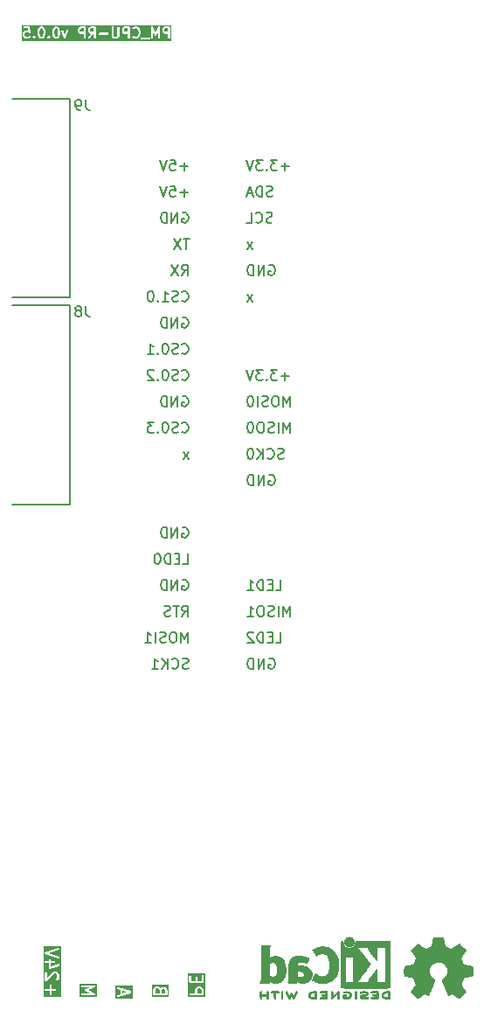
<source format=gbr>
%TF.GenerationSoftware,KiCad,Pcbnew,9.0.1*%
%TF.CreationDate,2025-04-28T14:14:31+03:00*%
%TF.ProjectId,PM_CPU-RP,504d5f43-5055-42d5-9250-2e6b69636164,rev?*%
%TF.SameCoordinates,Original*%
%TF.FileFunction,Legend,Bot*%
%TF.FilePolarity,Positive*%
%FSLAX46Y46*%
G04 Gerber Fmt 4.6, Leading zero omitted, Abs format (unit mm)*
G04 Created by KiCad (PCBNEW 9.0.1) date 2025-04-28 14:14:31*
%MOMM*%
%LPD*%
G01*
G04 APERTURE LIST*
%ADD10C,0.200000*%
%ADD11C,0.150000*%
%ADD12C,0.152400*%
%ADD13C,0.010000*%
G04 APERTURE END LIST*
D10*
G36*
X-29880040Y46417976D02*
G01*
X-29855371Y46393308D01*
X-29819918Y46322401D01*
X-29777947Y46154520D01*
X-29777947Y45941044D01*
X-29819918Y45773163D01*
X-29855371Y45702257D01*
X-29880040Y45677587D01*
X-29939649Y45647781D01*
X-29987673Y45647781D01*
X-30047283Y45677586D01*
X-30071950Y45702254D01*
X-30107405Y45773163D01*
X-30149375Y45941044D01*
X-30149375Y46154519D01*
X-30107405Y46322401D01*
X-30071951Y46393308D01*
X-30047283Y46417977D01*
X-29987673Y46447781D01*
X-29939649Y46447781D01*
X-29880040Y46417976D01*
G37*
G36*
X-28451469Y46417976D02*
G01*
X-28426800Y46393308D01*
X-28391347Y46322401D01*
X-28349376Y46154520D01*
X-28349376Y45941044D01*
X-28391347Y45773163D01*
X-28426800Y45702257D01*
X-28451469Y45677587D01*
X-28511078Y45647781D01*
X-28559102Y45647781D01*
X-28618712Y45677586D01*
X-28643379Y45702254D01*
X-28678834Y45773163D01*
X-28720804Y45941044D01*
X-28720804Y46154519D01*
X-28678834Y46322401D01*
X-28643380Y46393308D01*
X-28618712Y46417977D01*
X-28559102Y46447781D01*
X-28511078Y46447781D01*
X-28451469Y46417976D01*
G37*
G36*
X-24873185Y46123972D02*
G01*
X-25130530Y46123972D01*
X-25190140Y46153777D01*
X-25214808Y46178446D01*
X-25244613Y46238056D01*
X-25244613Y46333698D01*
X-25214808Y46393308D01*
X-25190140Y46417977D01*
X-25130530Y46447781D01*
X-24873185Y46447781D01*
X-24873185Y46123972D01*
G37*
G36*
X-25873185Y46123972D02*
G01*
X-26130530Y46123972D01*
X-26190140Y46153777D01*
X-26214808Y46178446D01*
X-26244613Y46238056D01*
X-26244613Y46333698D01*
X-26214808Y46393308D01*
X-26190140Y46417977D01*
X-26130530Y46447781D01*
X-25873185Y46447781D01*
X-25873185Y46123972D01*
G37*
G36*
X-21587471Y46123972D02*
G01*
X-21844816Y46123972D01*
X-21904426Y46153777D01*
X-21929094Y46178446D01*
X-21958899Y46238056D01*
X-21958899Y46333698D01*
X-21929094Y46393308D01*
X-21904426Y46417977D01*
X-21844816Y46447781D01*
X-21587471Y46447781D01*
X-21587471Y46123972D01*
G37*
G36*
X-17682709Y46123972D02*
G01*
X-17940054Y46123972D01*
X-17999664Y46153777D01*
X-18024332Y46178446D01*
X-18054137Y46238056D01*
X-18054137Y46333698D01*
X-18024332Y46393308D01*
X-17999664Y46417977D01*
X-17940054Y46447781D01*
X-17682709Y46447781D01*
X-17682709Y46123972D01*
G37*
G36*
X-17371598Y45241432D02*
G01*
X-31889057Y45241432D01*
X-31889057Y45976353D01*
X-31777946Y45976353D01*
X-31777946Y45738258D01*
X-31776025Y45718749D01*
X-31774650Y45715429D01*
X-31774395Y45711845D01*
X-31767389Y45693537D01*
X-31719770Y45598299D01*
X-31714487Y45589907D01*
X-31713475Y45587463D01*
X-31711219Y45584714D01*
X-31709327Y45581709D01*
X-31707333Y45579980D01*
X-31701038Y45572310D01*
X-31653420Y45524690D01*
X-31645752Y45518397D01*
X-31644020Y45516400D01*
X-31641012Y45514507D01*
X-31638266Y45512253D01*
X-31635826Y45511243D01*
X-31627429Y45505957D01*
X-31532192Y45458338D01*
X-31513883Y45451332D01*
X-31510300Y45451078D01*
X-31506979Y45449702D01*
X-31487470Y45447781D01*
X-31249375Y45447781D01*
X-31229866Y45449702D01*
X-31226546Y45451078D01*
X-31222962Y45451332D01*
X-31204654Y45458338D01*
X-31109416Y45505957D01*
X-31101021Y45511242D01*
X-31098579Y45512253D01*
X-31095832Y45514509D01*
X-31092826Y45516400D01*
X-31091096Y45518395D01*
X-31083426Y45524690D01*
X-31035807Y45572310D01*
X-31023370Y45587463D01*
X-31012002Y45614909D01*
X-30823645Y45614909D01*
X-30823645Y45575891D01*
X-30818055Y45562396D01*
X-30808713Y45539842D01*
X-30808709Y45539838D01*
X-30796277Y45524689D01*
X-30748658Y45477071D01*
X-30733505Y45464634D01*
X-30727092Y45461978D01*
X-30697456Y45449702D01*
X-30658438Y45449702D01*
X-30622390Y45464634D01*
X-30607236Y45477070D01*
X-30559618Y45524689D01*
X-30547181Y45539842D01*
X-30540429Y45556144D01*
X-30532250Y45575890D01*
X-30532249Y45614908D01*
X-30547180Y45650957D01*
X-30559617Y45666110D01*
X-30607236Y45713730D01*
X-30622389Y45726167D01*
X-30642881Y45734655D01*
X-30647017Y45736368D01*
X-30658438Y45741099D01*
X-30697456Y45741099D01*
X-30708014Y45736726D01*
X-30733504Y45726168D01*
X-30733505Y45726167D01*
X-30748659Y45713730D01*
X-30796277Y45666110D01*
X-30808714Y45650957D01*
X-30817673Y45629327D01*
X-30823645Y45614909D01*
X-31012002Y45614909D01*
X-31008439Y45623512D01*
X-31008440Y45662530D01*
X-31023371Y45698578D01*
X-31050962Y45726168D01*
X-31087010Y45741099D01*
X-31126028Y45741098D01*
X-31162076Y45726167D01*
X-31177230Y45713730D01*
X-31213373Y45677587D01*
X-31272982Y45647781D01*
X-31463863Y45647781D01*
X-31523473Y45677586D01*
X-31548140Y45702254D01*
X-31577946Y45761866D01*
X-31577946Y45952746D01*
X-31548141Y46012356D01*
X-31523473Y46037025D01*
X-31463863Y46066829D01*
X-31272982Y46066829D01*
X-31213373Y46037024D01*
X-31177229Y46000881D01*
X-31162076Y45988444D01*
X-31157422Y45986517D01*
X-31153526Y45983329D01*
X-31139533Y45979107D01*
X-31126027Y45973513D01*
X-31120993Y45973513D01*
X-31116171Y45972058D01*
X-31101620Y45973513D01*
X-31087009Y45973513D01*
X-31082360Y45975439D01*
X-31077347Y45975940D01*
X-31064464Y45982852D01*
X-31050961Y45988444D01*
X-31047401Y45992005D01*
X-31042963Y45994385D01*
X-31033708Y46005698D01*
X-31023371Y46016034D01*
X-31021444Y46020687D01*
X-31018256Y46024583D01*
X-31014034Y46038578D01*
X-31008440Y46052082D01*
X-31008440Y46057116D01*
X-31006985Y46061938D01*
X-31007014Y46081541D01*
X-31015543Y46166829D01*
X-30349375Y46166829D01*
X-30349375Y45928734D01*
X-30349040Y45925332D01*
X-30349257Y45923873D01*
X-30348178Y45916576D01*
X-30347454Y45909225D01*
X-30346890Y45907862D01*
X-30346389Y45904480D01*
X-30298770Y45714005D01*
X-30298257Y45712568D01*
X-30298205Y45711845D01*
X-30295097Y45703721D01*
X-30292175Y45695544D01*
X-30291745Y45694964D01*
X-30291199Y45693537D01*
X-30243580Y45598299D01*
X-30238297Y45589907D01*
X-30237285Y45587463D01*
X-30235029Y45584714D01*
X-30233137Y45581709D01*
X-30231143Y45579980D01*
X-30224848Y45572310D01*
X-30177230Y45524690D01*
X-30169562Y45518397D01*
X-30167830Y45516400D01*
X-30164822Y45514507D01*
X-30162076Y45512253D01*
X-30159636Y45511243D01*
X-30151239Y45505957D01*
X-30056002Y45458338D01*
X-30037693Y45451332D01*
X-30034110Y45451078D01*
X-30030789Y45449702D01*
X-30011280Y45447781D01*
X-29916042Y45447781D01*
X-29896533Y45449702D01*
X-29893213Y45451078D01*
X-29889629Y45451332D01*
X-29871321Y45458338D01*
X-29776083Y45505957D01*
X-29767688Y45511242D01*
X-29765246Y45512253D01*
X-29762499Y45514509D01*
X-29759493Y45516400D01*
X-29757763Y45518395D01*
X-29750093Y45524690D01*
X-29702474Y45572310D01*
X-29696182Y45579977D01*
X-29694185Y45581708D01*
X-29692292Y45584716D01*
X-29690037Y45587463D01*
X-29689026Y45589905D01*
X-29683742Y45598299D01*
X-29675437Y45614909D01*
X-29395074Y45614909D01*
X-29395074Y45575891D01*
X-29389484Y45562396D01*
X-29380142Y45539842D01*
X-29380138Y45539838D01*
X-29367706Y45524689D01*
X-29320087Y45477071D01*
X-29304934Y45464634D01*
X-29298521Y45461978D01*
X-29268885Y45449702D01*
X-29229867Y45449702D01*
X-29193819Y45464634D01*
X-29178665Y45477070D01*
X-29131047Y45524689D01*
X-29118610Y45539842D01*
X-29111858Y45556144D01*
X-29103679Y45575890D01*
X-29103678Y45614908D01*
X-29118609Y45650957D01*
X-29131046Y45666110D01*
X-29178665Y45713730D01*
X-29193818Y45726167D01*
X-29214310Y45734655D01*
X-29218446Y45736368D01*
X-29229867Y45741099D01*
X-29268885Y45741099D01*
X-29279443Y45736726D01*
X-29304933Y45726168D01*
X-29304934Y45726167D01*
X-29320088Y45713730D01*
X-29367706Y45666110D01*
X-29380143Y45650957D01*
X-29389102Y45629327D01*
X-29395074Y45614909D01*
X-29675437Y45614909D01*
X-29636123Y45693536D01*
X-29635577Y45694965D01*
X-29635147Y45695544D01*
X-29632226Y45703721D01*
X-29629117Y45711845D01*
X-29629066Y45712566D01*
X-29628552Y45714004D01*
X-29580933Y45904480D01*
X-29580433Y45907862D01*
X-29579868Y45909225D01*
X-29579145Y45916576D01*
X-29578065Y45923873D01*
X-29578283Y45925332D01*
X-29577947Y45928734D01*
X-29577947Y46166829D01*
X-28920804Y46166829D01*
X-28920804Y45928734D01*
X-28920469Y45925332D01*
X-28920686Y45923873D01*
X-28919607Y45916576D01*
X-28918883Y45909225D01*
X-28918319Y45907862D01*
X-28917818Y45904480D01*
X-28870199Y45714005D01*
X-28869686Y45712568D01*
X-28869634Y45711845D01*
X-28866526Y45703721D01*
X-28863604Y45695544D01*
X-28863174Y45694964D01*
X-28862628Y45693537D01*
X-28815009Y45598299D01*
X-28809726Y45589907D01*
X-28808714Y45587463D01*
X-28806458Y45584714D01*
X-28804566Y45581709D01*
X-28802572Y45579980D01*
X-28796277Y45572310D01*
X-28748659Y45524690D01*
X-28740991Y45518397D01*
X-28739259Y45516400D01*
X-28736251Y45514507D01*
X-28733505Y45512253D01*
X-28731065Y45511243D01*
X-28722668Y45505957D01*
X-28627431Y45458338D01*
X-28609122Y45451332D01*
X-28605539Y45451078D01*
X-28602218Y45449702D01*
X-28582709Y45447781D01*
X-28487471Y45447781D01*
X-28467962Y45449702D01*
X-28464642Y45451078D01*
X-28461058Y45451332D01*
X-28442750Y45458338D01*
X-28347512Y45505957D01*
X-28339117Y45511242D01*
X-28336675Y45512253D01*
X-28333928Y45514509D01*
X-28330922Y45516400D01*
X-28329192Y45518395D01*
X-28321522Y45524690D01*
X-28273903Y45572310D01*
X-28267611Y45579977D01*
X-28265614Y45581708D01*
X-28263721Y45584716D01*
X-28261466Y45587463D01*
X-28260455Y45589905D01*
X-28255171Y45598299D01*
X-28207552Y45693536D01*
X-28207006Y45694965D01*
X-28206576Y45695544D01*
X-28203655Y45703721D01*
X-28200546Y45711845D01*
X-28200495Y45712566D01*
X-28199981Y45714004D01*
X-28152362Y45904480D01*
X-28151862Y45907862D01*
X-28151297Y45909225D01*
X-28150574Y45916576D01*
X-28149494Y45923873D01*
X-28149712Y45925332D01*
X-28149376Y45928734D01*
X-28149376Y46166829D01*
X-28149712Y46170232D01*
X-28149494Y46171690D01*
X-28150574Y46178988D01*
X-28151297Y46186338D01*
X-28151862Y46187702D01*
X-28152362Y46191083D01*
X-28154550Y46199833D01*
X-28014969Y46199833D01*
X-28010216Y46180814D01*
X-27772121Y45514148D01*
X-27763751Y45496421D01*
X-27760381Y45492699D01*
X-27758233Y45488164D01*
X-27747382Y45478341D01*
X-27737564Y45467496D01*
X-27733032Y45465349D01*
X-27729307Y45461977D01*
X-27715517Y45457053D01*
X-27702302Y45450792D01*
X-27697292Y45450543D01*
X-27692562Y45448854D01*
X-27677941Y45449582D01*
X-27663332Y45448855D01*
X-27658607Y45450543D01*
X-27653592Y45450792D01*
X-27640366Y45457058D01*
X-27626587Y45461978D01*
X-27622867Y45465347D01*
X-27618330Y45467495D01*
X-27608508Y45478346D01*
X-27597661Y45488164D01*
X-27595514Y45492699D01*
X-27592143Y45496421D01*
X-27583773Y45514147D01*
X-27345678Y46180814D01*
X-27340925Y46199833D01*
X-27342863Y46238803D01*
X-27359566Y46274065D01*
X-27388492Y46300251D01*
X-27425237Y46313374D01*
X-27464207Y46311437D01*
X-27499469Y46294733D01*
X-27525656Y46265808D01*
X-27534026Y46248081D01*
X-27677947Y45845103D01*
X-27821868Y46248082D01*
X-27830238Y46265808D01*
X-27856425Y46294734D01*
X-27891687Y46311437D01*
X-27930657Y46313375D01*
X-27967402Y46300252D01*
X-27996328Y46274065D01*
X-28013031Y46238803D01*
X-28014969Y46199833D01*
X-28154550Y46199833D01*
X-28193918Y46357305D01*
X-26444613Y46357305D01*
X-26444613Y46214448D01*
X-26442692Y46194939D01*
X-26441317Y46191619D01*
X-26441062Y46188035D01*
X-26434056Y46169727D01*
X-26386437Y46074489D01*
X-26381152Y46066093D01*
X-26380141Y46063653D01*
X-26377888Y46060907D01*
X-26375994Y46057899D01*
X-26374000Y46056170D01*
X-26367705Y46048499D01*
X-26320086Y46000881D01*
X-26312420Y45994589D01*
X-26310687Y45992591D01*
X-26307679Y45990698D01*
X-26304933Y45988444D01*
X-26302493Y45987434D01*
X-26294096Y45982148D01*
X-26198859Y45934529D01*
X-26180550Y45927523D01*
X-26176967Y45927269D01*
X-26173646Y45925893D01*
X-26154137Y45923972D01*
X-25873185Y45923972D01*
X-25873185Y45547781D01*
X-25871264Y45528272D01*
X-25856332Y45492224D01*
X-25828742Y45464634D01*
X-25792694Y45449702D01*
X-25753676Y45449702D01*
X-25717628Y45464634D01*
X-25690038Y45492224D01*
X-25675106Y45528272D01*
X-25673185Y45547781D01*
X-25673185Y46357305D01*
X-25444613Y46357305D01*
X-25444613Y46214448D01*
X-25442692Y46194939D01*
X-25441317Y46191619D01*
X-25441062Y46188035D01*
X-25434056Y46169727D01*
X-25386437Y46074489D01*
X-25381152Y46066093D01*
X-25380141Y46063653D01*
X-25377888Y46060907D01*
X-25375994Y46057899D01*
X-25374000Y46056170D01*
X-25367705Y46048499D01*
X-25320086Y46000881D01*
X-25312420Y45994589D01*
X-25310687Y45992591D01*
X-25307679Y45990698D01*
X-25304933Y45988444D01*
X-25302493Y45987434D01*
X-25294096Y45982148D01*
X-25198859Y45934529D01*
X-25196569Y45933653D01*
X-25426536Y45605127D01*
X-25436150Y45588043D01*
X-25444590Y45549949D01*
X-25437809Y45511524D01*
X-25416840Y45478619D01*
X-25384875Y45456244D01*
X-25346781Y45447804D01*
X-25308356Y45454585D01*
X-25275451Y45475554D01*
X-25262690Y45490435D01*
X-24959215Y45923972D01*
X-24873185Y45923972D01*
X-24873185Y45547781D01*
X-24871264Y45528272D01*
X-24856332Y45492224D01*
X-24828742Y45464634D01*
X-24792694Y45449702D01*
X-24753676Y45449702D01*
X-24717628Y45464634D01*
X-24690038Y45492224D01*
X-24675106Y45528272D01*
X-24673185Y45547781D01*
X-24673185Y45948243D01*
X-24395073Y45948243D01*
X-24395073Y45909225D01*
X-24380141Y45873177D01*
X-24352551Y45845587D01*
X-24316503Y45830655D01*
X-24296994Y45828734D01*
X-23535090Y45828734D01*
X-23515581Y45830655D01*
X-23479533Y45845587D01*
X-23451943Y45873177D01*
X-23437011Y45909225D01*
X-23437011Y45948243D01*
X-23451943Y45984291D01*
X-23479533Y46011881D01*
X-23515581Y46026813D01*
X-23535090Y46028734D01*
X-24296994Y46028734D01*
X-24316503Y46026813D01*
X-24352551Y46011881D01*
X-24380141Y45984291D01*
X-24395073Y45948243D01*
X-24673185Y45948243D01*
X-24673185Y46547781D01*
X-23158899Y46547781D01*
X-23158899Y45738258D01*
X-23156978Y45718749D01*
X-23155603Y45715429D01*
X-23155348Y45711845D01*
X-23148342Y45693537D01*
X-23100723Y45598299D01*
X-23095440Y45589907D01*
X-23094428Y45587463D01*
X-23092172Y45584714D01*
X-23090280Y45581709D01*
X-23088286Y45579980D01*
X-23081991Y45572310D01*
X-23034373Y45524690D01*
X-23026705Y45518397D01*
X-23024973Y45516400D01*
X-23021965Y45514507D01*
X-23019219Y45512253D01*
X-23016779Y45511243D01*
X-23008382Y45505957D01*
X-22913145Y45458338D01*
X-22894836Y45451332D01*
X-22891253Y45451078D01*
X-22887932Y45449702D01*
X-22868423Y45447781D01*
X-22677947Y45447781D01*
X-22658438Y45449702D01*
X-22655118Y45451078D01*
X-22651534Y45451332D01*
X-22633226Y45458338D01*
X-22537988Y45505957D01*
X-22529593Y45511242D01*
X-22527151Y45512253D01*
X-22524404Y45514509D01*
X-22521398Y45516400D01*
X-22519668Y45518395D01*
X-22511998Y45524690D01*
X-22464379Y45572310D01*
X-22458087Y45579977D01*
X-22456090Y45581708D01*
X-22454197Y45584716D01*
X-22451942Y45587463D01*
X-22450931Y45589905D01*
X-22445647Y45598299D01*
X-22398028Y45693536D01*
X-22391022Y45711845D01*
X-22390768Y45715429D01*
X-22389392Y45718749D01*
X-22387471Y45738258D01*
X-22387471Y46357305D01*
X-22158899Y46357305D01*
X-22158899Y46214448D01*
X-22156978Y46194939D01*
X-22155603Y46191619D01*
X-22155348Y46188035D01*
X-22148342Y46169727D01*
X-22100723Y46074489D01*
X-22095438Y46066093D01*
X-22094427Y46063653D01*
X-22092174Y46060907D01*
X-22090280Y46057899D01*
X-22088286Y46056170D01*
X-22081991Y46048499D01*
X-22034372Y46000881D01*
X-22026706Y45994589D01*
X-22024973Y45992591D01*
X-22021965Y45990698D01*
X-22019219Y45988444D01*
X-22016779Y45987434D01*
X-22008382Y45982148D01*
X-21913145Y45934529D01*
X-21894836Y45927523D01*
X-21891253Y45927269D01*
X-21887932Y45925893D01*
X-21868423Y45923972D01*
X-21587471Y45923972D01*
X-21587471Y45547781D01*
X-21585550Y45528272D01*
X-21570618Y45492224D01*
X-21543028Y45464634D01*
X-21506980Y45449702D01*
X-21467962Y45449702D01*
X-21431914Y45464634D01*
X-21404324Y45492224D01*
X-21389392Y45528272D01*
X-21387471Y45547781D01*
X-21387471Y46472052D01*
X-21156978Y46472052D01*
X-21156978Y46433034D01*
X-21142046Y46396986D01*
X-21114456Y46369396D01*
X-21078408Y46354464D01*
X-21039390Y46354464D01*
X-21003342Y46369396D01*
X-20988188Y46381832D01*
X-20957262Y46412760D01*
X-20852197Y46447781D01*
X-20789412Y46447781D01*
X-20684348Y46412760D01*
X-20617275Y46345687D01*
X-20581823Y46274782D01*
X-20539852Y46106901D01*
X-20539852Y45988663D01*
X-20581823Y45820782D01*
X-20617276Y45749876D01*
X-20684347Y45682803D01*
X-20789412Y45647781D01*
X-20852197Y45647781D01*
X-20957262Y45682803D01*
X-20988188Y45713730D01*
X-21003341Y45726167D01*
X-21039389Y45741098D01*
X-21078407Y45741099D01*
X-21114456Y45726168D01*
X-21142046Y45698578D01*
X-21156977Y45662530D01*
X-21156978Y45623512D01*
X-21142047Y45587463D01*
X-21129610Y45572310D01*
X-21081992Y45524690D01*
X-21066838Y45512253D01*
X-21063519Y45510878D01*
X-21060803Y45508523D01*
X-21042903Y45500532D01*
X-20900046Y45452913D01*
X-20890374Y45450714D01*
X-20887932Y45449702D01*
X-20884395Y45449354D01*
X-20880931Y45448566D01*
X-20878297Y45448754D01*
X-20868423Y45447781D01*
X-20773185Y45447781D01*
X-20763312Y45448754D01*
X-20760678Y45448566D01*
X-20757215Y45449354D01*
X-20753676Y45449702D01*
X-20751234Y45450714D01*
X-20741562Y45452913D01*
X-20684145Y45472052D01*
X-20347454Y45472052D01*
X-20347454Y45433034D01*
X-20332522Y45396986D01*
X-20304932Y45369396D01*
X-20268884Y45354464D01*
X-20249375Y45352543D01*
X-19487470Y45352543D01*
X-19467961Y45354464D01*
X-19431913Y45369396D01*
X-19404323Y45396986D01*
X-19389391Y45433034D01*
X-19389391Y45472052D01*
X-19404323Y45508100D01*
X-19431913Y45535690D01*
X-19467961Y45550622D01*
X-19487470Y45552543D01*
X-20249375Y45552543D01*
X-20268884Y45550622D01*
X-20304932Y45535690D01*
X-20332522Y45508100D01*
X-20347454Y45472052D01*
X-20684145Y45472052D01*
X-20598706Y45500532D01*
X-20580805Y45508523D01*
X-20578090Y45510878D01*
X-20574770Y45512253D01*
X-20559617Y45524690D01*
X-20464379Y45619929D01*
X-20458087Y45627596D01*
X-20456090Y45629327D01*
X-20454197Y45632335D01*
X-20451942Y45635082D01*
X-20450931Y45637524D01*
X-20445647Y45645918D01*
X-20398028Y45741155D01*
X-20397482Y45742584D01*
X-20397052Y45743163D01*
X-20394131Y45751340D01*
X-20391022Y45759464D01*
X-20390971Y45760185D01*
X-20390457Y45761623D01*
X-20342838Y45952099D01*
X-20342338Y45955481D01*
X-20341773Y45956844D01*
X-20341050Y45964195D01*
X-20339970Y45971492D01*
X-20340188Y45972951D01*
X-20339852Y45976353D01*
X-20339852Y46119210D01*
X-20340188Y46122613D01*
X-20339970Y46124071D01*
X-20341050Y46131369D01*
X-20341773Y46138719D01*
X-20342338Y46140083D01*
X-20342838Y46143464D01*
X-20390457Y46333940D01*
X-20390971Y46335379D01*
X-20391022Y46336099D01*
X-20394131Y46344224D01*
X-20397052Y46352400D01*
X-20397482Y46352980D01*
X-20398028Y46354408D01*
X-20445647Y46449645D01*
X-20450934Y46458044D01*
X-20451943Y46460481D01*
X-20454195Y46463225D01*
X-20456090Y46466236D01*
X-20458088Y46467969D01*
X-20464379Y46475635D01*
X-20536525Y46547781D01*
X-19349375Y46547781D01*
X-19349375Y45547781D01*
X-19347454Y45528272D01*
X-19332522Y45492224D01*
X-19304932Y45464634D01*
X-19268884Y45449702D01*
X-19229866Y45449702D01*
X-19193818Y45464634D01*
X-19166228Y45492224D01*
X-19151296Y45528272D01*
X-19149375Y45547781D01*
X-19149375Y46097025D01*
X-19006660Y45791207D01*
X-19002428Y45784062D01*
X-19001548Y45781644D01*
X-18999983Y45779935D01*
X-18996669Y45774341D01*
X-18985459Y45764075D01*
X-18975197Y45752869D01*
X-18971172Y45750991D01*
X-18967894Y45747989D01*
X-18953612Y45742796D01*
X-18939839Y45736368D01*
X-18935400Y45736173D01*
X-18931225Y45734655D01*
X-18916042Y45735323D01*
X-18900859Y45734655D01*
X-18896686Y45736173D01*
X-18892244Y45736368D01*
X-18878460Y45742801D01*
X-18864190Y45747990D01*
X-18860917Y45750988D01*
X-18856887Y45752868D01*
X-18846618Y45764083D01*
X-18835415Y45774341D01*
X-18832104Y45779932D01*
X-18830535Y45781644D01*
X-18829655Y45784066D01*
X-18825424Y45791207D01*
X-18682709Y46097026D01*
X-18682709Y45547781D01*
X-18680788Y45528272D01*
X-18665856Y45492224D01*
X-18638266Y45464634D01*
X-18602218Y45449702D01*
X-18563200Y45449702D01*
X-18527152Y45464634D01*
X-18499562Y45492224D01*
X-18484630Y45528272D01*
X-18482709Y45547781D01*
X-18482709Y46357305D01*
X-18254137Y46357305D01*
X-18254137Y46214448D01*
X-18252216Y46194939D01*
X-18250841Y46191619D01*
X-18250586Y46188035D01*
X-18243580Y46169727D01*
X-18195961Y46074489D01*
X-18190676Y46066093D01*
X-18189665Y46063653D01*
X-18187412Y46060907D01*
X-18185518Y46057899D01*
X-18183524Y46056170D01*
X-18177229Y46048499D01*
X-18129610Y46000881D01*
X-18121944Y45994589D01*
X-18120211Y45992591D01*
X-18117203Y45990698D01*
X-18114457Y45988444D01*
X-18112017Y45987434D01*
X-18103620Y45982148D01*
X-18008383Y45934529D01*
X-17990074Y45927523D01*
X-17986491Y45927269D01*
X-17983170Y45925893D01*
X-17963661Y45923972D01*
X-17682709Y45923972D01*
X-17682709Y45547781D01*
X-17680788Y45528272D01*
X-17665856Y45492224D01*
X-17638266Y45464634D01*
X-17602218Y45449702D01*
X-17563200Y45449702D01*
X-17527152Y45464634D01*
X-17499562Y45492224D01*
X-17484630Y45528272D01*
X-17482709Y45547781D01*
X-17482709Y46547781D01*
X-17484630Y46567290D01*
X-17499562Y46603338D01*
X-17527152Y46630928D01*
X-17563200Y46645860D01*
X-17582709Y46647781D01*
X-17963661Y46647781D01*
X-17983170Y46645860D01*
X-17986491Y46644485D01*
X-17990074Y46644230D01*
X-18008383Y46637224D01*
X-18103620Y46589605D01*
X-18112017Y46584320D01*
X-18114457Y46583309D01*
X-18117203Y46581056D01*
X-18120211Y46579162D01*
X-18121944Y46577165D01*
X-18129610Y46570872D01*
X-18177229Y46523254D01*
X-18183524Y46515584D01*
X-18185518Y46513854D01*
X-18187412Y46510847D01*
X-18189665Y46508100D01*
X-18190676Y46505661D01*
X-18195961Y46497264D01*
X-18243580Y46402026D01*
X-18250586Y46383718D01*
X-18250841Y46380135D01*
X-18252216Y46376814D01*
X-18254137Y46357305D01*
X-18482709Y46357305D01*
X-18482709Y46547781D01*
X-18483972Y46560605D01*
X-18483868Y46562964D01*
X-18484329Y46564232D01*
X-18484630Y46567290D01*
X-18491271Y46583321D01*
X-18497202Y46599633D01*
X-18498709Y46601279D01*
X-18499562Y46603338D01*
X-18511824Y46615600D01*
X-18523554Y46628409D01*
X-18525578Y46629354D01*
X-18527152Y46630928D01*
X-18543168Y46637563D01*
X-18558911Y46644909D01*
X-18561141Y46645007D01*
X-18563200Y46645860D01*
X-18580552Y46645860D01*
X-18597892Y46646622D01*
X-18599988Y46645860D01*
X-18602218Y46645860D01*
X-18618249Y46639220D01*
X-18634561Y46633288D01*
X-18636207Y46631782D01*
X-18638266Y46630928D01*
X-18650534Y46618661D01*
X-18663336Y46606936D01*
X-18664903Y46604292D01*
X-18665856Y46603338D01*
X-18666760Y46601157D01*
X-18673327Y46590070D01*
X-18916043Y46069967D01*
X-19158757Y46590070D01*
X-19165325Y46601157D01*
X-19166228Y46603338D01*
X-19167182Y46604292D01*
X-19168748Y46606936D01*
X-19181545Y46618655D01*
X-19193818Y46630928D01*
X-19195880Y46631782D01*
X-19197523Y46633287D01*
X-19213825Y46639216D01*
X-19229866Y46645860D01*
X-19232097Y46645860D01*
X-19234192Y46646622D01*
X-19251532Y46645860D01*
X-19268884Y46645860D01*
X-19270944Y46645007D01*
X-19273172Y46644909D01*
X-19288903Y46637568D01*
X-19304932Y46630928D01*
X-19306509Y46629352D01*
X-19308530Y46628408D01*
X-19320249Y46615612D01*
X-19332522Y46603338D01*
X-19333376Y46601277D01*
X-19334881Y46599633D01*
X-19340810Y46583332D01*
X-19347454Y46567290D01*
X-19347756Y46564232D01*
X-19348216Y46562964D01*
X-19348113Y46560605D01*
X-19349375Y46547781D01*
X-20536525Y46547781D01*
X-20559617Y46570873D01*
X-20574771Y46583309D01*
X-20578090Y46584684D01*
X-20580805Y46587039D01*
X-20598706Y46595030D01*
X-20741562Y46642649D01*
X-20751234Y46644849D01*
X-20753676Y46645860D01*
X-20757215Y46646209D01*
X-20760678Y46646996D01*
X-20763312Y46646809D01*
X-20773185Y46647781D01*
X-20868423Y46647781D01*
X-20878297Y46646809D01*
X-20880931Y46646996D01*
X-20884395Y46646209D01*
X-20887932Y46645860D01*
X-20890374Y46644849D01*
X-20900046Y46642649D01*
X-21042903Y46595030D01*
X-21060803Y46587039D01*
X-21063519Y46584684D01*
X-21066838Y46583309D01*
X-21081991Y46570872D01*
X-21129610Y46523254D01*
X-21142046Y46508100D01*
X-21156978Y46472052D01*
X-21387471Y46472052D01*
X-21387471Y46547781D01*
X-21389392Y46567290D01*
X-21404324Y46603338D01*
X-21431914Y46630928D01*
X-21467962Y46645860D01*
X-21487471Y46647781D01*
X-21868423Y46647781D01*
X-21887932Y46645860D01*
X-21891253Y46644485D01*
X-21894836Y46644230D01*
X-21913145Y46637224D01*
X-22008382Y46589605D01*
X-22016779Y46584320D01*
X-22019219Y46583309D01*
X-22021965Y46581056D01*
X-22024973Y46579162D01*
X-22026706Y46577165D01*
X-22034372Y46570872D01*
X-22081991Y46523254D01*
X-22088286Y46515584D01*
X-22090280Y46513854D01*
X-22092174Y46510847D01*
X-22094427Y46508100D01*
X-22095438Y46505661D01*
X-22100723Y46497264D01*
X-22148342Y46402026D01*
X-22155348Y46383718D01*
X-22155603Y46380135D01*
X-22156978Y46376814D01*
X-22158899Y46357305D01*
X-22387471Y46357305D01*
X-22387471Y46547781D01*
X-22389392Y46567290D01*
X-22404324Y46603338D01*
X-22431914Y46630928D01*
X-22467962Y46645860D01*
X-22506980Y46645860D01*
X-22543028Y46630928D01*
X-22570618Y46603338D01*
X-22585550Y46567290D01*
X-22587471Y46547781D01*
X-22587471Y45761865D01*
X-22617276Y45702257D01*
X-22641945Y45677587D01*
X-22701554Y45647781D01*
X-22844816Y45647781D01*
X-22904426Y45677586D01*
X-22929093Y45702254D01*
X-22958899Y45761866D01*
X-22958899Y46547781D01*
X-22960820Y46567290D01*
X-22975752Y46603338D01*
X-23003342Y46630928D01*
X-23039390Y46645860D01*
X-23078408Y46645860D01*
X-23114456Y46630928D01*
X-23142046Y46603338D01*
X-23156978Y46567290D01*
X-23158899Y46547781D01*
X-24673185Y46547781D01*
X-24675106Y46567290D01*
X-24690038Y46603338D01*
X-24717628Y46630928D01*
X-24753676Y46645860D01*
X-24773185Y46647781D01*
X-25154137Y46647781D01*
X-25173646Y46645860D01*
X-25176967Y46644485D01*
X-25180550Y46644230D01*
X-25198859Y46637224D01*
X-25294096Y46589605D01*
X-25302493Y46584320D01*
X-25304933Y46583309D01*
X-25307679Y46581056D01*
X-25310687Y46579162D01*
X-25312420Y46577165D01*
X-25320086Y46570872D01*
X-25367705Y46523254D01*
X-25374000Y46515584D01*
X-25375994Y46513854D01*
X-25377888Y46510847D01*
X-25380141Y46508100D01*
X-25381152Y46505661D01*
X-25386437Y46497264D01*
X-25434056Y46402026D01*
X-25441062Y46383718D01*
X-25441317Y46380135D01*
X-25442692Y46376814D01*
X-25444613Y46357305D01*
X-25673185Y46357305D01*
X-25673185Y46547781D01*
X-25675106Y46567290D01*
X-25690038Y46603338D01*
X-25717628Y46630928D01*
X-25753676Y46645860D01*
X-25773185Y46647781D01*
X-26154137Y46647781D01*
X-26173646Y46645860D01*
X-26176967Y46644485D01*
X-26180550Y46644230D01*
X-26198859Y46637224D01*
X-26294096Y46589605D01*
X-26302493Y46584320D01*
X-26304933Y46583309D01*
X-26307679Y46581056D01*
X-26310687Y46579162D01*
X-26312420Y46577165D01*
X-26320086Y46570872D01*
X-26367705Y46523254D01*
X-26374000Y46515584D01*
X-26375994Y46513854D01*
X-26377888Y46510847D01*
X-26380141Y46508100D01*
X-26381152Y46505661D01*
X-26386437Y46497264D01*
X-26434056Y46402026D01*
X-26441062Y46383718D01*
X-26441317Y46380135D01*
X-26442692Y46376814D01*
X-26444613Y46357305D01*
X-28193918Y46357305D01*
X-28199981Y46381559D01*
X-28200495Y46382998D01*
X-28200546Y46383718D01*
X-28203655Y46391843D01*
X-28206576Y46400019D01*
X-28207006Y46400599D01*
X-28207552Y46402027D01*
X-28255171Y46497264D01*
X-28260457Y46505661D01*
X-28261467Y46508101D01*
X-28263721Y46510847D01*
X-28265614Y46513855D01*
X-28267612Y46515588D01*
X-28273904Y46523254D01*
X-28321522Y46570873D01*
X-28329193Y46577168D01*
X-28330922Y46579162D01*
X-28333930Y46581056D01*
X-28336676Y46583309D01*
X-28339116Y46584320D01*
X-28347512Y46589605D01*
X-28442750Y46637224D01*
X-28461058Y46644230D01*
X-28464642Y46644485D01*
X-28467962Y46645860D01*
X-28487471Y46647781D01*
X-28582709Y46647781D01*
X-28602218Y46645860D01*
X-28605539Y46644485D01*
X-28609122Y46644230D01*
X-28627431Y46637224D01*
X-28722668Y46589605D01*
X-28731065Y46584320D01*
X-28733505Y46583309D01*
X-28736251Y46581056D01*
X-28739259Y46579162D01*
X-28740992Y46577165D01*
X-28748658Y46570872D01*
X-28796277Y46523254D01*
X-28802572Y46515584D01*
X-28804566Y46513854D01*
X-28806460Y46510847D01*
X-28808713Y46508100D01*
X-28809724Y46505661D01*
X-28815009Y46497264D01*
X-28862628Y46402026D01*
X-28863174Y46400600D01*
X-28863604Y46400019D01*
X-28866526Y46391843D01*
X-28869634Y46383718D01*
X-28869686Y46382996D01*
X-28870199Y46381558D01*
X-28917818Y46191083D01*
X-28918319Y46187702D01*
X-28918883Y46186338D01*
X-28919607Y46178988D01*
X-28920686Y46171690D01*
X-28920469Y46170232D01*
X-28920804Y46166829D01*
X-29577947Y46166829D01*
X-29578283Y46170232D01*
X-29578065Y46171690D01*
X-29579145Y46178988D01*
X-29579868Y46186338D01*
X-29580433Y46187702D01*
X-29580933Y46191083D01*
X-29628552Y46381559D01*
X-29629066Y46382998D01*
X-29629117Y46383718D01*
X-29632226Y46391843D01*
X-29635147Y46400019D01*
X-29635577Y46400599D01*
X-29636123Y46402027D01*
X-29683742Y46497264D01*
X-29689028Y46505661D01*
X-29690038Y46508101D01*
X-29692292Y46510847D01*
X-29694185Y46513855D01*
X-29696183Y46515588D01*
X-29702475Y46523254D01*
X-29750093Y46570873D01*
X-29757764Y46577168D01*
X-29759493Y46579162D01*
X-29762501Y46581056D01*
X-29765247Y46583309D01*
X-29767687Y46584320D01*
X-29776083Y46589605D01*
X-29871321Y46637224D01*
X-29889629Y46644230D01*
X-29893213Y46644485D01*
X-29896533Y46645860D01*
X-29916042Y46647781D01*
X-30011280Y46647781D01*
X-30030789Y46645860D01*
X-30034110Y46644485D01*
X-30037693Y46644230D01*
X-30056002Y46637224D01*
X-30151239Y46589605D01*
X-30159636Y46584320D01*
X-30162076Y46583309D01*
X-30164822Y46581056D01*
X-30167830Y46579162D01*
X-30169563Y46577165D01*
X-30177229Y46570872D01*
X-30224848Y46523254D01*
X-30231143Y46515584D01*
X-30233137Y46513854D01*
X-30235031Y46510847D01*
X-30237284Y46508100D01*
X-30238295Y46505661D01*
X-30243580Y46497264D01*
X-30291199Y46402026D01*
X-30291745Y46400600D01*
X-30292175Y46400019D01*
X-30295097Y46391843D01*
X-30298205Y46383718D01*
X-30298257Y46382996D01*
X-30298770Y46381558D01*
X-30346389Y46191083D01*
X-30346890Y46187702D01*
X-30347454Y46186338D01*
X-30348178Y46178988D01*
X-30349257Y46171690D01*
X-30349040Y46170232D01*
X-30349375Y46166829D01*
X-31015543Y46166829D01*
X-31054633Y46557731D01*
X-31056058Y46564840D01*
X-31056058Y46567290D01*
X-31057010Y46569588D01*
X-31058486Y46576952D01*
X-31065396Y46589833D01*
X-31070990Y46603338D01*
X-31074551Y46606899D01*
X-31076931Y46611336D01*
X-31088244Y46620592D01*
X-31098580Y46630928D01*
X-31103233Y46632856D01*
X-31107129Y46636043D01*
X-31121119Y46640264D01*
X-31134628Y46645860D01*
X-31142106Y46646597D01*
X-31144484Y46647314D01*
X-31146921Y46647071D01*
X-31154137Y46647781D01*
X-31630327Y46647781D01*
X-31649836Y46645860D01*
X-31685884Y46630928D01*
X-31713474Y46603338D01*
X-31728406Y46567290D01*
X-31728406Y46528272D01*
X-31713474Y46492224D01*
X-31685884Y46464634D01*
X-31649836Y46449702D01*
X-31630327Y46447781D01*
X-31244636Y46447781D01*
X-31226209Y46263509D01*
X-31226546Y46263533D01*
X-31229866Y46264908D01*
X-31249375Y46266829D01*
X-31487470Y46266829D01*
X-31506979Y46264908D01*
X-31510300Y46263533D01*
X-31513883Y46263278D01*
X-31532192Y46256272D01*
X-31627429Y46208653D01*
X-31635826Y46203368D01*
X-31638266Y46202357D01*
X-31641012Y46200104D01*
X-31644020Y46198210D01*
X-31645753Y46196213D01*
X-31653419Y46189920D01*
X-31701038Y46142302D01*
X-31707333Y46134632D01*
X-31709327Y46132902D01*
X-31711221Y46129895D01*
X-31713474Y46127148D01*
X-31714485Y46124709D01*
X-31719770Y46116312D01*
X-31767389Y46021074D01*
X-31774395Y46002766D01*
X-31774650Y45999183D01*
X-31776025Y45995862D01*
X-31777946Y45976353D01*
X-31889057Y45976353D01*
X-31889057Y46758892D01*
X-17371598Y46758892D01*
X-17371598Y45241432D01*
G37*
G36*
X-21660970Y-46854136D02*
G01*
X-22101886Y-47001108D01*
X-22101886Y-46707164D01*
X-21660970Y-46854136D01*
G37*
G36*
X-21112195Y-47486684D02*
G01*
X-22777291Y-47486684D01*
X-22777291Y-46441629D01*
X-22643958Y-46441629D01*
X-22641192Y-46480549D01*
X-22623742Y-46515448D01*
X-22594266Y-46541013D01*
X-22576366Y-46549004D01*
X-22301886Y-46640497D01*
X-22301886Y-47067774D01*
X-22576366Y-47159268D01*
X-22594266Y-47167259D01*
X-22623742Y-47192824D01*
X-22641192Y-47227723D01*
X-22643958Y-47266643D01*
X-22631620Y-47303659D01*
X-22606055Y-47333135D01*
X-22571156Y-47350585D01*
X-22532236Y-47353351D01*
X-22513120Y-47349004D01*
X-21313120Y-46949004D01*
X-21295220Y-46941013D01*
X-21289820Y-46936328D01*
X-21283432Y-46933135D01*
X-21275219Y-46923665D01*
X-21265744Y-46915448D01*
X-21262550Y-46909058D01*
X-21257866Y-46903659D01*
X-21253901Y-46891761D01*
X-21248294Y-46880549D01*
X-21247788Y-46873421D01*
X-21245528Y-46866643D01*
X-21246417Y-46854136D01*
X-21245528Y-46841629D01*
X-21247788Y-46834850D01*
X-21248294Y-46827723D01*
X-21253901Y-46816510D01*
X-21257866Y-46804613D01*
X-21262550Y-46799213D01*
X-21265744Y-46792824D01*
X-21275219Y-46784606D01*
X-21283432Y-46775137D01*
X-21289820Y-46771943D01*
X-21295220Y-46767259D01*
X-21313120Y-46759268D01*
X-22513120Y-46359268D01*
X-22532236Y-46354921D01*
X-22571156Y-46357687D01*
X-22606055Y-46375137D01*
X-22631620Y-46404613D01*
X-22643958Y-46441629D01*
X-22777291Y-46441629D01*
X-22777291Y-46221588D01*
X-21112195Y-46221588D01*
X-21112195Y-47486684D01*
G37*
G36*
X-28055052Y-47314119D02*
G01*
X-29778076Y-47314119D01*
X-29778076Y-46606055D01*
X-29642822Y-46606055D01*
X-29642822Y-46645073D01*
X-29627890Y-46681121D01*
X-29600300Y-46708711D01*
X-29564252Y-46723643D01*
X-29544743Y-46725564D01*
X-29187600Y-46725564D01*
X-29187600Y-47082707D01*
X-29185679Y-47102216D01*
X-29170747Y-47138264D01*
X-29143157Y-47165854D01*
X-29107109Y-47180786D01*
X-29068091Y-47180786D01*
X-29032043Y-47165854D01*
X-29004453Y-47138264D01*
X-28989521Y-47102216D01*
X-28987600Y-47082707D01*
X-28987600Y-46725564D01*
X-28630458Y-46725564D01*
X-28610949Y-46723643D01*
X-28574901Y-46708711D01*
X-28547311Y-46681121D01*
X-28532379Y-46645073D01*
X-28532379Y-46606055D01*
X-28547311Y-46570007D01*
X-28574901Y-46542417D01*
X-28610949Y-46527485D01*
X-28630458Y-46525564D01*
X-28987600Y-46525564D01*
X-28987600Y-46168422D01*
X-28989521Y-46148913D01*
X-29004453Y-46112865D01*
X-29032043Y-46085275D01*
X-29068091Y-46070343D01*
X-29107109Y-46070343D01*
X-29143157Y-46085275D01*
X-29170747Y-46112865D01*
X-29185679Y-46148913D01*
X-29187600Y-46168422D01*
X-29187600Y-46525564D01*
X-29544743Y-46525564D01*
X-29564252Y-46527485D01*
X-29600300Y-46542417D01*
X-29627890Y-46570007D01*
X-29642822Y-46606055D01*
X-29778076Y-46606055D01*
X-29778076Y-44968422D01*
X-29644743Y-44968422D01*
X-29644743Y-45711279D01*
X-29642822Y-45730788D01*
X-29627890Y-45766836D01*
X-29600300Y-45794426D01*
X-29564252Y-45809358D01*
X-29525234Y-45809358D01*
X-29489186Y-45794426D01*
X-29474032Y-45781990D01*
X-28805010Y-45112967D01*
X-28671373Y-45068422D01*
X-28596922Y-45068422D01*
X-28518266Y-45107750D01*
X-28484073Y-45141942D01*
X-28444743Y-45220599D01*
X-28444743Y-45459101D01*
X-28484073Y-45537758D01*
X-28529740Y-45583425D01*
X-28542176Y-45598579D01*
X-28557108Y-45634627D01*
X-28557108Y-45673645D01*
X-28542176Y-45709693D01*
X-28514586Y-45737283D01*
X-28478538Y-45752215D01*
X-28439520Y-45752215D01*
X-28403472Y-45737283D01*
X-28388318Y-45724847D01*
X-28331176Y-45667704D01*
X-28324884Y-45660037D01*
X-28322886Y-45658305D01*
X-28320992Y-45655295D01*
X-28318739Y-45652551D01*
X-28317729Y-45650112D01*
X-28312443Y-45641715D01*
X-28255300Y-45527429D01*
X-28248294Y-45509121D01*
X-28248040Y-45505537D01*
X-28246664Y-45502217D01*
X-28244743Y-45482708D01*
X-28244743Y-45196993D01*
X-28246664Y-45177484D01*
X-28248040Y-45174163D01*
X-28248294Y-45170580D01*
X-28255300Y-45152272D01*
X-28312443Y-45037986D01*
X-28317729Y-45029588D01*
X-28318739Y-45027150D01*
X-28320992Y-45024405D01*
X-28322886Y-45021396D01*
X-28324884Y-45019663D01*
X-28331176Y-45011997D01*
X-28388318Y-44954854D01*
X-28395985Y-44948562D01*
X-28397717Y-44946565D01*
X-28400729Y-44944669D01*
X-28403472Y-44942418D01*
X-28405909Y-44941408D01*
X-28414307Y-44936122D01*
X-28528594Y-44878979D01*
X-28546902Y-44871973D01*
X-28550486Y-44871718D01*
X-28553806Y-44870343D01*
X-28573315Y-44868422D01*
X-28687600Y-44868422D01*
X-28697474Y-44869394D01*
X-28700107Y-44869207D01*
X-28703571Y-44869994D01*
X-28707109Y-44870343D01*
X-28709552Y-44871354D01*
X-28719223Y-44873554D01*
X-28890652Y-44930697D01*
X-28908552Y-44938688D01*
X-28911268Y-44941043D01*
X-28914586Y-44942418D01*
X-28929740Y-44954854D01*
X-29444743Y-45469857D01*
X-29444743Y-44968422D01*
X-29446664Y-44948913D01*
X-29461596Y-44912865D01*
X-29489186Y-44885275D01*
X-29525234Y-44870343D01*
X-29564252Y-44870343D01*
X-29600300Y-44885275D01*
X-29627890Y-44912865D01*
X-29642822Y-44948913D01*
X-29644743Y-44968422D01*
X-29778076Y-44968422D01*
X-29778076Y-43920342D01*
X-29642822Y-43920342D01*
X-29642822Y-43959360D01*
X-29627890Y-43995408D01*
X-29600300Y-44022998D01*
X-29564252Y-44037930D01*
X-29544743Y-44039851D01*
X-29244743Y-44039851D01*
X-29244743Y-44511279D01*
X-29243771Y-44521152D01*
X-29243958Y-44523786D01*
X-29243325Y-44525687D01*
X-29242822Y-44530788D01*
X-29236690Y-44545592D01*
X-29231620Y-44560802D01*
X-29229265Y-44563517D01*
X-29227890Y-44566836D01*
X-29216560Y-44578166D01*
X-29206055Y-44590278D01*
X-29202841Y-44591885D01*
X-29200300Y-44594426D01*
X-29185492Y-44600560D01*
X-29171156Y-44607728D01*
X-29167573Y-44607982D01*
X-29164252Y-44609358D01*
X-29148220Y-44609358D01*
X-29132236Y-44610494D01*
X-29127240Y-44609358D01*
X-29125234Y-44609358D01*
X-29122792Y-44608346D01*
X-29113120Y-44606147D01*
X-28255977Y-44320433D01*
X-28238077Y-44312442D01*
X-28208601Y-44286877D01*
X-28191151Y-44251978D01*
X-28188385Y-44213058D01*
X-28200723Y-44176042D01*
X-28226288Y-44146566D01*
X-28261187Y-44129116D01*
X-28300107Y-44126350D01*
X-28319223Y-44130697D01*
X-29044743Y-44372536D01*
X-29044743Y-44039851D01*
X-28744743Y-44039851D01*
X-28725234Y-44037930D01*
X-28689186Y-44022998D01*
X-28661596Y-43995408D01*
X-28646664Y-43959360D01*
X-28646664Y-43920342D01*
X-28661596Y-43884294D01*
X-28689186Y-43856704D01*
X-28725234Y-43841772D01*
X-28744743Y-43839851D01*
X-29044743Y-43839851D01*
X-29044743Y-43768422D01*
X-29046664Y-43748913D01*
X-29061596Y-43712865D01*
X-29089186Y-43685275D01*
X-29125234Y-43670343D01*
X-29164252Y-43670343D01*
X-29200300Y-43685275D01*
X-29227890Y-43712865D01*
X-29242822Y-43748913D01*
X-29244743Y-43768422D01*
X-29244743Y-43839851D01*
X-29544743Y-43839851D01*
X-29564252Y-43841772D01*
X-29600300Y-43856704D01*
X-29627890Y-43884294D01*
X-29642822Y-43920342D01*
X-29778076Y-43920342D01*
X-29778076Y-43070201D01*
X-29643958Y-43070201D01*
X-29643070Y-43082708D01*
X-29643958Y-43095215D01*
X-29641699Y-43101993D01*
X-29641192Y-43109121D01*
X-29635586Y-43120333D01*
X-29631620Y-43132231D01*
X-29626937Y-43137630D01*
X-29623742Y-43144020D01*
X-29614271Y-43152235D01*
X-29606055Y-43161707D01*
X-29599666Y-43164901D01*
X-29594266Y-43169585D01*
X-29576366Y-43177576D01*
X-28376366Y-43577576D01*
X-28357251Y-43581923D01*
X-28318330Y-43579157D01*
X-28283432Y-43561707D01*
X-28257866Y-43532231D01*
X-28245528Y-43495215D01*
X-28248294Y-43456295D01*
X-28265744Y-43421396D01*
X-28295220Y-43395831D01*
X-28313120Y-43387840D01*
X-29228516Y-43082708D01*
X-28313120Y-42777576D01*
X-28295220Y-42769585D01*
X-28265744Y-42744020D01*
X-28248294Y-42709121D01*
X-28245528Y-42670201D01*
X-28257866Y-42633185D01*
X-28283432Y-42603709D01*
X-28318330Y-42586259D01*
X-28357251Y-42583493D01*
X-28376366Y-42587840D01*
X-29576366Y-42987840D01*
X-29594266Y-42995831D01*
X-29599666Y-43000514D01*
X-29606055Y-43003709D01*
X-29614271Y-43013180D01*
X-29623742Y-43021396D01*
X-29626937Y-43027785D01*
X-29631620Y-43033185D01*
X-29635586Y-43045082D01*
X-29641192Y-43056295D01*
X-29641699Y-43063422D01*
X-29643958Y-43070201D01*
X-29778076Y-43070201D01*
X-29778076Y-42450160D01*
X-28055052Y-42450160D01*
X-28055052Y-47314119D01*
G37*
G36*
X-14518266Y-46536321D02*
G01*
X-14484073Y-46570513D01*
X-14444743Y-46649170D01*
X-14444743Y-46982707D01*
X-14873315Y-46982707D01*
X-14873315Y-46649172D01*
X-14833987Y-46570515D01*
X-14799794Y-46536321D01*
X-14721135Y-46496993D01*
X-14596922Y-46496993D01*
X-14518266Y-46536321D01*
G37*
G36*
X-14111410Y-47316040D02*
G01*
X-15778076Y-47316040D01*
X-15778076Y-47063198D01*
X-15642822Y-47063198D01*
X-15642822Y-47102216D01*
X-15627890Y-47138264D01*
X-15600300Y-47165854D01*
X-15564252Y-47180786D01*
X-15544743Y-47182707D01*
X-14344743Y-47182707D01*
X-14325234Y-47180786D01*
X-14289186Y-47165854D01*
X-14261596Y-47138264D01*
X-14246664Y-47102216D01*
X-14244743Y-47082707D01*
X-14244743Y-46625564D01*
X-14246664Y-46606055D01*
X-14248040Y-46602734D01*
X-14248294Y-46599151D01*
X-14255300Y-46580843D01*
X-14312443Y-46466557D01*
X-14317729Y-46458159D01*
X-14318739Y-46455721D01*
X-14320992Y-46452976D01*
X-14322886Y-46449967D01*
X-14324884Y-46448234D01*
X-14331176Y-46440568D01*
X-14388318Y-46383425D01*
X-14395985Y-46377133D01*
X-14397717Y-46375136D01*
X-14400729Y-46373240D01*
X-14403472Y-46370989D01*
X-14405909Y-46369979D01*
X-14414307Y-46364693D01*
X-14528594Y-46307550D01*
X-14546902Y-46300544D01*
X-14550486Y-46300289D01*
X-14553806Y-46298914D01*
X-14573315Y-46296993D01*
X-14744743Y-46296993D01*
X-14764252Y-46298914D01*
X-14767573Y-46300289D01*
X-14771156Y-46300544D01*
X-14789464Y-46307550D01*
X-14903750Y-46364693D01*
X-14912147Y-46369978D01*
X-14914587Y-46370989D01*
X-14917333Y-46373242D01*
X-14920341Y-46375136D01*
X-14922074Y-46377133D01*
X-14929740Y-46383426D01*
X-14986883Y-46440568D01*
X-14993175Y-46448234D01*
X-14995172Y-46449967D01*
X-14997068Y-46452978D01*
X-14999319Y-46455722D01*
X-15000330Y-46458160D01*
X-15005614Y-46466557D01*
X-15062758Y-46580842D01*
X-15069764Y-46599151D01*
X-15070019Y-46602734D01*
X-15071394Y-46606055D01*
X-15073315Y-46625564D01*
X-15073315Y-46982707D01*
X-15544743Y-46982707D01*
X-15564252Y-46984628D01*
X-15600300Y-46999560D01*
X-15627890Y-47027150D01*
X-15642822Y-47063198D01*
X-15778076Y-47063198D01*
X-15778076Y-45311279D01*
X-15644743Y-45311279D01*
X-15644743Y-45882707D01*
X-15642822Y-45902216D01*
X-15627890Y-45938264D01*
X-15600300Y-45965854D01*
X-15564252Y-45980786D01*
X-15544743Y-45982707D01*
X-14344743Y-45982707D01*
X-14325234Y-45980786D01*
X-14289186Y-45965854D01*
X-14261596Y-45938264D01*
X-14246664Y-45902216D01*
X-14244743Y-45882707D01*
X-14244743Y-45311279D01*
X-14246664Y-45291770D01*
X-14261596Y-45255722D01*
X-14289186Y-45228132D01*
X-14325234Y-45213200D01*
X-14364252Y-45213200D01*
X-14400300Y-45228132D01*
X-14427890Y-45255722D01*
X-14442822Y-45291770D01*
X-14444743Y-45311279D01*
X-14444743Y-45782707D01*
X-14816172Y-45782707D01*
X-14816172Y-45482707D01*
X-14818093Y-45463198D01*
X-14833025Y-45427150D01*
X-14860615Y-45399560D01*
X-14896663Y-45384628D01*
X-14935681Y-45384628D01*
X-14971729Y-45399560D01*
X-14999319Y-45427150D01*
X-15014251Y-45463198D01*
X-15016172Y-45482707D01*
X-15016172Y-45782707D01*
X-15444743Y-45782707D01*
X-15444743Y-45311279D01*
X-15446664Y-45291770D01*
X-15461596Y-45255722D01*
X-15489186Y-45228132D01*
X-15525234Y-45213200D01*
X-15564252Y-45213200D01*
X-15600300Y-45228132D01*
X-15627890Y-45255722D01*
X-15642822Y-45291770D01*
X-15644743Y-45311279D01*
X-15778076Y-45311279D01*
X-15778076Y-45079867D01*
X-14111410Y-45079867D01*
X-14111410Y-47316040D01*
G37*
G36*
X-18589695Y-46536321D02*
G01*
X-18560718Y-46565297D01*
X-18516172Y-46698934D01*
X-18516172Y-46982707D01*
X-18944743Y-46982707D01*
X-18944743Y-46649172D01*
X-18905414Y-46570514D01*
X-18871222Y-46536321D01*
X-18792564Y-46496993D01*
X-18668351Y-46496993D01*
X-18589695Y-46536321D01*
G37*
G36*
X-18018266Y-46593464D02*
G01*
X-17984073Y-46627656D01*
X-17944743Y-46706313D01*
X-17944743Y-46982707D01*
X-18316172Y-46982707D01*
X-18316172Y-46706315D01*
X-18276844Y-46627658D01*
X-18242651Y-46593464D01*
X-18163992Y-46554136D01*
X-18096922Y-46554136D01*
X-18018266Y-46593464D01*
G37*
G36*
X-17611410Y-47316040D02*
G01*
X-19278076Y-47316040D01*
X-19278076Y-46625564D01*
X-19144743Y-46625564D01*
X-19144743Y-47082707D01*
X-19142822Y-47102216D01*
X-19127890Y-47138264D01*
X-19100300Y-47165854D01*
X-19064252Y-47180786D01*
X-19044743Y-47182707D01*
X-17844743Y-47182707D01*
X-17825234Y-47180786D01*
X-17789186Y-47165854D01*
X-17761596Y-47138264D01*
X-17746664Y-47102216D01*
X-17744743Y-47082707D01*
X-17744743Y-46682707D01*
X-17746664Y-46663198D01*
X-17748040Y-46659877D01*
X-17748294Y-46656294D01*
X-17755300Y-46637986D01*
X-17812443Y-46523700D01*
X-17817729Y-46515302D01*
X-17818739Y-46512864D01*
X-17820992Y-46510119D01*
X-17822886Y-46507110D01*
X-17824884Y-46505377D01*
X-17831176Y-46497711D01*
X-17888318Y-46440568D01*
X-17895985Y-46434276D01*
X-17897717Y-46432279D01*
X-17900729Y-46430383D01*
X-17903472Y-46428132D01*
X-17905909Y-46427122D01*
X-17914307Y-46421836D01*
X-18028594Y-46364693D01*
X-18046902Y-46357687D01*
X-18050486Y-46357432D01*
X-18053806Y-46356057D01*
X-18073315Y-46354136D01*
X-18187600Y-46354136D01*
X-18207109Y-46356057D01*
X-18210430Y-46357432D01*
X-18214013Y-46357687D01*
X-18232321Y-46364693D01*
X-18346607Y-46421836D01*
X-18355004Y-46427121D01*
X-18357444Y-46428132D01*
X-18360190Y-46430385D01*
X-18363198Y-46432279D01*
X-18364931Y-46434276D01*
X-18372597Y-46440569D01*
X-18389460Y-46457431D01*
X-18390168Y-46455721D01*
X-18402605Y-46440568D01*
X-18459747Y-46383425D01*
X-18467414Y-46377133D01*
X-18469146Y-46375136D01*
X-18472158Y-46373240D01*
X-18474901Y-46370989D01*
X-18477340Y-46369978D01*
X-18485736Y-46364694D01*
X-18600021Y-46307550D01*
X-18618330Y-46300544D01*
X-18621914Y-46300289D01*
X-18625234Y-46298914D01*
X-18644743Y-46296993D01*
X-18816172Y-46296993D01*
X-18835681Y-46298914D01*
X-18839002Y-46300289D01*
X-18842585Y-46300544D01*
X-18860893Y-46307550D01*
X-18975179Y-46364693D01*
X-18983576Y-46369978D01*
X-18986016Y-46370989D01*
X-18988762Y-46373242D01*
X-18991770Y-46375136D01*
X-18993503Y-46377133D01*
X-19001169Y-46383426D01*
X-19058311Y-46440569D01*
X-19064603Y-46448234D01*
X-19066600Y-46449967D01*
X-19068493Y-46452974D01*
X-19070748Y-46455722D01*
X-19071760Y-46458164D01*
X-19077042Y-46466557D01*
X-19134186Y-46580842D01*
X-19141192Y-46599151D01*
X-19141447Y-46602734D01*
X-19142822Y-46606055D01*
X-19144743Y-46625564D01*
X-19278076Y-46625564D01*
X-19278076Y-46163660D01*
X-17611410Y-46163660D01*
X-17611410Y-47316040D01*
G37*
G36*
X-24612569Y-47316040D02*
G01*
X-26276155Y-47316040D01*
X-26276155Y-46263198D01*
X-26142822Y-46263198D01*
X-26142822Y-46302216D01*
X-26127890Y-46338264D01*
X-26100300Y-46365854D01*
X-26064252Y-46380786D01*
X-26044743Y-46382707D01*
X-25295499Y-46382707D01*
X-25744175Y-46592089D01*
X-25751321Y-46596321D01*
X-25753738Y-46597201D01*
X-25755448Y-46598766D01*
X-25761041Y-46602080D01*
X-25771305Y-46613288D01*
X-25782513Y-46623552D01*
X-25784393Y-46627579D01*
X-25787392Y-46630855D01*
X-25792584Y-46645131D01*
X-25799014Y-46658910D01*
X-25799210Y-46663350D01*
X-25800727Y-46667524D01*
X-25800060Y-46682707D01*
X-25800727Y-46697890D01*
X-25799210Y-46702063D01*
X-25799014Y-46706504D01*
X-25792584Y-46720282D01*
X-25787392Y-46734559D01*
X-25784393Y-46737834D01*
X-25782513Y-46741862D01*
X-25771305Y-46752125D01*
X-25761041Y-46763334D01*
X-25755448Y-46766647D01*
X-25753738Y-46768213D01*
X-25751321Y-46769092D01*
X-25744175Y-46773325D01*
X-25295499Y-46982707D01*
X-26044743Y-46982707D01*
X-26064252Y-46984628D01*
X-26100300Y-46999560D01*
X-26127890Y-47027150D01*
X-26142822Y-47063198D01*
X-26142822Y-47102216D01*
X-26127890Y-47138264D01*
X-26100300Y-47165854D01*
X-26064252Y-47180786D01*
X-26044743Y-47182707D01*
X-24844743Y-47182707D01*
X-24831920Y-47181444D01*
X-24829560Y-47181548D01*
X-24828293Y-47181087D01*
X-24825234Y-47180786D01*
X-24809204Y-47174145D01*
X-24792891Y-47168214D01*
X-24791246Y-47166707D01*
X-24789186Y-47165854D01*
X-24776925Y-47153592D01*
X-24764115Y-47141862D01*
X-24763171Y-47139838D01*
X-24761596Y-47138264D01*
X-24754962Y-47122248D01*
X-24747615Y-47106505D01*
X-24747518Y-47104275D01*
X-24746664Y-47102216D01*
X-24746664Y-47084864D01*
X-24745902Y-47067524D01*
X-24746664Y-47065428D01*
X-24746664Y-47063198D01*
X-24753305Y-47047167D01*
X-24759236Y-47030855D01*
X-24760743Y-47029209D01*
X-24761596Y-47027150D01*
X-24773864Y-47014882D01*
X-24785588Y-47002080D01*
X-24788233Y-47000513D01*
X-24789186Y-46999560D01*
X-24791368Y-46998656D01*
X-24802454Y-46992089D01*
X-25465416Y-46682707D01*
X-24802454Y-46373325D01*
X-24791368Y-46366757D01*
X-24789186Y-46365854D01*
X-24788233Y-46364900D01*
X-24785588Y-46363334D01*
X-24773864Y-46350531D01*
X-24761596Y-46338264D01*
X-24760743Y-46336204D01*
X-24759236Y-46334559D01*
X-24753305Y-46318246D01*
X-24746664Y-46302216D01*
X-24746664Y-46299985D01*
X-24745902Y-46297890D01*
X-24746664Y-46280549D01*
X-24746664Y-46263198D01*
X-24747518Y-46261138D01*
X-24747615Y-46258909D01*
X-24754962Y-46243165D01*
X-24761596Y-46227150D01*
X-24763171Y-46225575D01*
X-24764115Y-46223552D01*
X-24776925Y-46211821D01*
X-24789186Y-46199560D01*
X-24791246Y-46198706D01*
X-24792891Y-46197200D01*
X-24809204Y-46191268D01*
X-24825234Y-46184628D01*
X-24828293Y-46184326D01*
X-24829560Y-46183866D01*
X-24831920Y-46183969D01*
X-24844743Y-46182707D01*
X-26044743Y-46182707D01*
X-26064252Y-46184628D01*
X-26100300Y-46199560D01*
X-26127890Y-46227150D01*
X-26142822Y-46263198D01*
X-26276155Y-46263198D01*
X-26276155Y-46049374D01*
X-24612569Y-46049374D01*
X-24612569Y-47316040D01*
G37*
X-7236041Y-13002219D02*
X-6759851Y-13002219D01*
X-6759851Y-13002219D02*
X-6759851Y-12002219D01*
X-7569375Y-12478409D02*
X-7902708Y-12478409D01*
X-8045565Y-13002219D02*
X-7569375Y-13002219D01*
X-7569375Y-13002219D02*
X-7569375Y-12002219D01*
X-7569375Y-12002219D02*
X-8045565Y-12002219D01*
X-8474137Y-13002219D02*
X-8474137Y-12002219D01*
X-8474137Y-12002219D02*
X-8712232Y-12002219D01*
X-8712232Y-12002219D02*
X-8855089Y-12049838D01*
X-8855089Y-12049838D02*
X-8950327Y-12145076D01*
X-8950327Y-12145076D02*
X-8997946Y-12240314D01*
X-8997946Y-12240314D02*
X-9045565Y-12430790D01*
X-9045565Y-12430790D02*
X-9045565Y-12573647D01*
X-9045565Y-12573647D02*
X-8997946Y-12764123D01*
X-8997946Y-12764123D02*
X-8950327Y-12859361D01*
X-8950327Y-12859361D02*
X-8855089Y-12954600D01*
X-8855089Y-12954600D02*
X-8712232Y-13002219D01*
X-8712232Y-13002219D02*
X-8474137Y-13002219D01*
X-9426518Y-12097457D02*
X-9474137Y-12049838D01*
X-9474137Y-12049838D02*
X-9569375Y-12002219D01*
X-9569375Y-12002219D02*
X-9807470Y-12002219D01*
X-9807470Y-12002219D02*
X-9902708Y-12049838D01*
X-9902708Y-12049838D02*
X-9950327Y-12097457D01*
X-9950327Y-12097457D02*
X-9997946Y-12192695D01*
X-9997946Y-12192695D02*
X-9997946Y-12287933D01*
X-9997946Y-12287933D02*
X-9950327Y-12430790D01*
X-9950327Y-12430790D02*
X-9378899Y-13002219D01*
X-9378899Y-13002219D02*
X-9997946Y-13002219D01*
X-5950328Y12778734D02*
X-6712232Y12778734D01*
X-6331280Y12397781D02*
X-6331280Y13159686D01*
X-7093185Y13397781D02*
X-7712232Y13397781D01*
X-7712232Y13397781D02*
X-7378899Y13016829D01*
X-7378899Y13016829D02*
X-7521756Y13016829D01*
X-7521756Y13016829D02*
X-7616994Y12969210D01*
X-7616994Y12969210D02*
X-7664613Y12921591D01*
X-7664613Y12921591D02*
X-7712232Y12826353D01*
X-7712232Y12826353D02*
X-7712232Y12588258D01*
X-7712232Y12588258D02*
X-7664613Y12493020D01*
X-7664613Y12493020D02*
X-7616994Y12445400D01*
X-7616994Y12445400D02*
X-7521756Y12397781D01*
X-7521756Y12397781D02*
X-7236042Y12397781D01*
X-7236042Y12397781D02*
X-7140804Y12445400D01*
X-7140804Y12445400D02*
X-7093185Y12493020D01*
X-8140804Y12493020D02*
X-8188423Y12445400D01*
X-8188423Y12445400D02*
X-8140804Y12397781D01*
X-8140804Y12397781D02*
X-8093185Y12445400D01*
X-8093185Y12445400D02*
X-8140804Y12493020D01*
X-8140804Y12493020D02*
X-8140804Y12397781D01*
X-8521756Y13397781D02*
X-9140803Y13397781D01*
X-9140803Y13397781D02*
X-8807470Y13016829D01*
X-8807470Y13016829D02*
X-8950327Y13016829D01*
X-8950327Y13016829D02*
X-9045565Y12969210D01*
X-9045565Y12969210D02*
X-9093184Y12921591D01*
X-9093184Y12921591D02*
X-9140803Y12826353D01*
X-9140803Y12826353D02*
X-9140803Y12588258D01*
X-9140803Y12588258D02*
X-9093184Y12493020D01*
X-9093184Y12493020D02*
X-9045565Y12445400D01*
X-9045565Y12445400D02*
X-8950327Y12397781D01*
X-8950327Y12397781D02*
X-8664613Y12397781D01*
X-8664613Y12397781D02*
X-8569375Y12445400D01*
X-8569375Y12445400D02*
X-8521756Y12493020D01*
X-9426518Y13397781D02*
X-9759851Y12397781D01*
X-9759851Y12397781D02*
X-10093184Y13397781D01*
X-15626817Y26097781D02*
X-16198245Y26097781D01*
X-15912531Y25097781D02*
X-15912531Y26097781D01*
X-16436341Y26097781D02*
X-17103007Y25097781D01*
X-17103007Y26097781D02*
X-16436341Y25097781D01*
X-16293483Y28590162D02*
X-16198245Y28637781D01*
X-16198245Y28637781D02*
X-16055388Y28637781D01*
X-16055388Y28637781D02*
X-15912531Y28590162D01*
X-15912531Y28590162D02*
X-15817293Y28494924D01*
X-15817293Y28494924D02*
X-15769674Y28399686D01*
X-15769674Y28399686D02*
X-15722055Y28209210D01*
X-15722055Y28209210D02*
X-15722055Y28066353D01*
X-15722055Y28066353D02*
X-15769674Y27875877D01*
X-15769674Y27875877D02*
X-15817293Y27780639D01*
X-15817293Y27780639D02*
X-15912531Y27685400D01*
X-15912531Y27685400D02*
X-16055388Y27637781D01*
X-16055388Y27637781D02*
X-16150626Y27637781D01*
X-16150626Y27637781D02*
X-16293483Y27685400D01*
X-16293483Y27685400D02*
X-16341102Y27733020D01*
X-16341102Y27733020D02*
X-16341102Y28066353D01*
X-16341102Y28066353D02*
X-16150626Y28066353D01*
X-16769674Y27637781D02*
X-16769674Y28637781D01*
X-16769674Y28637781D02*
X-17341102Y27637781D01*
X-17341102Y27637781D02*
X-17341102Y28637781D01*
X-17817293Y27637781D02*
X-17817293Y28637781D01*
X-17817293Y28637781D02*
X-18055388Y28637781D01*
X-18055388Y28637781D02*
X-18198245Y28590162D01*
X-18198245Y28590162D02*
X-18293483Y28494924D01*
X-18293483Y28494924D02*
X-18341102Y28399686D01*
X-18341102Y28399686D02*
X-18388721Y28209210D01*
X-18388721Y28209210D02*
X-18388721Y28066353D01*
X-18388721Y28066353D02*
X-18341102Y27875877D01*
X-18341102Y27875877D02*
X-18293483Y27780639D01*
X-18293483Y27780639D02*
X-18198245Y27685400D01*
X-18198245Y27685400D02*
X-18055388Y27637781D01*
X-18055388Y27637781D02*
X-17817293Y27637781D01*
X-16341102Y12493020D02*
X-16293483Y12445400D01*
X-16293483Y12445400D02*
X-16150626Y12397781D01*
X-16150626Y12397781D02*
X-16055388Y12397781D01*
X-16055388Y12397781D02*
X-15912531Y12445400D01*
X-15912531Y12445400D02*
X-15817293Y12540639D01*
X-15817293Y12540639D02*
X-15769674Y12635877D01*
X-15769674Y12635877D02*
X-15722055Y12826353D01*
X-15722055Y12826353D02*
X-15722055Y12969210D01*
X-15722055Y12969210D02*
X-15769674Y13159686D01*
X-15769674Y13159686D02*
X-15817293Y13254924D01*
X-15817293Y13254924D02*
X-15912531Y13350162D01*
X-15912531Y13350162D02*
X-16055388Y13397781D01*
X-16055388Y13397781D02*
X-16150626Y13397781D01*
X-16150626Y13397781D02*
X-16293483Y13350162D01*
X-16293483Y13350162D02*
X-16341102Y13302543D01*
X-16722055Y12445400D02*
X-16864912Y12397781D01*
X-16864912Y12397781D02*
X-17103007Y12397781D01*
X-17103007Y12397781D02*
X-17198245Y12445400D01*
X-17198245Y12445400D02*
X-17245864Y12493020D01*
X-17245864Y12493020D02*
X-17293483Y12588258D01*
X-17293483Y12588258D02*
X-17293483Y12683496D01*
X-17293483Y12683496D02*
X-17245864Y12778734D01*
X-17245864Y12778734D02*
X-17198245Y12826353D01*
X-17198245Y12826353D02*
X-17103007Y12873972D01*
X-17103007Y12873972D02*
X-16912531Y12921591D01*
X-16912531Y12921591D02*
X-16817293Y12969210D01*
X-16817293Y12969210D02*
X-16769674Y13016829D01*
X-16769674Y13016829D02*
X-16722055Y13112067D01*
X-16722055Y13112067D02*
X-16722055Y13207305D01*
X-16722055Y13207305D02*
X-16769674Y13302543D01*
X-16769674Y13302543D02*
X-16817293Y13350162D01*
X-16817293Y13350162D02*
X-16912531Y13397781D01*
X-16912531Y13397781D02*
X-17150626Y13397781D01*
X-17150626Y13397781D02*
X-17293483Y13350162D01*
X-17912531Y13397781D02*
X-18007769Y13397781D01*
X-18007769Y13397781D02*
X-18103007Y13350162D01*
X-18103007Y13350162D02*
X-18150626Y13302543D01*
X-18150626Y13302543D02*
X-18198245Y13207305D01*
X-18198245Y13207305D02*
X-18245864Y13016829D01*
X-18245864Y13016829D02*
X-18245864Y12778734D01*
X-18245864Y12778734D02*
X-18198245Y12588258D01*
X-18198245Y12588258D02*
X-18150626Y12493020D01*
X-18150626Y12493020D02*
X-18103007Y12445400D01*
X-18103007Y12445400D02*
X-18007769Y12397781D01*
X-18007769Y12397781D02*
X-17912531Y12397781D01*
X-17912531Y12397781D02*
X-17817293Y12445400D01*
X-17817293Y12445400D02*
X-17769674Y12493020D01*
X-17769674Y12493020D02*
X-17722055Y12588258D01*
X-17722055Y12588258D02*
X-17674436Y12778734D01*
X-17674436Y12778734D02*
X-17674436Y13016829D01*
X-17674436Y13016829D02*
X-17722055Y13207305D01*
X-17722055Y13207305D02*
X-17769674Y13302543D01*
X-17769674Y13302543D02*
X-17817293Y13350162D01*
X-17817293Y13350162D02*
X-17912531Y13397781D01*
X-18674436Y12493020D02*
X-18722055Y12445400D01*
X-18722055Y12445400D02*
X-18674436Y12397781D01*
X-18674436Y12397781D02*
X-18626817Y12445400D01*
X-18626817Y12445400D02*
X-18674436Y12493020D01*
X-18674436Y12493020D02*
X-18674436Y12397781D01*
X-19103007Y13302543D02*
X-19150626Y13350162D01*
X-19150626Y13350162D02*
X-19245864Y13397781D01*
X-19245864Y13397781D02*
X-19483959Y13397781D01*
X-19483959Y13397781D02*
X-19579197Y13350162D01*
X-19579197Y13350162D02*
X-19626816Y13302543D01*
X-19626816Y13302543D02*
X-19674435Y13207305D01*
X-19674435Y13207305D02*
X-19674435Y13112067D01*
X-19674435Y13112067D02*
X-19626816Y12969210D01*
X-19626816Y12969210D02*
X-19055388Y12397781D01*
X-19055388Y12397781D02*
X-19674435Y12397781D01*
X-16341102Y15033020D02*
X-16293483Y14985400D01*
X-16293483Y14985400D02*
X-16150626Y14937781D01*
X-16150626Y14937781D02*
X-16055388Y14937781D01*
X-16055388Y14937781D02*
X-15912531Y14985400D01*
X-15912531Y14985400D02*
X-15817293Y15080639D01*
X-15817293Y15080639D02*
X-15769674Y15175877D01*
X-15769674Y15175877D02*
X-15722055Y15366353D01*
X-15722055Y15366353D02*
X-15722055Y15509210D01*
X-15722055Y15509210D02*
X-15769674Y15699686D01*
X-15769674Y15699686D02*
X-15817293Y15794924D01*
X-15817293Y15794924D02*
X-15912531Y15890162D01*
X-15912531Y15890162D02*
X-16055388Y15937781D01*
X-16055388Y15937781D02*
X-16150626Y15937781D01*
X-16150626Y15937781D02*
X-16293483Y15890162D01*
X-16293483Y15890162D02*
X-16341102Y15842543D01*
X-16722055Y14985400D02*
X-16864912Y14937781D01*
X-16864912Y14937781D02*
X-17103007Y14937781D01*
X-17103007Y14937781D02*
X-17198245Y14985400D01*
X-17198245Y14985400D02*
X-17245864Y15033020D01*
X-17245864Y15033020D02*
X-17293483Y15128258D01*
X-17293483Y15128258D02*
X-17293483Y15223496D01*
X-17293483Y15223496D02*
X-17245864Y15318734D01*
X-17245864Y15318734D02*
X-17198245Y15366353D01*
X-17198245Y15366353D02*
X-17103007Y15413972D01*
X-17103007Y15413972D02*
X-16912531Y15461591D01*
X-16912531Y15461591D02*
X-16817293Y15509210D01*
X-16817293Y15509210D02*
X-16769674Y15556829D01*
X-16769674Y15556829D02*
X-16722055Y15652067D01*
X-16722055Y15652067D02*
X-16722055Y15747305D01*
X-16722055Y15747305D02*
X-16769674Y15842543D01*
X-16769674Y15842543D02*
X-16817293Y15890162D01*
X-16817293Y15890162D02*
X-16912531Y15937781D01*
X-16912531Y15937781D02*
X-17150626Y15937781D01*
X-17150626Y15937781D02*
X-17293483Y15890162D01*
X-17912531Y15937781D02*
X-18007769Y15937781D01*
X-18007769Y15937781D02*
X-18103007Y15890162D01*
X-18103007Y15890162D02*
X-18150626Y15842543D01*
X-18150626Y15842543D02*
X-18198245Y15747305D01*
X-18198245Y15747305D02*
X-18245864Y15556829D01*
X-18245864Y15556829D02*
X-18245864Y15318734D01*
X-18245864Y15318734D02*
X-18198245Y15128258D01*
X-18198245Y15128258D02*
X-18150626Y15033020D01*
X-18150626Y15033020D02*
X-18103007Y14985400D01*
X-18103007Y14985400D02*
X-18007769Y14937781D01*
X-18007769Y14937781D02*
X-17912531Y14937781D01*
X-17912531Y14937781D02*
X-17817293Y14985400D01*
X-17817293Y14985400D02*
X-17769674Y15033020D01*
X-17769674Y15033020D02*
X-17722055Y15128258D01*
X-17722055Y15128258D02*
X-17674436Y15318734D01*
X-17674436Y15318734D02*
X-17674436Y15556829D01*
X-17674436Y15556829D02*
X-17722055Y15747305D01*
X-17722055Y15747305D02*
X-17769674Y15842543D01*
X-17769674Y15842543D02*
X-17817293Y15890162D01*
X-17817293Y15890162D02*
X-17912531Y15937781D01*
X-18674436Y15033020D02*
X-18722055Y14985400D01*
X-18722055Y14985400D02*
X-18674436Y14937781D01*
X-18674436Y14937781D02*
X-18626817Y14985400D01*
X-18626817Y14985400D02*
X-18674436Y15033020D01*
X-18674436Y15033020D02*
X-18674436Y14937781D01*
X-19674435Y14937781D02*
X-19103007Y14937781D01*
X-19388721Y14937781D02*
X-19388721Y15937781D01*
X-19388721Y15937781D02*
X-19293483Y15794924D01*
X-19293483Y15794924D02*
X-19198245Y15699686D01*
X-19198245Y15699686D02*
X-19103007Y15652067D01*
X-9521756Y20017781D02*
X-10045565Y20684448D01*
X-9521756Y20684448D02*
X-10045565Y20017781D01*
X-15769674Y33098734D02*
X-16531578Y33098734D01*
X-16150626Y32717781D02*
X-16150626Y33479686D01*
X-17483959Y33717781D02*
X-17007769Y33717781D01*
X-17007769Y33717781D02*
X-16960150Y33241591D01*
X-16960150Y33241591D02*
X-17007769Y33289210D01*
X-17007769Y33289210D02*
X-17103007Y33336829D01*
X-17103007Y33336829D02*
X-17341102Y33336829D01*
X-17341102Y33336829D02*
X-17436340Y33289210D01*
X-17436340Y33289210D02*
X-17483959Y33241591D01*
X-17483959Y33241591D02*
X-17531578Y33146353D01*
X-17531578Y33146353D02*
X-17531578Y32908258D01*
X-17531578Y32908258D02*
X-17483959Y32813020D01*
X-17483959Y32813020D02*
X-17436340Y32765400D01*
X-17436340Y32765400D02*
X-17341102Y32717781D01*
X-17341102Y32717781D02*
X-17103007Y32717781D01*
X-17103007Y32717781D02*
X-17007769Y32765400D01*
X-17007769Y32765400D02*
X-16960150Y32813020D01*
X-17817293Y33717781D02*
X-18150626Y32717781D01*
X-18150626Y32717781D02*
X-18483959Y33717781D01*
X-5950328Y33098734D02*
X-6712232Y33098734D01*
X-6331280Y32717781D02*
X-6331280Y33479686D01*
X-7093185Y33717781D02*
X-7712232Y33717781D01*
X-7712232Y33717781D02*
X-7378899Y33336829D01*
X-7378899Y33336829D02*
X-7521756Y33336829D01*
X-7521756Y33336829D02*
X-7616994Y33289210D01*
X-7616994Y33289210D02*
X-7664613Y33241591D01*
X-7664613Y33241591D02*
X-7712232Y33146353D01*
X-7712232Y33146353D02*
X-7712232Y32908258D01*
X-7712232Y32908258D02*
X-7664613Y32813020D01*
X-7664613Y32813020D02*
X-7616994Y32765400D01*
X-7616994Y32765400D02*
X-7521756Y32717781D01*
X-7521756Y32717781D02*
X-7236042Y32717781D01*
X-7236042Y32717781D02*
X-7140804Y32765400D01*
X-7140804Y32765400D02*
X-7093185Y32813020D01*
X-8140804Y32813020D02*
X-8188423Y32765400D01*
X-8188423Y32765400D02*
X-8140804Y32717781D01*
X-8140804Y32717781D02*
X-8093185Y32765400D01*
X-8093185Y32765400D02*
X-8140804Y32813020D01*
X-8140804Y32813020D02*
X-8140804Y32717781D01*
X-8521756Y33717781D02*
X-9140803Y33717781D01*
X-9140803Y33717781D02*
X-8807470Y33336829D01*
X-8807470Y33336829D02*
X-8950327Y33336829D01*
X-8950327Y33336829D02*
X-9045565Y33289210D01*
X-9045565Y33289210D02*
X-9093184Y33241591D01*
X-9093184Y33241591D02*
X-9140803Y33146353D01*
X-9140803Y33146353D02*
X-9140803Y32908258D01*
X-9140803Y32908258D02*
X-9093184Y32813020D01*
X-9093184Y32813020D02*
X-9045565Y32765400D01*
X-9045565Y32765400D02*
X-8950327Y32717781D01*
X-8950327Y32717781D02*
X-8664613Y32717781D01*
X-8664613Y32717781D02*
X-8569375Y32765400D01*
X-8569375Y32765400D02*
X-8521756Y32813020D01*
X-9426518Y33717781D02*
X-9759851Y32717781D01*
X-9759851Y32717781D02*
X-10093184Y33717781D01*
X-7236041Y-7922219D02*
X-6759851Y-7922219D01*
X-6759851Y-7922219D02*
X-6759851Y-6922219D01*
X-7569375Y-7398409D02*
X-7902708Y-7398409D01*
X-8045565Y-7922219D02*
X-7569375Y-7922219D01*
X-7569375Y-7922219D02*
X-7569375Y-6922219D01*
X-7569375Y-6922219D02*
X-8045565Y-6922219D01*
X-8474137Y-7922219D02*
X-8474137Y-6922219D01*
X-8474137Y-6922219D02*
X-8712232Y-6922219D01*
X-8712232Y-6922219D02*
X-8855089Y-6969838D01*
X-8855089Y-6969838D02*
X-8950327Y-7065076D01*
X-8950327Y-7065076D02*
X-8997946Y-7160314D01*
X-8997946Y-7160314D02*
X-9045565Y-7350790D01*
X-9045565Y-7350790D02*
X-9045565Y-7493647D01*
X-9045565Y-7493647D02*
X-8997946Y-7684123D01*
X-8997946Y-7684123D02*
X-8950327Y-7779361D01*
X-8950327Y-7779361D02*
X-8855089Y-7874600D01*
X-8855089Y-7874600D02*
X-8712232Y-7922219D01*
X-8712232Y-7922219D02*
X-8474137Y-7922219D01*
X-9997946Y-7922219D02*
X-9426518Y-7922219D01*
X-9712232Y-7922219D02*
X-9712232Y-6922219D01*
X-9712232Y-6922219D02*
X-9616994Y-7065076D01*
X-9616994Y-7065076D02*
X-9521756Y-7160314D01*
X-9521756Y-7160314D02*
X-9426518Y-7207933D01*
X-7569375Y30225400D02*
X-7712232Y30177781D01*
X-7712232Y30177781D02*
X-7950327Y30177781D01*
X-7950327Y30177781D02*
X-8045565Y30225400D01*
X-8045565Y30225400D02*
X-8093184Y30273020D01*
X-8093184Y30273020D02*
X-8140803Y30368258D01*
X-8140803Y30368258D02*
X-8140803Y30463496D01*
X-8140803Y30463496D02*
X-8093184Y30558734D01*
X-8093184Y30558734D02*
X-8045565Y30606353D01*
X-8045565Y30606353D02*
X-7950327Y30653972D01*
X-7950327Y30653972D02*
X-7759851Y30701591D01*
X-7759851Y30701591D02*
X-7664613Y30749210D01*
X-7664613Y30749210D02*
X-7616994Y30796829D01*
X-7616994Y30796829D02*
X-7569375Y30892067D01*
X-7569375Y30892067D02*
X-7569375Y30987305D01*
X-7569375Y30987305D02*
X-7616994Y31082543D01*
X-7616994Y31082543D02*
X-7664613Y31130162D01*
X-7664613Y31130162D02*
X-7759851Y31177781D01*
X-7759851Y31177781D02*
X-7997946Y31177781D01*
X-7997946Y31177781D02*
X-8140803Y31130162D01*
X-8569375Y30177781D02*
X-8569375Y31177781D01*
X-8569375Y31177781D02*
X-8807470Y31177781D01*
X-8807470Y31177781D02*
X-8950327Y31130162D01*
X-8950327Y31130162D02*
X-9045565Y31034924D01*
X-9045565Y31034924D02*
X-9093184Y30939686D01*
X-9093184Y30939686D02*
X-9140803Y30749210D01*
X-9140803Y30749210D02*
X-9140803Y30606353D01*
X-9140803Y30606353D02*
X-9093184Y30415877D01*
X-9093184Y30415877D02*
X-9045565Y30320639D01*
X-9045565Y30320639D02*
X-8950327Y30225400D01*
X-8950327Y30225400D02*
X-8807470Y30177781D01*
X-8807470Y30177781D02*
X-8569375Y30177781D01*
X-9521756Y30463496D02*
X-9997946Y30463496D01*
X-9426518Y30177781D02*
X-9759851Y31177781D01*
X-9759851Y31177781D02*
X-10093184Y30177781D01*
X-5855090Y9857781D02*
X-5855090Y10857781D01*
X-5855090Y10857781D02*
X-6188423Y10143496D01*
X-6188423Y10143496D02*
X-6521756Y10857781D01*
X-6521756Y10857781D02*
X-6521756Y9857781D01*
X-7188423Y10857781D02*
X-7378899Y10857781D01*
X-7378899Y10857781D02*
X-7474137Y10810162D01*
X-7474137Y10810162D02*
X-7569375Y10714924D01*
X-7569375Y10714924D02*
X-7616994Y10524448D01*
X-7616994Y10524448D02*
X-7616994Y10191115D01*
X-7616994Y10191115D02*
X-7569375Y10000639D01*
X-7569375Y10000639D02*
X-7474137Y9905400D01*
X-7474137Y9905400D02*
X-7378899Y9857781D01*
X-7378899Y9857781D02*
X-7188423Y9857781D01*
X-7188423Y9857781D02*
X-7093185Y9905400D01*
X-7093185Y9905400D02*
X-6997947Y10000639D01*
X-6997947Y10000639D02*
X-6950328Y10191115D01*
X-6950328Y10191115D02*
X-6950328Y10524448D01*
X-6950328Y10524448D02*
X-6997947Y10714924D01*
X-6997947Y10714924D02*
X-7093185Y10810162D01*
X-7093185Y10810162D02*
X-7188423Y10857781D01*
X-7997947Y9905400D02*
X-8140804Y9857781D01*
X-8140804Y9857781D02*
X-8378899Y9857781D01*
X-8378899Y9857781D02*
X-8474137Y9905400D01*
X-8474137Y9905400D02*
X-8521756Y9953020D01*
X-8521756Y9953020D02*
X-8569375Y10048258D01*
X-8569375Y10048258D02*
X-8569375Y10143496D01*
X-8569375Y10143496D02*
X-8521756Y10238734D01*
X-8521756Y10238734D02*
X-8474137Y10286353D01*
X-8474137Y10286353D02*
X-8378899Y10333972D01*
X-8378899Y10333972D02*
X-8188423Y10381591D01*
X-8188423Y10381591D02*
X-8093185Y10429210D01*
X-8093185Y10429210D02*
X-8045566Y10476829D01*
X-8045566Y10476829D02*
X-7997947Y10572067D01*
X-7997947Y10572067D02*
X-7997947Y10667305D01*
X-7997947Y10667305D02*
X-8045566Y10762543D01*
X-8045566Y10762543D02*
X-8093185Y10810162D01*
X-8093185Y10810162D02*
X-8188423Y10857781D01*
X-8188423Y10857781D02*
X-8426518Y10857781D01*
X-8426518Y10857781D02*
X-8569375Y10810162D01*
X-8997947Y9857781D02*
X-8997947Y10857781D01*
X-9664613Y10857781D02*
X-9759851Y10857781D01*
X-9759851Y10857781D02*
X-9855089Y10810162D01*
X-9855089Y10810162D02*
X-9902708Y10762543D01*
X-9902708Y10762543D02*
X-9950327Y10667305D01*
X-9950327Y10667305D02*
X-9997946Y10476829D01*
X-9997946Y10476829D02*
X-9997946Y10238734D01*
X-9997946Y10238734D02*
X-9950327Y10048258D01*
X-9950327Y10048258D02*
X-9902708Y9953020D01*
X-9902708Y9953020D02*
X-9855089Y9905400D01*
X-9855089Y9905400D02*
X-9759851Y9857781D01*
X-9759851Y9857781D02*
X-9664613Y9857781D01*
X-9664613Y9857781D02*
X-9569375Y9905400D01*
X-9569375Y9905400D02*
X-9521756Y9953020D01*
X-9521756Y9953020D02*
X-9474137Y10048258D01*
X-9474137Y10048258D02*
X-9426518Y10238734D01*
X-9426518Y10238734D02*
X-9426518Y10476829D01*
X-9426518Y10476829D02*
X-9474137Y10667305D01*
X-9474137Y10667305D02*
X-9521756Y10762543D01*
X-9521756Y10762543D02*
X-9569375Y10810162D01*
X-9569375Y10810162D02*
X-9664613Y10857781D01*
X-7902708Y-14589838D02*
X-7807470Y-14542219D01*
X-7807470Y-14542219D02*
X-7664613Y-14542219D01*
X-7664613Y-14542219D02*
X-7521756Y-14589838D01*
X-7521756Y-14589838D02*
X-7426518Y-14685076D01*
X-7426518Y-14685076D02*
X-7378899Y-14780314D01*
X-7378899Y-14780314D02*
X-7331280Y-14970790D01*
X-7331280Y-14970790D02*
X-7331280Y-15113647D01*
X-7331280Y-15113647D02*
X-7378899Y-15304123D01*
X-7378899Y-15304123D02*
X-7426518Y-15399361D01*
X-7426518Y-15399361D02*
X-7521756Y-15494600D01*
X-7521756Y-15494600D02*
X-7664613Y-15542219D01*
X-7664613Y-15542219D02*
X-7759851Y-15542219D01*
X-7759851Y-15542219D02*
X-7902708Y-15494600D01*
X-7902708Y-15494600D02*
X-7950327Y-15446980D01*
X-7950327Y-15446980D02*
X-7950327Y-15113647D01*
X-7950327Y-15113647D02*
X-7759851Y-15113647D01*
X-8378899Y-15542219D02*
X-8378899Y-14542219D01*
X-8378899Y-14542219D02*
X-8950327Y-15542219D01*
X-8950327Y-15542219D02*
X-8950327Y-14542219D01*
X-9426518Y-15542219D02*
X-9426518Y-14542219D01*
X-9426518Y-14542219D02*
X-9664613Y-14542219D01*
X-9664613Y-14542219D02*
X-9807470Y-14589838D01*
X-9807470Y-14589838D02*
X-9902708Y-14685076D01*
X-9902708Y-14685076D02*
X-9950327Y-14780314D01*
X-9950327Y-14780314D02*
X-9997946Y-14970790D01*
X-9997946Y-14970790D02*
X-9997946Y-15113647D01*
X-9997946Y-15113647D02*
X-9950327Y-15304123D01*
X-9950327Y-15304123D02*
X-9902708Y-15399361D01*
X-9902708Y-15399361D02*
X-9807470Y-15494600D01*
X-9807470Y-15494600D02*
X-9664613Y-15542219D01*
X-9664613Y-15542219D02*
X-9426518Y-15542219D01*
X-16293483Y-6969838D02*
X-16198245Y-6922219D01*
X-16198245Y-6922219D02*
X-16055388Y-6922219D01*
X-16055388Y-6922219D02*
X-15912531Y-6969838D01*
X-15912531Y-6969838D02*
X-15817293Y-7065076D01*
X-15817293Y-7065076D02*
X-15769674Y-7160314D01*
X-15769674Y-7160314D02*
X-15722055Y-7350790D01*
X-15722055Y-7350790D02*
X-15722055Y-7493647D01*
X-15722055Y-7493647D02*
X-15769674Y-7684123D01*
X-15769674Y-7684123D02*
X-15817293Y-7779361D01*
X-15817293Y-7779361D02*
X-15912531Y-7874600D01*
X-15912531Y-7874600D02*
X-16055388Y-7922219D01*
X-16055388Y-7922219D02*
X-16150626Y-7922219D01*
X-16150626Y-7922219D02*
X-16293483Y-7874600D01*
X-16293483Y-7874600D02*
X-16341102Y-7826980D01*
X-16341102Y-7826980D02*
X-16341102Y-7493647D01*
X-16341102Y-7493647D02*
X-16150626Y-7493647D01*
X-16769674Y-7922219D02*
X-16769674Y-6922219D01*
X-16769674Y-6922219D02*
X-17341102Y-7922219D01*
X-17341102Y-7922219D02*
X-17341102Y-6922219D01*
X-17817293Y-7922219D02*
X-17817293Y-6922219D01*
X-17817293Y-6922219D02*
X-18055388Y-6922219D01*
X-18055388Y-6922219D02*
X-18198245Y-6969838D01*
X-18198245Y-6969838D02*
X-18293483Y-7065076D01*
X-18293483Y-7065076D02*
X-18341102Y-7160314D01*
X-18341102Y-7160314D02*
X-18388721Y-7350790D01*
X-18388721Y-7350790D02*
X-18388721Y-7493647D01*
X-18388721Y-7493647D02*
X-18341102Y-7684123D01*
X-18341102Y-7684123D02*
X-18293483Y-7779361D01*
X-18293483Y-7779361D02*
X-18198245Y-7874600D01*
X-18198245Y-7874600D02*
X-18055388Y-7922219D01*
X-18055388Y-7922219D02*
X-17817293Y-7922219D01*
X-7616994Y27685400D02*
X-7759851Y27637781D01*
X-7759851Y27637781D02*
X-7997946Y27637781D01*
X-7997946Y27637781D02*
X-8093184Y27685400D01*
X-8093184Y27685400D02*
X-8140803Y27733020D01*
X-8140803Y27733020D02*
X-8188422Y27828258D01*
X-8188422Y27828258D02*
X-8188422Y27923496D01*
X-8188422Y27923496D02*
X-8140803Y28018734D01*
X-8140803Y28018734D02*
X-8093184Y28066353D01*
X-8093184Y28066353D02*
X-7997946Y28113972D01*
X-7997946Y28113972D02*
X-7807470Y28161591D01*
X-7807470Y28161591D02*
X-7712232Y28209210D01*
X-7712232Y28209210D02*
X-7664613Y28256829D01*
X-7664613Y28256829D02*
X-7616994Y28352067D01*
X-7616994Y28352067D02*
X-7616994Y28447305D01*
X-7616994Y28447305D02*
X-7664613Y28542543D01*
X-7664613Y28542543D02*
X-7712232Y28590162D01*
X-7712232Y28590162D02*
X-7807470Y28637781D01*
X-7807470Y28637781D02*
X-8045565Y28637781D01*
X-8045565Y28637781D02*
X-8188422Y28590162D01*
X-9188422Y27733020D02*
X-9140803Y27685400D01*
X-9140803Y27685400D02*
X-8997946Y27637781D01*
X-8997946Y27637781D02*
X-8902708Y27637781D01*
X-8902708Y27637781D02*
X-8759851Y27685400D01*
X-8759851Y27685400D02*
X-8664613Y27780639D01*
X-8664613Y27780639D02*
X-8616994Y27875877D01*
X-8616994Y27875877D02*
X-8569375Y28066353D01*
X-8569375Y28066353D02*
X-8569375Y28209210D01*
X-8569375Y28209210D02*
X-8616994Y28399686D01*
X-8616994Y28399686D02*
X-8664613Y28494924D01*
X-8664613Y28494924D02*
X-8759851Y28590162D01*
X-8759851Y28590162D02*
X-8902708Y28637781D01*
X-8902708Y28637781D02*
X-8997946Y28637781D01*
X-8997946Y28637781D02*
X-9140803Y28590162D01*
X-9140803Y28590162D02*
X-9188422Y28542543D01*
X-10093184Y27637781D02*
X-9616994Y27637781D01*
X-9616994Y27637781D02*
X-9616994Y28637781D01*
X-16293483Y-1889838D02*
X-16198245Y-1842219D01*
X-16198245Y-1842219D02*
X-16055388Y-1842219D01*
X-16055388Y-1842219D02*
X-15912531Y-1889838D01*
X-15912531Y-1889838D02*
X-15817293Y-1985076D01*
X-15817293Y-1985076D02*
X-15769674Y-2080314D01*
X-15769674Y-2080314D02*
X-15722055Y-2270790D01*
X-15722055Y-2270790D02*
X-15722055Y-2413647D01*
X-15722055Y-2413647D02*
X-15769674Y-2604123D01*
X-15769674Y-2604123D02*
X-15817293Y-2699361D01*
X-15817293Y-2699361D02*
X-15912531Y-2794600D01*
X-15912531Y-2794600D02*
X-16055388Y-2842219D01*
X-16055388Y-2842219D02*
X-16150626Y-2842219D01*
X-16150626Y-2842219D02*
X-16293483Y-2794600D01*
X-16293483Y-2794600D02*
X-16341102Y-2746980D01*
X-16341102Y-2746980D02*
X-16341102Y-2413647D01*
X-16341102Y-2413647D02*
X-16150626Y-2413647D01*
X-16769674Y-2842219D02*
X-16769674Y-1842219D01*
X-16769674Y-1842219D02*
X-17341102Y-2842219D01*
X-17341102Y-2842219D02*
X-17341102Y-1842219D01*
X-17817293Y-2842219D02*
X-17817293Y-1842219D01*
X-17817293Y-1842219D02*
X-18055388Y-1842219D01*
X-18055388Y-1842219D02*
X-18198245Y-1889838D01*
X-18198245Y-1889838D02*
X-18293483Y-1985076D01*
X-18293483Y-1985076D02*
X-18341102Y-2080314D01*
X-18341102Y-2080314D02*
X-18388721Y-2270790D01*
X-18388721Y-2270790D02*
X-18388721Y-2413647D01*
X-18388721Y-2413647D02*
X-18341102Y-2604123D01*
X-18341102Y-2604123D02*
X-18293483Y-2699361D01*
X-18293483Y-2699361D02*
X-18198245Y-2794600D01*
X-18198245Y-2794600D02*
X-18055388Y-2842219D01*
X-18055388Y-2842219D02*
X-17817293Y-2842219D01*
X-15769674Y30558734D02*
X-16531578Y30558734D01*
X-16150626Y30177781D02*
X-16150626Y30939686D01*
X-17483959Y31177781D02*
X-17007769Y31177781D01*
X-17007769Y31177781D02*
X-16960150Y30701591D01*
X-16960150Y30701591D02*
X-17007769Y30749210D01*
X-17007769Y30749210D02*
X-17103007Y30796829D01*
X-17103007Y30796829D02*
X-17341102Y30796829D01*
X-17341102Y30796829D02*
X-17436340Y30749210D01*
X-17436340Y30749210D02*
X-17483959Y30701591D01*
X-17483959Y30701591D02*
X-17531578Y30606353D01*
X-17531578Y30606353D02*
X-17531578Y30368258D01*
X-17531578Y30368258D02*
X-17483959Y30273020D01*
X-17483959Y30273020D02*
X-17436340Y30225400D01*
X-17436340Y30225400D02*
X-17341102Y30177781D01*
X-17341102Y30177781D02*
X-17103007Y30177781D01*
X-17103007Y30177781D02*
X-17007769Y30225400D01*
X-17007769Y30225400D02*
X-16960150Y30273020D01*
X-17817293Y31177781D02*
X-18150626Y30177781D01*
X-18150626Y30177781D02*
X-18483959Y31177781D01*
X-16341102Y20113020D02*
X-16293483Y20065400D01*
X-16293483Y20065400D02*
X-16150626Y20017781D01*
X-16150626Y20017781D02*
X-16055388Y20017781D01*
X-16055388Y20017781D02*
X-15912531Y20065400D01*
X-15912531Y20065400D02*
X-15817293Y20160639D01*
X-15817293Y20160639D02*
X-15769674Y20255877D01*
X-15769674Y20255877D02*
X-15722055Y20446353D01*
X-15722055Y20446353D02*
X-15722055Y20589210D01*
X-15722055Y20589210D02*
X-15769674Y20779686D01*
X-15769674Y20779686D02*
X-15817293Y20874924D01*
X-15817293Y20874924D02*
X-15912531Y20970162D01*
X-15912531Y20970162D02*
X-16055388Y21017781D01*
X-16055388Y21017781D02*
X-16150626Y21017781D01*
X-16150626Y21017781D02*
X-16293483Y20970162D01*
X-16293483Y20970162D02*
X-16341102Y20922543D01*
X-16722055Y20065400D02*
X-16864912Y20017781D01*
X-16864912Y20017781D02*
X-17103007Y20017781D01*
X-17103007Y20017781D02*
X-17198245Y20065400D01*
X-17198245Y20065400D02*
X-17245864Y20113020D01*
X-17245864Y20113020D02*
X-17293483Y20208258D01*
X-17293483Y20208258D02*
X-17293483Y20303496D01*
X-17293483Y20303496D02*
X-17245864Y20398734D01*
X-17245864Y20398734D02*
X-17198245Y20446353D01*
X-17198245Y20446353D02*
X-17103007Y20493972D01*
X-17103007Y20493972D02*
X-16912531Y20541591D01*
X-16912531Y20541591D02*
X-16817293Y20589210D01*
X-16817293Y20589210D02*
X-16769674Y20636829D01*
X-16769674Y20636829D02*
X-16722055Y20732067D01*
X-16722055Y20732067D02*
X-16722055Y20827305D01*
X-16722055Y20827305D02*
X-16769674Y20922543D01*
X-16769674Y20922543D02*
X-16817293Y20970162D01*
X-16817293Y20970162D02*
X-16912531Y21017781D01*
X-16912531Y21017781D02*
X-17150626Y21017781D01*
X-17150626Y21017781D02*
X-17293483Y20970162D01*
X-18245864Y20017781D02*
X-17674436Y20017781D01*
X-17960150Y20017781D02*
X-17960150Y21017781D01*
X-17960150Y21017781D02*
X-17864912Y20874924D01*
X-17864912Y20874924D02*
X-17769674Y20779686D01*
X-17769674Y20779686D02*
X-17674436Y20732067D01*
X-18674436Y20113020D02*
X-18722055Y20065400D01*
X-18722055Y20065400D02*
X-18674436Y20017781D01*
X-18674436Y20017781D02*
X-18626817Y20065400D01*
X-18626817Y20065400D02*
X-18674436Y20113020D01*
X-18674436Y20113020D02*
X-18674436Y20017781D01*
X-19341102Y21017781D02*
X-19436340Y21017781D01*
X-19436340Y21017781D02*
X-19531578Y20970162D01*
X-19531578Y20970162D02*
X-19579197Y20922543D01*
X-19579197Y20922543D02*
X-19626816Y20827305D01*
X-19626816Y20827305D02*
X-19674435Y20636829D01*
X-19674435Y20636829D02*
X-19674435Y20398734D01*
X-19674435Y20398734D02*
X-19626816Y20208258D01*
X-19626816Y20208258D02*
X-19579197Y20113020D01*
X-19579197Y20113020D02*
X-19531578Y20065400D01*
X-19531578Y20065400D02*
X-19436340Y20017781D01*
X-19436340Y20017781D02*
X-19341102Y20017781D01*
X-19341102Y20017781D02*
X-19245864Y20065400D01*
X-19245864Y20065400D02*
X-19198245Y20113020D01*
X-19198245Y20113020D02*
X-19150626Y20208258D01*
X-19150626Y20208258D02*
X-19103007Y20398734D01*
X-19103007Y20398734D02*
X-19103007Y20636829D01*
X-19103007Y20636829D02*
X-19150626Y20827305D01*
X-19150626Y20827305D02*
X-19198245Y20922543D01*
X-19198245Y20922543D02*
X-19245864Y20970162D01*
X-19245864Y20970162D02*
X-19341102Y21017781D01*
X-16293483Y18430162D02*
X-16198245Y18477781D01*
X-16198245Y18477781D02*
X-16055388Y18477781D01*
X-16055388Y18477781D02*
X-15912531Y18430162D01*
X-15912531Y18430162D02*
X-15817293Y18334924D01*
X-15817293Y18334924D02*
X-15769674Y18239686D01*
X-15769674Y18239686D02*
X-15722055Y18049210D01*
X-15722055Y18049210D02*
X-15722055Y17906353D01*
X-15722055Y17906353D02*
X-15769674Y17715877D01*
X-15769674Y17715877D02*
X-15817293Y17620639D01*
X-15817293Y17620639D02*
X-15912531Y17525400D01*
X-15912531Y17525400D02*
X-16055388Y17477781D01*
X-16055388Y17477781D02*
X-16150626Y17477781D01*
X-16150626Y17477781D02*
X-16293483Y17525400D01*
X-16293483Y17525400D02*
X-16341102Y17573020D01*
X-16341102Y17573020D02*
X-16341102Y17906353D01*
X-16341102Y17906353D02*
X-16150626Y17906353D01*
X-16769674Y17477781D02*
X-16769674Y18477781D01*
X-16769674Y18477781D02*
X-17341102Y17477781D01*
X-17341102Y17477781D02*
X-17341102Y18477781D01*
X-17817293Y17477781D02*
X-17817293Y18477781D01*
X-17817293Y18477781D02*
X-18055388Y18477781D01*
X-18055388Y18477781D02*
X-18198245Y18430162D01*
X-18198245Y18430162D02*
X-18293483Y18334924D01*
X-18293483Y18334924D02*
X-18341102Y18239686D01*
X-18341102Y18239686D02*
X-18388721Y18049210D01*
X-18388721Y18049210D02*
X-18388721Y17906353D01*
X-18388721Y17906353D02*
X-18341102Y17715877D01*
X-18341102Y17715877D02*
X-18293483Y17620639D01*
X-18293483Y17620639D02*
X-18198245Y17525400D01*
X-18198245Y17525400D02*
X-18055388Y17477781D01*
X-18055388Y17477781D02*
X-17817293Y17477781D01*
X-7902708Y3190162D02*
X-7807470Y3237781D01*
X-7807470Y3237781D02*
X-7664613Y3237781D01*
X-7664613Y3237781D02*
X-7521756Y3190162D01*
X-7521756Y3190162D02*
X-7426518Y3094924D01*
X-7426518Y3094924D02*
X-7378899Y2999686D01*
X-7378899Y2999686D02*
X-7331280Y2809210D01*
X-7331280Y2809210D02*
X-7331280Y2666353D01*
X-7331280Y2666353D02*
X-7378899Y2475877D01*
X-7378899Y2475877D02*
X-7426518Y2380639D01*
X-7426518Y2380639D02*
X-7521756Y2285400D01*
X-7521756Y2285400D02*
X-7664613Y2237781D01*
X-7664613Y2237781D02*
X-7759851Y2237781D01*
X-7759851Y2237781D02*
X-7902708Y2285400D01*
X-7902708Y2285400D02*
X-7950327Y2333020D01*
X-7950327Y2333020D02*
X-7950327Y2666353D01*
X-7950327Y2666353D02*
X-7759851Y2666353D01*
X-8378899Y2237781D02*
X-8378899Y3237781D01*
X-8378899Y3237781D02*
X-8950327Y2237781D01*
X-8950327Y2237781D02*
X-8950327Y3237781D01*
X-9426518Y2237781D02*
X-9426518Y3237781D01*
X-9426518Y3237781D02*
X-9664613Y3237781D01*
X-9664613Y3237781D02*
X-9807470Y3190162D01*
X-9807470Y3190162D02*
X-9902708Y3094924D01*
X-9902708Y3094924D02*
X-9950327Y2999686D01*
X-9950327Y2999686D02*
X-9997946Y2809210D01*
X-9997946Y2809210D02*
X-9997946Y2666353D01*
X-9997946Y2666353D02*
X-9950327Y2475877D01*
X-9950327Y2475877D02*
X-9902708Y2380639D01*
X-9902708Y2380639D02*
X-9807470Y2285400D01*
X-9807470Y2285400D02*
X-9664613Y2237781D01*
X-9664613Y2237781D02*
X-9426518Y2237781D01*
X-6474137Y4825400D02*
X-6616994Y4777781D01*
X-6616994Y4777781D02*
X-6855089Y4777781D01*
X-6855089Y4777781D02*
X-6950327Y4825400D01*
X-6950327Y4825400D02*
X-6997946Y4873020D01*
X-6997946Y4873020D02*
X-7045565Y4968258D01*
X-7045565Y4968258D02*
X-7045565Y5063496D01*
X-7045565Y5063496D02*
X-6997946Y5158734D01*
X-6997946Y5158734D02*
X-6950327Y5206353D01*
X-6950327Y5206353D02*
X-6855089Y5253972D01*
X-6855089Y5253972D02*
X-6664613Y5301591D01*
X-6664613Y5301591D02*
X-6569375Y5349210D01*
X-6569375Y5349210D02*
X-6521756Y5396829D01*
X-6521756Y5396829D02*
X-6474137Y5492067D01*
X-6474137Y5492067D02*
X-6474137Y5587305D01*
X-6474137Y5587305D02*
X-6521756Y5682543D01*
X-6521756Y5682543D02*
X-6569375Y5730162D01*
X-6569375Y5730162D02*
X-6664613Y5777781D01*
X-6664613Y5777781D02*
X-6902708Y5777781D01*
X-6902708Y5777781D02*
X-7045565Y5730162D01*
X-8045565Y4873020D02*
X-7997946Y4825400D01*
X-7997946Y4825400D02*
X-7855089Y4777781D01*
X-7855089Y4777781D02*
X-7759851Y4777781D01*
X-7759851Y4777781D02*
X-7616994Y4825400D01*
X-7616994Y4825400D02*
X-7521756Y4920639D01*
X-7521756Y4920639D02*
X-7474137Y5015877D01*
X-7474137Y5015877D02*
X-7426518Y5206353D01*
X-7426518Y5206353D02*
X-7426518Y5349210D01*
X-7426518Y5349210D02*
X-7474137Y5539686D01*
X-7474137Y5539686D02*
X-7521756Y5634924D01*
X-7521756Y5634924D02*
X-7616994Y5730162D01*
X-7616994Y5730162D02*
X-7759851Y5777781D01*
X-7759851Y5777781D02*
X-7855089Y5777781D01*
X-7855089Y5777781D02*
X-7997946Y5730162D01*
X-7997946Y5730162D02*
X-8045565Y5682543D01*
X-8474137Y4777781D02*
X-8474137Y5777781D01*
X-9045565Y4777781D02*
X-8616994Y5349210D01*
X-9045565Y5777781D02*
X-8474137Y5206353D01*
X-9664613Y5777781D02*
X-9759851Y5777781D01*
X-9759851Y5777781D02*
X-9855089Y5730162D01*
X-9855089Y5730162D02*
X-9902708Y5682543D01*
X-9902708Y5682543D02*
X-9950327Y5587305D01*
X-9950327Y5587305D02*
X-9997946Y5396829D01*
X-9997946Y5396829D02*
X-9997946Y5158734D01*
X-9997946Y5158734D02*
X-9950327Y4968258D01*
X-9950327Y4968258D02*
X-9902708Y4873020D01*
X-9902708Y4873020D02*
X-9855089Y4825400D01*
X-9855089Y4825400D02*
X-9759851Y4777781D01*
X-9759851Y4777781D02*
X-9664613Y4777781D01*
X-9664613Y4777781D02*
X-9569375Y4825400D01*
X-9569375Y4825400D02*
X-9521756Y4873020D01*
X-9521756Y4873020D02*
X-9474137Y4968258D01*
X-9474137Y4968258D02*
X-9426518Y5158734D01*
X-9426518Y5158734D02*
X-9426518Y5396829D01*
X-9426518Y5396829D02*
X-9474137Y5587305D01*
X-9474137Y5587305D02*
X-9521756Y5682543D01*
X-9521756Y5682543D02*
X-9569375Y5730162D01*
X-9569375Y5730162D02*
X-9664613Y5777781D01*
X-16341102Y7413020D02*
X-16293483Y7365400D01*
X-16293483Y7365400D02*
X-16150626Y7317781D01*
X-16150626Y7317781D02*
X-16055388Y7317781D01*
X-16055388Y7317781D02*
X-15912531Y7365400D01*
X-15912531Y7365400D02*
X-15817293Y7460639D01*
X-15817293Y7460639D02*
X-15769674Y7555877D01*
X-15769674Y7555877D02*
X-15722055Y7746353D01*
X-15722055Y7746353D02*
X-15722055Y7889210D01*
X-15722055Y7889210D02*
X-15769674Y8079686D01*
X-15769674Y8079686D02*
X-15817293Y8174924D01*
X-15817293Y8174924D02*
X-15912531Y8270162D01*
X-15912531Y8270162D02*
X-16055388Y8317781D01*
X-16055388Y8317781D02*
X-16150626Y8317781D01*
X-16150626Y8317781D02*
X-16293483Y8270162D01*
X-16293483Y8270162D02*
X-16341102Y8222543D01*
X-16722055Y7365400D02*
X-16864912Y7317781D01*
X-16864912Y7317781D02*
X-17103007Y7317781D01*
X-17103007Y7317781D02*
X-17198245Y7365400D01*
X-17198245Y7365400D02*
X-17245864Y7413020D01*
X-17245864Y7413020D02*
X-17293483Y7508258D01*
X-17293483Y7508258D02*
X-17293483Y7603496D01*
X-17293483Y7603496D02*
X-17245864Y7698734D01*
X-17245864Y7698734D02*
X-17198245Y7746353D01*
X-17198245Y7746353D02*
X-17103007Y7793972D01*
X-17103007Y7793972D02*
X-16912531Y7841591D01*
X-16912531Y7841591D02*
X-16817293Y7889210D01*
X-16817293Y7889210D02*
X-16769674Y7936829D01*
X-16769674Y7936829D02*
X-16722055Y8032067D01*
X-16722055Y8032067D02*
X-16722055Y8127305D01*
X-16722055Y8127305D02*
X-16769674Y8222543D01*
X-16769674Y8222543D02*
X-16817293Y8270162D01*
X-16817293Y8270162D02*
X-16912531Y8317781D01*
X-16912531Y8317781D02*
X-17150626Y8317781D01*
X-17150626Y8317781D02*
X-17293483Y8270162D01*
X-17912531Y8317781D02*
X-18007769Y8317781D01*
X-18007769Y8317781D02*
X-18103007Y8270162D01*
X-18103007Y8270162D02*
X-18150626Y8222543D01*
X-18150626Y8222543D02*
X-18198245Y8127305D01*
X-18198245Y8127305D02*
X-18245864Y7936829D01*
X-18245864Y7936829D02*
X-18245864Y7698734D01*
X-18245864Y7698734D02*
X-18198245Y7508258D01*
X-18198245Y7508258D02*
X-18150626Y7413020D01*
X-18150626Y7413020D02*
X-18103007Y7365400D01*
X-18103007Y7365400D02*
X-18007769Y7317781D01*
X-18007769Y7317781D02*
X-17912531Y7317781D01*
X-17912531Y7317781D02*
X-17817293Y7365400D01*
X-17817293Y7365400D02*
X-17769674Y7413020D01*
X-17769674Y7413020D02*
X-17722055Y7508258D01*
X-17722055Y7508258D02*
X-17674436Y7698734D01*
X-17674436Y7698734D02*
X-17674436Y7936829D01*
X-17674436Y7936829D02*
X-17722055Y8127305D01*
X-17722055Y8127305D02*
X-17769674Y8222543D01*
X-17769674Y8222543D02*
X-17817293Y8270162D01*
X-17817293Y8270162D02*
X-17912531Y8317781D01*
X-18674436Y7413020D02*
X-18722055Y7365400D01*
X-18722055Y7365400D02*
X-18674436Y7317781D01*
X-18674436Y7317781D02*
X-18626817Y7365400D01*
X-18626817Y7365400D02*
X-18674436Y7413020D01*
X-18674436Y7413020D02*
X-18674436Y7317781D01*
X-19055388Y8317781D02*
X-19674435Y8317781D01*
X-19674435Y8317781D02*
X-19341102Y7936829D01*
X-19341102Y7936829D02*
X-19483959Y7936829D01*
X-19483959Y7936829D02*
X-19579197Y7889210D01*
X-19579197Y7889210D02*
X-19626816Y7841591D01*
X-19626816Y7841591D02*
X-19674435Y7746353D01*
X-19674435Y7746353D02*
X-19674435Y7508258D01*
X-19674435Y7508258D02*
X-19626816Y7413020D01*
X-19626816Y7413020D02*
X-19579197Y7365400D01*
X-19579197Y7365400D02*
X-19483959Y7317781D01*
X-19483959Y7317781D02*
X-19198245Y7317781D01*
X-19198245Y7317781D02*
X-19103007Y7365400D01*
X-19103007Y7365400D02*
X-19055388Y7413020D01*
X-15722055Y-15494600D02*
X-15864912Y-15542219D01*
X-15864912Y-15542219D02*
X-16103007Y-15542219D01*
X-16103007Y-15542219D02*
X-16198245Y-15494600D01*
X-16198245Y-15494600D02*
X-16245864Y-15446980D01*
X-16245864Y-15446980D02*
X-16293483Y-15351742D01*
X-16293483Y-15351742D02*
X-16293483Y-15256504D01*
X-16293483Y-15256504D02*
X-16245864Y-15161266D01*
X-16245864Y-15161266D02*
X-16198245Y-15113647D01*
X-16198245Y-15113647D02*
X-16103007Y-15066028D01*
X-16103007Y-15066028D02*
X-15912531Y-15018409D01*
X-15912531Y-15018409D02*
X-15817293Y-14970790D01*
X-15817293Y-14970790D02*
X-15769674Y-14923171D01*
X-15769674Y-14923171D02*
X-15722055Y-14827933D01*
X-15722055Y-14827933D02*
X-15722055Y-14732695D01*
X-15722055Y-14732695D02*
X-15769674Y-14637457D01*
X-15769674Y-14637457D02*
X-15817293Y-14589838D01*
X-15817293Y-14589838D02*
X-15912531Y-14542219D01*
X-15912531Y-14542219D02*
X-16150626Y-14542219D01*
X-16150626Y-14542219D02*
X-16293483Y-14589838D01*
X-17293483Y-15446980D02*
X-17245864Y-15494600D01*
X-17245864Y-15494600D02*
X-17103007Y-15542219D01*
X-17103007Y-15542219D02*
X-17007769Y-15542219D01*
X-17007769Y-15542219D02*
X-16864912Y-15494600D01*
X-16864912Y-15494600D02*
X-16769674Y-15399361D01*
X-16769674Y-15399361D02*
X-16722055Y-15304123D01*
X-16722055Y-15304123D02*
X-16674436Y-15113647D01*
X-16674436Y-15113647D02*
X-16674436Y-14970790D01*
X-16674436Y-14970790D02*
X-16722055Y-14780314D01*
X-16722055Y-14780314D02*
X-16769674Y-14685076D01*
X-16769674Y-14685076D02*
X-16864912Y-14589838D01*
X-16864912Y-14589838D02*
X-17007769Y-14542219D01*
X-17007769Y-14542219D02*
X-17103007Y-14542219D01*
X-17103007Y-14542219D02*
X-17245864Y-14589838D01*
X-17245864Y-14589838D02*
X-17293483Y-14637457D01*
X-17722055Y-15542219D02*
X-17722055Y-14542219D01*
X-18293483Y-15542219D02*
X-17864912Y-14970790D01*
X-18293483Y-14542219D02*
X-17722055Y-15113647D01*
X-19245864Y-15542219D02*
X-18674436Y-15542219D01*
X-18960150Y-15542219D02*
X-18960150Y-14542219D01*
X-18960150Y-14542219D02*
X-18864912Y-14685076D01*
X-18864912Y-14685076D02*
X-18769674Y-14780314D01*
X-18769674Y-14780314D02*
X-18674436Y-14827933D01*
X-16341102Y22557781D02*
X-16007769Y23033972D01*
X-15769674Y22557781D02*
X-15769674Y23557781D01*
X-15769674Y23557781D02*
X-16150626Y23557781D01*
X-16150626Y23557781D02*
X-16245864Y23510162D01*
X-16245864Y23510162D02*
X-16293483Y23462543D01*
X-16293483Y23462543D02*
X-16341102Y23367305D01*
X-16341102Y23367305D02*
X-16341102Y23224448D01*
X-16341102Y23224448D02*
X-16293483Y23129210D01*
X-16293483Y23129210D02*
X-16245864Y23081591D01*
X-16245864Y23081591D02*
X-16150626Y23033972D01*
X-16150626Y23033972D02*
X-15769674Y23033972D01*
X-16674436Y23557781D02*
X-17341102Y22557781D01*
X-17341102Y23557781D02*
X-16674436Y22557781D01*
X-15769674Y-13002219D02*
X-15769674Y-12002219D01*
X-15769674Y-12002219D02*
X-16103007Y-12716504D01*
X-16103007Y-12716504D02*
X-16436340Y-12002219D01*
X-16436340Y-12002219D02*
X-16436340Y-13002219D01*
X-17103007Y-12002219D02*
X-17293483Y-12002219D01*
X-17293483Y-12002219D02*
X-17388721Y-12049838D01*
X-17388721Y-12049838D02*
X-17483959Y-12145076D01*
X-17483959Y-12145076D02*
X-17531578Y-12335552D01*
X-17531578Y-12335552D02*
X-17531578Y-12668885D01*
X-17531578Y-12668885D02*
X-17483959Y-12859361D01*
X-17483959Y-12859361D02*
X-17388721Y-12954600D01*
X-17388721Y-12954600D02*
X-17293483Y-13002219D01*
X-17293483Y-13002219D02*
X-17103007Y-13002219D01*
X-17103007Y-13002219D02*
X-17007769Y-12954600D01*
X-17007769Y-12954600D02*
X-16912531Y-12859361D01*
X-16912531Y-12859361D02*
X-16864912Y-12668885D01*
X-16864912Y-12668885D02*
X-16864912Y-12335552D01*
X-16864912Y-12335552D02*
X-16912531Y-12145076D01*
X-16912531Y-12145076D02*
X-17007769Y-12049838D01*
X-17007769Y-12049838D02*
X-17103007Y-12002219D01*
X-17912531Y-12954600D02*
X-18055388Y-13002219D01*
X-18055388Y-13002219D02*
X-18293483Y-13002219D01*
X-18293483Y-13002219D02*
X-18388721Y-12954600D01*
X-18388721Y-12954600D02*
X-18436340Y-12906980D01*
X-18436340Y-12906980D02*
X-18483959Y-12811742D01*
X-18483959Y-12811742D02*
X-18483959Y-12716504D01*
X-18483959Y-12716504D02*
X-18436340Y-12621266D01*
X-18436340Y-12621266D02*
X-18388721Y-12573647D01*
X-18388721Y-12573647D02*
X-18293483Y-12526028D01*
X-18293483Y-12526028D02*
X-18103007Y-12478409D01*
X-18103007Y-12478409D02*
X-18007769Y-12430790D01*
X-18007769Y-12430790D02*
X-17960150Y-12383171D01*
X-17960150Y-12383171D02*
X-17912531Y-12287933D01*
X-17912531Y-12287933D02*
X-17912531Y-12192695D01*
X-17912531Y-12192695D02*
X-17960150Y-12097457D01*
X-17960150Y-12097457D02*
X-18007769Y-12049838D01*
X-18007769Y-12049838D02*
X-18103007Y-12002219D01*
X-18103007Y-12002219D02*
X-18341102Y-12002219D01*
X-18341102Y-12002219D02*
X-18483959Y-12049838D01*
X-18912531Y-13002219D02*
X-18912531Y-12002219D01*
X-19912530Y-13002219D02*
X-19341102Y-13002219D01*
X-19626816Y-13002219D02*
X-19626816Y-12002219D01*
X-19626816Y-12002219D02*
X-19531578Y-12145076D01*
X-19531578Y-12145076D02*
X-19436340Y-12240314D01*
X-19436340Y-12240314D02*
X-19341102Y-12287933D01*
X-5855090Y-10462219D02*
X-5855090Y-9462219D01*
X-5855090Y-9462219D02*
X-6188423Y-10176504D01*
X-6188423Y-10176504D02*
X-6521756Y-9462219D01*
X-6521756Y-9462219D02*
X-6521756Y-10462219D01*
X-6997947Y-10462219D02*
X-6997947Y-9462219D01*
X-7426518Y-10414600D02*
X-7569375Y-10462219D01*
X-7569375Y-10462219D02*
X-7807470Y-10462219D01*
X-7807470Y-10462219D02*
X-7902708Y-10414600D01*
X-7902708Y-10414600D02*
X-7950327Y-10366980D01*
X-7950327Y-10366980D02*
X-7997946Y-10271742D01*
X-7997946Y-10271742D02*
X-7997946Y-10176504D01*
X-7997946Y-10176504D02*
X-7950327Y-10081266D01*
X-7950327Y-10081266D02*
X-7902708Y-10033647D01*
X-7902708Y-10033647D02*
X-7807470Y-9986028D01*
X-7807470Y-9986028D02*
X-7616994Y-9938409D01*
X-7616994Y-9938409D02*
X-7521756Y-9890790D01*
X-7521756Y-9890790D02*
X-7474137Y-9843171D01*
X-7474137Y-9843171D02*
X-7426518Y-9747933D01*
X-7426518Y-9747933D02*
X-7426518Y-9652695D01*
X-7426518Y-9652695D02*
X-7474137Y-9557457D01*
X-7474137Y-9557457D02*
X-7521756Y-9509838D01*
X-7521756Y-9509838D02*
X-7616994Y-9462219D01*
X-7616994Y-9462219D02*
X-7855089Y-9462219D01*
X-7855089Y-9462219D02*
X-7997946Y-9509838D01*
X-8616994Y-9462219D02*
X-8807470Y-9462219D01*
X-8807470Y-9462219D02*
X-8902708Y-9509838D01*
X-8902708Y-9509838D02*
X-8997946Y-9605076D01*
X-8997946Y-9605076D02*
X-9045565Y-9795552D01*
X-9045565Y-9795552D02*
X-9045565Y-10128885D01*
X-9045565Y-10128885D02*
X-8997946Y-10319361D01*
X-8997946Y-10319361D02*
X-8902708Y-10414600D01*
X-8902708Y-10414600D02*
X-8807470Y-10462219D01*
X-8807470Y-10462219D02*
X-8616994Y-10462219D01*
X-8616994Y-10462219D02*
X-8521756Y-10414600D01*
X-8521756Y-10414600D02*
X-8426518Y-10319361D01*
X-8426518Y-10319361D02*
X-8378899Y-10128885D01*
X-8378899Y-10128885D02*
X-8378899Y-9795552D01*
X-8378899Y-9795552D02*
X-8426518Y-9605076D01*
X-8426518Y-9605076D02*
X-8521756Y-9509838D01*
X-8521756Y-9509838D02*
X-8616994Y-9462219D01*
X-9997946Y-10462219D02*
X-9426518Y-10462219D01*
X-9712232Y-10462219D02*
X-9712232Y-9462219D01*
X-9712232Y-9462219D02*
X-9616994Y-9605076D01*
X-9616994Y-9605076D02*
X-9521756Y-9700314D01*
X-9521756Y-9700314D02*
X-9426518Y-9747933D01*
X-16293483Y10810162D02*
X-16198245Y10857781D01*
X-16198245Y10857781D02*
X-16055388Y10857781D01*
X-16055388Y10857781D02*
X-15912531Y10810162D01*
X-15912531Y10810162D02*
X-15817293Y10714924D01*
X-15817293Y10714924D02*
X-15769674Y10619686D01*
X-15769674Y10619686D02*
X-15722055Y10429210D01*
X-15722055Y10429210D02*
X-15722055Y10286353D01*
X-15722055Y10286353D02*
X-15769674Y10095877D01*
X-15769674Y10095877D02*
X-15817293Y10000639D01*
X-15817293Y10000639D02*
X-15912531Y9905400D01*
X-15912531Y9905400D02*
X-16055388Y9857781D01*
X-16055388Y9857781D02*
X-16150626Y9857781D01*
X-16150626Y9857781D02*
X-16293483Y9905400D01*
X-16293483Y9905400D02*
X-16341102Y9953020D01*
X-16341102Y9953020D02*
X-16341102Y10286353D01*
X-16341102Y10286353D02*
X-16150626Y10286353D01*
X-16769674Y9857781D02*
X-16769674Y10857781D01*
X-16769674Y10857781D02*
X-17341102Y9857781D01*
X-17341102Y9857781D02*
X-17341102Y10857781D01*
X-17817293Y9857781D02*
X-17817293Y10857781D01*
X-17817293Y10857781D02*
X-18055388Y10857781D01*
X-18055388Y10857781D02*
X-18198245Y10810162D01*
X-18198245Y10810162D02*
X-18293483Y10714924D01*
X-18293483Y10714924D02*
X-18341102Y10619686D01*
X-18341102Y10619686D02*
X-18388721Y10429210D01*
X-18388721Y10429210D02*
X-18388721Y10286353D01*
X-18388721Y10286353D02*
X-18341102Y10095877D01*
X-18341102Y10095877D02*
X-18293483Y10000639D01*
X-18293483Y10000639D02*
X-18198245Y9905400D01*
X-18198245Y9905400D02*
X-18055388Y9857781D01*
X-18055388Y9857781D02*
X-17817293Y9857781D01*
X-16341102Y-10462219D02*
X-16007769Y-9986028D01*
X-15769674Y-10462219D02*
X-15769674Y-9462219D01*
X-15769674Y-9462219D02*
X-16150626Y-9462219D01*
X-16150626Y-9462219D02*
X-16245864Y-9509838D01*
X-16245864Y-9509838D02*
X-16293483Y-9557457D01*
X-16293483Y-9557457D02*
X-16341102Y-9652695D01*
X-16341102Y-9652695D02*
X-16341102Y-9795552D01*
X-16341102Y-9795552D02*
X-16293483Y-9890790D01*
X-16293483Y-9890790D02*
X-16245864Y-9938409D01*
X-16245864Y-9938409D02*
X-16150626Y-9986028D01*
X-16150626Y-9986028D02*
X-15769674Y-9986028D01*
X-16626817Y-9462219D02*
X-17198245Y-9462219D01*
X-16912531Y-10462219D02*
X-16912531Y-9462219D01*
X-17483960Y-10414600D02*
X-17626817Y-10462219D01*
X-17626817Y-10462219D02*
X-17864912Y-10462219D01*
X-17864912Y-10462219D02*
X-17960150Y-10414600D01*
X-17960150Y-10414600D02*
X-18007769Y-10366980D01*
X-18007769Y-10366980D02*
X-18055388Y-10271742D01*
X-18055388Y-10271742D02*
X-18055388Y-10176504D01*
X-18055388Y-10176504D02*
X-18007769Y-10081266D01*
X-18007769Y-10081266D02*
X-17960150Y-10033647D01*
X-17960150Y-10033647D02*
X-17864912Y-9986028D01*
X-17864912Y-9986028D02*
X-17674436Y-9938409D01*
X-17674436Y-9938409D02*
X-17579198Y-9890790D01*
X-17579198Y-9890790D02*
X-17531579Y-9843171D01*
X-17531579Y-9843171D02*
X-17483960Y-9747933D01*
X-17483960Y-9747933D02*
X-17483960Y-9652695D01*
X-17483960Y-9652695D02*
X-17531579Y-9557457D01*
X-17531579Y-9557457D02*
X-17579198Y-9509838D01*
X-17579198Y-9509838D02*
X-17674436Y-9462219D01*
X-17674436Y-9462219D02*
X-17912531Y-9462219D01*
X-17912531Y-9462219D02*
X-18055388Y-9509838D01*
X-9521756Y25097781D02*
X-10045565Y25764448D01*
X-9521756Y25764448D02*
X-10045565Y25097781D01*
X-15674436Y4777781D02*
X-16198245Y5444448D01*
X-15674436Y5444448D02*
X-16198245Y4777781D01*
X-5855090Y7317781D02*
X-5855090Y8317781D01*
X-5855090Y8317781D02*
X-6188423Y7603496D01*
X-6188423Y7603496D02*
X-6521756Y8317781D01*
X-6521756Y8317781D02*
X-6521756Y7317781D01*
X-6997947Y7317781D02*
X-6997947Y8317781D01*
X-7426518Y7365400D02*
X-7569375Y7317781D01*
X-7569375Y7317781D02*
X-7807470Y7317781D01*
X-7807470Y7317781D02*
X-7902708Y7365400D01*
X-7902708Y7365400D02*
X-7950327Y7413020D01*
X-7950327Y7413020D02*
X-7997946Y7508258D01*
X-7997946Y7508258D02*
X-7997946Y7603496D01*
X-7997946Y7603496D02*
X-7950327Y7698734D01*
X-7950327Y7698734D02*
X-7902708Y7746353D01*
X-7902708Y7746353D02*
X-7807470Y7793972D01*
X-7807470Y7793972D02*
X-7616994Y7841591D01*
X-7616994Y7841591D02*
X-7521756Y7889210D01*
X-7521756Y7889210D02*
X-7474137Y7936829D01*
X-7474137Y7936829D02*
X-7426518Y8032067D01*
X-7426518Y8032067D02*
X-7426518Y8127305D01*
X-7426518Y8127305D02*
X-7474137Y8222543D01*
X-7474137Y8222543D02*
X-7521756Y8270162D01*
X-7521756Y8270162D02*
X-7616994Y8317781D01*
X-7616994Y8317781D02*
X-7855089Y8317781D01*
X-7855089Y8317781D02*
X-7997946Y8270162D01*
X-8616994Y8317781D02*
X-8807470Y8317781D01*
X-8807470Y8317781D02*
X-8902708Y8270162D01*
X-8902708Y8270162D02*
X-8997946Y8174924D01*
X-8997946Y8174924D02*
X-9045565Y7984448D01*
X-9045565Y7984448D02*
X-9045565Y7651115D01*
X-9045565Y7651115D02*
X-8997946Y7460639D01*
X-8997946Y7460639D02*
X-8902708Y7365400D01*
X-8902708Y7365400D02*
X-8807470Y7317781D01*
X-8807470Y7317781D02*
X-8616994Y7317781D01*
X-8616994Y7317781D02*
X-8521756Y7365400D01*
X-8521756Y7365400D02*
X-8426518Y7460639D01*
X-8426518Y7460639D02*
X-8378899Y7651115D01*
X-8378899Y7651115D02*
X-8378899Y7984448D01*
X-8378899Y7984448D02*
X-8426518Y8174924D01*
X-8426518Y8174924D02*
X-8521756Y8270162D01*
X-8521756Y8270162D02*
X-8616994Y8317781D01*
X-9664613Y8317781D02*
X-9759851Y8317781D01*
X-9759851Y8317781D02*
X-9855089Y8270162D01*
X-9855089Y8270162D02*
X-9902708Y8222543D01*
X-9902708Y8222543D02*
X-9950327Y8127305D01*
X-9950327Y8127305D02*
X-9997946Y7936829D01*
X-9997946Y7936829D02*
X-9997946Y7698734D01*
X-9997946Y7698734D02*
X-9950327Y7508258D01*
X-9950327Y7508258D02*
X-9902708Y7413020D01*
X-9902708Y7413020D02*
X-9855089Y7365400D01*
X-9855089Y7365400D02*
X-9759851Y7317781D01*
X-9759851Y7317781D02*
X-9664613Y7317781D01*
X-9664613Y7317781D02*
X-9569375Y7365400D01*
X-9569375Y7365400D02*
X-9521756Y7413020D01*
X-9521756Y7413020D02*
X-9474137Y7508258D01*
X-9474137Y7508258D02*
X-9426518Y7698734D01*
X-9426518Y7698734D02*
X-9426518Y7936829D01*
X-9426518Y7936829D02*
X-9474137Y8127305D01*
X-9474137Y8127305D02*
X-9521756Y8222543D01*
X-9521756Y8222543D02*
X-9569375Y8270162D01*
X-9569375Y8270162D02*
X-9664613Y8317781D01*
X-16245864Y-5407819D02*
X-15769674Y-5407819D01*
X-15769674Y-5407819D02*
X-15769674Y-4407819D01*
X-16579198Y-4884009D02*
X-16912531Y-4884009D01*
X-17055388Y-5407819D02*
X-16579198Y-5407819D01*
X-16579198Y-5407819D02*
X-16579198Y-4407819D01*
X-16579198Y-4407819D02*
X-17055388Y-4407819D01*
X-17483960Y-5407819D02*
X-17483960Y-4407819D01*
X-17483960Y-4407819D02*
X-17722055Y-4407819D01*
X-17722055Y-4407819D02*
X-17864912Y-4455438D01*
X-17864912Y-4455438D02*
X-17960150Y-4550676D01*
X-17960150Y-4550676D02*
X-18007769Y-4645914D01*
X-18007769Y-4645914D02*
X-18055388Y-4836390D01*
X-18055388Y-4836390D02*
X-18055388Y-4979247D01*
X-18055388Y-4979247D02*
X-18007769Y-5169723D01*
X-18007769Y-5169723D02*
X-17960150Y-5264961D01*
X-17960150Y-5264961D02*
X-17864912Y-5360200D01*
X-17864912Y-5360200D02*
X-17722055Y-5407819D01*
X-17722055Y-5407819D02*
X-17483960Y-5407819D01*
X-18674436Y-4407819D02*
X-18769674Y-4407819D01*
X-18769674Y-4407819D02*
X-18864912Y-4455438D01*
X-18864912Y-4455438D02*
X-18912531Y-4503057D01*
X-18912531Y-4503057D02*
X-18960150Y-4598295D01*
X-18960150Y-4598295D02*
X-19007769Y-4788771D01*
X-19007769Y-4788771D02*
X-19007769Y-5026866D01*
X-19007769Y-5026866D02*
X-18960150Y-5217342D01*
X-18960150Y-5217342D02*
X-18912531Y-5312580D01*
X-18912531Y-5312580D02*
X-18864912Y-5360200D01*
X-18864912Y-5360200D02*
X-18769674Y-5407819D01*
X-18769674Y-5407819D02*
X-18674436Y-5407819D01*
X-18674436Y-5407819D02*
X-18579198Y-5360200D01*
X-18579198Y-5360200D02*
X-18531579Y-5312580D01*
X-18531579Y-5312580D02*
X-18483960Y-5217342D01*
X-18483960Y-5217342D02*
X-18436341Y-5026866D01*
X-18436341Y-5026866D02*
X-18436341Y-4788771D01*
X-18436341Y-4788771D02*
X-18483960Y-4598295D01*
X-18483960Y-4598295D02*
X-18531579Y-4503057D01*
X-18531579Y-4503057D02*
X-18579198Y-4455438D01*
X-18579198Y-4455438D02*
X-18674436Y-4407819D01*
X-7902708Y23510162D02*
X-7807470Y23557781D01*
X-7807470Y23557781D02*
X-7664613Y23557781D01*
X-7664613Y23557781D02*
X-7521756Y23510162D01*
X-7521756Y23510162D02*
X-7426518Y23414924D01*
X-7426518Y23414924D02*
X-7378899Y23319686D01*
X-7378899Y23319686D02*
X-7331280Y23129210D01*
X-7331280Y23129210D02*
X-7331280Y22986353D01*
X-7331280Y22986353D02*
X-7378899Y22795877D01*
X-7378899Y22795877D02*
X-7426518Y22700639D01*
X-7426518Y22700639D02*
X-7521756Y22605400D01*
X-7521756Y22605400D02*
X-7664613Y22557781D01*
X-7664613Y22557781D02*
X-7759851Y22557781D01*
X-7759851Y22557781D02*
X-7902708Y22605400D01*
X-7902708Y22605400D02*
X-7950327Y22653020D01*
X-7950327Y22653020D02*
X-7950327Y22986353D01*
X-7950327Y22986353D02*
X-7759851Y22986353D01*
X-8378899Y22557781D02*
X-8378899Y23557781D01*
X-8378899Y23557781D02*
X-8950327Y22557781D01*
X-8950327Y22557781D02*
X-8950327Y23557781D01*
X-9426518Y22557781D02*
X-9426518Y23557781D01*
X-9426518Y23557781D02*
X-9664613Y23557781D01*
X-9664613Y23557781D02*
X-9807470Y23510162D01*
X-9807470Y23510162D02*
X-9902708Y23414924D01*
X-9902708Y23414924D02*
X-9950327Y23319686D01*
X-9950327Y23319686D02*
X-9997946Y23129210D01*
X-9997946Y23129210D02*
X-9997946Y22986353D01*
X-9997946Y22986353D02*
X-9950327Y22795877D01*
X-9950327Y22795877D02*
X-9902708Y22700639D01*
X-9902708Y22700639D02*
X-9807470Y22605400D01*
X-9807470Y22605400D02*
X-9664613Y22557781D01*
X-9664613Y22557781D02*
X-9426518Y22557781D01*
D11*
X-25666667Y39545181D02*
X-25666667Y38830896D01*
X-25666667Y38830896D02*
X-25619048Y38688039D01*
X-25619048Y38688039D02*
X-25523810Y38592800D01*
X-25523810Y38592800D02*
X-25380953Y38545181D01*
X-25380953Y38545181D02*
X-25285715Y38545181D01*
X-26190477Y38545181D02*
X-26380953Y38545181D01*
X-26380953Y38545181D02*
X-26476191Y38592800D01*
X-26476191Y38592800D02*
X-26523810Y38640420D01*
X-26523810Y38640420D02*
X-26619048Y38783277D01*
X-26619048Y38783277D02*
X-26666667Y38973753D01*
X-26666667Y38973753D02*
X-26666667Y39354705D01*
X-26666667Y39354705D02*
X-26619048Y39449943D01*
X-26619048Y39449943D02*
X-26571429Y39497562D01*
X-26571429Y39497562D02*
X-26476191Y39545181D01*
X-26476191Y39545181D02*
X-26285715Y39545181D01*
X-26285715Y39545181D02*
X-26190477Y39497562D01*
X-26190477Y39497562D02*
X-26142858Y39449943D01*
X-26142858Y39449943D02*
X-26095239Y39354705D01*
X-26095239Y39354705D02*
X-26095239Y39116610D01*
X-26095239Y39116610D02*
X-26142858Y39021372D01*
X-26142858Y39021372D02*
X-26190477Y38973753D01*
X-26190477Y38973753D02*
X-26285715Y38926134D01*
X-26285715Y38926134D02*
X-26476191Y38926134D01*
X-26476191Y38926134D02*
X-26571429Y38973753D01*
X-26571429Y38973753D02*
X-26619048Y39021372D01*
X-26619048Y39021372D02*
X-26666667Y39116610D01*
X-25666667Y19545181D02*
X-25666667Y18830896D01*
X-25666667Y18830896D02*
X-25619048Y18688039D01*
X-25619048Y18688039D02*
X-25523810Y18592800D01*
X-25523810Y18592800D02*
X-25380953Y18545181D01*
X-25380953Y18545181D02*
X-25285715Y18545181D01*
X-26285715Y19116610D02*
X-26190477Y19164229D01*
X-26190477Y19164229D02*
X-26142858Y19211848D01*
X-26142858Y19211848D02*
X-26095239Y19307086D01*
X-26095239Y19307086D02*
X-26095239Y19354705D01*
X-26095239Y19354705D02*
X-26142858Y19449943D01*
X-26142858Y19449943D02*
X-26190477Y19497562D01*
X-26190477Y19497562D02*
X-26285715Y19545181D01*
X-26285715Y19545181D02*
X-26476191Y19545181D01*
X-26476191Y19545181D02*
X-26571429Y19497562D01*
X-26571429Y19497562D02*
X-26619048Y19449943D01*
X-26619048Y19449943D02*
X-26666667Y19354705D01*
X-26666667Y19354705D02*
X-26666667Y19307086D01*
X-26666667Y19307086D02*
X-26619048Y19211848D01*
X-26619048Y19211848D02*
X-26571429Y19164229D01*
X-26571429Y19164229D02*
X-26476191Y19116610D01*
X-26476191Y19116610D02*
X-26285715Y19116610D01*
X-26285715Y19116610D02*
X-26190477Y19068991D01*
X-26190477Y19068991D02*
X-26142858Y19021372D01*
X-26142858Y19021372D02*
X-26095239Y18926134D01*
X-26095239Y18926134D02*
X-26095239Y18735658D01*
X-26095239Y18735658D02*
X-26142858Y18640420D01*
X-26142858Y18640420D02*
X-26190477Y18592800D01*
X-26190477Y18592800D02*
X-26285715Y18545181D01*
X-26285715Y18545181D02*
X-26476191Y18545181D01*
X-26476191Y18545181D02*
X-26571429Y18592800D01*
X-26571429Y18592800D02*
X-26619048Y18640420D01*
X-26619048Y18640420D02*
X-26666667Y18735658D01*
X-26666667Y18735658D02*
X-26666667Y18926134D01*
X-26666667Y18926134D02*
X-26619048Y19021372D01*
X-26619048Y19021372D02*
X-26571429Y19068991D01*
X-26571429Y19068991D02*
X-26476191Y19116610D01*
D12*
%TO.C,J9*%
X-32781300Y20376699D02*
X-27218700Y20376699D01*
X-27218700Y39623301D02*
X-32781300Y39623301D01*
X-27218700Y20376699D02*
X-27218700Y39623301D01*
D13*
%TO.C,kicad_logo*%
X-6644594Y-46774949D02*
X-6618873Y-46790647D01*
X-6592222Y-46812227D01*
X-6592222Y-47459684D01*
X-6618873Y-47481264D01*
X-6650233Y-47498739D01*
X-6686034Y-47499575D01*
X-6717472Y-47479082D01*
X-6721348Y-47474416D01*
X-6726814Y-47464949D01*
X-6731021Y-47451267D01*
X-6734133Y-47430748D01*
X-6736313Y-47400768D01*
X-6737724Y-47358704D01*
X-6738529Y-47301932D01*
X-6738893Y-47227830D01*
X-6738978Y-47133773D01*
X-6738978Y-46812227D01*
X-6712327Y-46790647D01*
X-6688614Y-46775877D01*
X-6665600Y-46769067D01*
X-6644594Y-46774949D01*
G36*
X-6644594Y-46774949D02*
G01*
X-6618873Y-46790647D01*
X-6592222Y-46812227D01*
X-6592222Y-47459684D01*
X-6618873Y-47481264D01*
X-6650233Y-47498739D01*
X-6686034Y-47499575D01*
X-6717472Y-47479082D01*
X-6721348Y-47474416D01*
X-6726814Y-47464949D01*
X-6731021Y-47451267D01*
X-6734133Y-47430748D01*
X-6736313Y-47400768D01*
X-6737724Y-47358704D01*
X-6738529Y-47301932D01*
X-6738893Y-47227830D01*
X-6738978Y-47133773D01*
X-6738978Y-46812227D01*
X-6712327Y-46790647D01*
X-6688614Y-46775877D01*
X-6665600Y-46769067D01*
X-6644594Y-46774949D01*
G37*
X486137Y-46773463D02*
X520291Y-46796776D01*
X548000Y-46824485D01*
X548000Y-47137537D01*
X547959Y-47221567D01*
X547701Y-47295789D01*
X547030Y-47352541D01*
X545752Y-47394512D01*
X543673Y-47424389D01*
X540599Y-47444861D01*
X536334Y-47458614D01*
X530684Y-47468337D01*
X523455Y-47476717D01*
X491991Y-47498181D01*
X456826Y-47499947D01*
X423822Y-47480267D01*
X418516Y-47474398D01*
X413066Y-47465314D01*
X408900Y-47451973D01*
X405846Y-47431757D01*
X403732Y-47402049D01*
X402386Y-47360232D01*
X401638Y-47303689D01*
X401314Y-47229802D01*
X401245Y-47135956D01*
X401284Y-47060294D01*
X401539Y-46982385D01*
X402183Y-46922375D01*
X403387Y-46877648D01*
X405324Y-46845585D01*
X408164Y-46823571D01*
X412079Y-46808987D01*
X417242Y-46799218D01*
X423822Y-46791645D01*
X453006Y-46772623D01*
X486137Y-46773463D01*
G36*
X486137Y-46773463D02*
G01*
X520291Y-46796776D01*
X548000Y-46824485D01*
X548000Y-47137537D01*
X547959Y-47221567D01*
X547701Y-47295789D01*
X547030Y-47352541D01*
X545752Y-47394512D01*
X543673Y-47424389D01*
X540599Y-47444861D01*
X536334Y-47458614D01*
X530684Y-47468337D01*
X523455Y-47476717D01*
X491991Y-47498181D01*
X456826Y-47499947D01*
X423822Y-47480267D01*
X418516Y-47474398D01*
X413066Y-47465314D01*
X408900Y-47451973D01*
X405846Y-47431757D01*
X403732Y-47402049D01*
X402386Y-47360232D01*
X401638Y-47303689D01*
X401314Y-47229802D01*
X401245Y-47135956D01*
X401284Y-47060294D01*
X401539Y-46982385D01*
X402183Y-46922375D01*
X403387Y-46877648D01*
X405324Y-46845585D01*
X408164Y-46823571D01*
X412079Y-46808987D01*
X417242Y-46799218D01*
X423822Y-46791645D01*
X453006Y-46772623D01*
X486137Y-46773463D01*
G37*
X-45438Y-41532850D02*
X37313Y-41560053D01*
X112406Y-41605484D01*
X184298Y-41671302D01*
X222846Y-41715567D01*
X262256Y-41773961D01*
X287446Y-41834586D01*
X300861Y-41903865D01*
X304948Y-41988222D01*
X304669Y-42034307D01*
X302460Y-42075450D01*
X296894Y-42107582D01*
X286586Y-42138122D01*
X270148Y-42174489D01*
X256200Y-42201728D01*
X197665Y-42287429D01*
X125619Y-42356617D01*
X41947Y-42407741D01*
X-51469Y-42439250D01*
X-84566Y-42446225D01*
X-125040Y-42453094D01*
X-158001Y-42454919D01*
X-192302Y-42451947D01*
X-236800Y-42444426D01*
X-288066Y-42432002D01*
X-378566Y-42394112D01*
X-457655Y-42339836D01*
X-523472Y-42271770D01*
X-574160Y-42192511D01*
X-607860Y-42104654D01*
X-622714Y-42010795D01*
X-616864Y-41913530D01*
X-590601Y-41817220D01*
X-545582Y-41728494D01*
X-484627Y-41653419D01*
X-409816Y-41593641D01*
X-323232Y-41550809D01*
X-226957Y-41526571D01*
X-123072Y-41522576D01*
X-45438Y-41532850D01*
G36*
X-45438Y-41532850D02*
G01*
X37313Y-41560053D01*
X112406Y-41605484D01*
X184298Y-41671302D01*
X222846Y-41715567D01*
X262256Y-41773961D01*
X287446Y-41834586D01*
X300861Y-41903865D01*
X304948Y-41988222D01*
X304669Y-42034307D01*
X302460Y-42075450D01*
X296894Y-42107582D01*
X286586Y-42138122D01*
X270148Y-42174489D01*
X256200Y-42201728D01*
X197665Y-42287429D01*
X125619Y-42356617D01*
X41947Y-42407741D01*
X-51469Y-42439250D01*
X-84566Y-42446225D01*
X-125040Y-42453094D01*
X-158001Y-42454919D01*
X-192302Y-42451947D01*
X-236800Y-42444426D01*
X-288066Y-42432002D01*
X-378566Y-42394112D01*
X-457655Y-42339836D01*
X-523472Y-42271770D01*
X-574160Y-42192511D01*
X-607860Y-42104654D01*
X-622714Y-42010795D01*
X-616864Y-41913530D01*
X-590601Y-41817220D01*
X-545582Y-41728494D01*
X-484627Y-41653419D01*
X-409816Y-41593641D01*
X-323232Y-41550809D01*
X-226957Y-41526571D01*
X-123072Y-41522576D01*
X-45438Y-41532850D01*
G37*
X-7344233Y-46769068D02*
X-7250110Y-46769158D01*
X-7175595Y-46769498D01*
X-7118189Y-46770239D01*
X-7075389Y-46771535D01*
X-7044696Y-46773537D01*
X-7023609Y-46776396D01*
X-7009627Y-46780266D01*
X-7000250Y-46785298D01*
X-6992978Y-46791645D01*
X-6974172Y-46824362D01*
X-6972725Y-46861939D01*
X-6989083Y-46895178D01*
X-6990443Y-46896631D01*
X-7001646Y-46904992D01*
X-7018748Y-46910547D01*
X-7045918Y-46913840D01*
X-7087322Y-46915418D01*
X-7147127Y-46915822D01*
X-7286489Y-46915822D01*
X-7286489Y-47179589D01*
X-7286564Y-47255417D01*
X-7286972Y-47322083D01*
X-7287954Y-47371867D01*
X-7289750Y-47407784D01*
X-7292601Y-47432850D01*
X-7296747Y-47450081D01*
X-7302429Y-47462492D01*
X-7309886Y-47473100D01*
X-7312176Y-47475906D01*
X-7343354Y-47498548D01*
X-7377734Y-47500112D01*
X-7410666Y-47480267D01*
X-7417645Y-47472191D01*
X-7423117Y-47461593D01*
X-7427137Y-47445749D01*
X-7429928Y-47421773D01*
X-7431712Y-47386774D01*
X-7432711Y-47337864D01*
X-7433148Y-47272154D01*
X-7433244Y-47186756D01*
X-7433244Y-46915822D01*
X-7579180Y-46915822D01*
X-7590280Y-46915821D01*
X-7646798Y-46915596D01*
X-7685642Y-46914457D01*
X-7711035Y-46911657D01*
X-7727196Y-46906450D01*
X-7738348Y-46898089D01*
X-7748711Y-46885826D01*
X-7764559Y-46855138D01*
X-7761457Y-46821358D01*
X-7735813Y-46788822D01*
X-7730871Y-46785105D01*
X-7720662Y-46780269D01*
X-7705236Y-46776506D01*
X-7682114Y-46773683D01*
X-7648817Y-46771670D01*
X-7602863Y-46770333D01*
X-7541772Y-46769542D01*
X-7463065Y-46769163D01*
X-7364260Y-46769067D01*
X-7344233Y-46769068D01*
G36*
X-7344233Y-46769068D02*
G01*
X-7250110Y-46769158D01*
X-7175595Y-46769498D01*
X-7118189Y-46770239D01*
X-7075389Y-46771535D01*
X-7044696Y-46773537D01*
X-7023609Y-46776396D01*
X-7009627Y-46780266D01*
X-7000250Y-46785298D01*
X-6992978Y-46791645D01*
X-6974172Y-46824362D01*
X-6972725Y-46861939D01*
X-6989083Y-46895178D01*
X-6990443Y-46896631D01*
X-7001646Y-46904992D01*
X-7018748Y-46910547D01*
X-7045918Y-46913840D01*
X-7087322Y-46915418D01*
X-7147127Y-46915822D01*
X-7286489Y-46915822D01*
X-7286489Y-47179589D01*
X-7286564Y-47255417D01*
X-7286972Y-47322083D01*
X-7287954Y-47371867D01*
X-7289750Y-47407784D01*
X-7292601Y-47432850D01*
X-7296747Y-47450081D01*
X-7302429Y-47462492D01*
X-7309886Y-47473100D01*
X-7312176Y-47475906D01*
X-7343354Y-47498548D01*
X-7377734Y-47500112D01*
X-7410666Y-47480267D01*
X-7417645Y-47472191D01*
X-7423117Y-47461593D01*
X-7427137Y-47445749D01*
X-7429928Y-47421773D01*
X-7431712Y-47386774D01*
X-7432711Y-47337864D01*
X-7433148Y-47272154D01*
X-7433244Y-47186756D01*
X-7433244Y-46915822D01*
X-7579180Y-46915822D01*
X-7590280Y-46915821D01*
X-7646798Y-46915596D01*
X-7685642Y-46914457D01*
X-7711035Y-46911657D01*
X-7727196Y-46906450D01*
X-7738348Y-46898089D01*
X-7748711Y-46885826D01*
X-7764559Y-46855138D01*
X-7761457Y-46821358D01*
X-7735813Y-46788822D01*
X-7730871Y-46785105D01*
X-7720662Y-46780269D01*
X-7705236Y-46776506D01*
X-7682114Y-46773683D01*
X-7648817Y-46771670D01*
X-7602863Y-46770333D01*
X-7541772Y-46769542D01*
X-7463065Y-46769163D01*
X-7364260Y-46769067D01*
X-7344233Y-46769068D01*
G37*
X-8020266Y-46791645D02*
X-8014634Y-46797835D01*
X-8009544Y-46806041D01*
X-8005457Y-46817817D01*
X-8002279Y-46835276D01*
X-7999913Y-46860530D01*
X-7998262Y-46895690D01*
X-7997231Y-46942869D01*
X-7996723Y-47004177D01*
X-7996641Y-47081727D01*
X-7996891Y-47177631D01*
X-7997375Y-47294000D01*
X-7997443Y-47308175D01*
X-7998029Y-47369937D01*
X-7999352Y-47413620D01*
X-8001897Y-47443001D01*
X-8006152Y-47461855D01*
X-8012604Y-47473959D01*
X-8021738Y-47483089D01*
X-8055196Y-47500506D01*
X-8090144Y-47497604D01*
X-8121047Y-47473100D01*
X-8130056Y-47459897D01*
X-8137508Y-47441361D01*
X-8141876Y-47415333D01*
X-8143931Y-47376787D01*
X-8144444Y-47320700D01*
X-8144444Y-47198045D01*
X-8641155Y-47198045D01*
X-8641155Y-47332871D01*
X-8641228Y-47368662D01*
X-8641991Y-47414992D01*
X-8644167Y-47445526D01*
X-8648464Y-47464557D01*
X-8655588Y-47476374D01*
X-8666245Y-47485271D01*
X-8698496Y-47500341D01*
X-8733783Y-47497673D01*
X-8764514Y-47473100D01*
X-8769169Y-47466845D01*
X-8775105Y-47456321D01*
X-8779636Y-47442391D01*
X-8782952Y-47422317D01*
X-8785241Y-47393360D01*
X-8786692Y-47352780D01*
X-8787495Y-47297840D01*
X-8787838Y-47225799D01*
X-8787911Y-47133920D01*
X-8787911Y-46824485D01*
X-8760202Y-46796776D01*
X-8728823Y-46774533D01*
X-8695594Y-46771844D01*
X-8663733Y-46791645D01*
X-8655447Y-46801415D01*
X-8648035Y-46817307D01*
X-8643698Y-46841275D01*
X-8641662Y-46878148D01*
X-8641155Y-46932756D01*
X-8641155Y-47051289D01*
X-8144444Y-47051289D01*
X-8144444Y-46935776D01*
X-8144006Y-46884078D01*
X-8142042Y-46849554D01*
X-8137526Y-46826978D01*
X-8129433Y-46811126D01*
X-8116735Y-46796776D01*
X-8085357Y-46774533D01*
X-8052128Y-46771844D01*
X-8020266Y-46791645D01*
G36*
X-8020266Y-46791645D02*
G01*
X-8014634Y-46797835D01*
X-8009544Y-46806041D01*
X-8005457Y-46817817D01*
X-8002279Y-46835276D01*
X-7999913Y-46860530D01*
X-7998262Y-46895690D01*
X-7997231Y-46942869D01*
X-7996723Y-47004177D01*
X-7996641Y-47081727D01*
X-7996891Y-47177631D01*
X-7997375Y-47294000D01*
X-7997443Y-47308175D01*
X-7998029Y-47369937D01*
X-7999352Y-47413620D01*
X-8001897Y-47443001D01*
X-8006152Y-47461855D01*
X-8012604Y-47473959D01*
X-8021738Y-47483089D01*
X-8055196Y-47500506D01*
X-8090144Y-47497604D01*
X-8121047Y-47473100D01*
X-8130056Y-47459897D01*
X-8137508Y-47441361D01*
X-8141876Y-47415333D01*
X-8143931Y-47376787D01*
X-8144444Y-47320700D01*
X-8144444Y-47198045D01*
X-8641155Y-47198045D01*
X-8641155Y-47332871D01*
X-8641228Y-47368662D01*
X-8641991Y-47414992D01*
X-8644167Y-47445526D01*
X-8648464Y-47464557D01*
X-8655588Y-47476374D01*
X-8666245Y-47485271D01*
X-8698496Y-47500341D01*
X-8733783Y-47497673D01*
X-8764514Y-47473100D01*
X-8769169Y-47466845D01*
X-8775105Y-47456321D01*
X-8779636Y-47442391D01*
X-8782952Y-47422317D01*
X-8785241Y-47393360D01*
X-8786692Y-47352780D01*
X-8787495Y-47297840D01*
X-8787838Y-47225799D01*
X-8787911Y-47133920D01*
X-8787911Y-46824485D01*
X-8760202Y-46796776D01*
X-8728823Y-46774533D01*
X-8695594Y-46771844D01*
X-8663733Y-46791645D01*
X-8655447Y-46801415D01*
X-8648035Y-46817307D01*
X-8643698Y-46841275D01*
X-8641662Y-46878148D01*
X-8641155Y-46932756D01*
X-8641155Y-47051289D01*
X-8144444Y-47051289D01*
X-8144444Y-46935776D01*
X-8144006Y-46884078D01*
X-8142042Y-46849554D01*
X-8137526Y-46826978D01*
X-8129433Y-46811126D01*
X-8116735Y-46796776D01*
X-8085357Y-46774533D01*
X-8052128Y-46771844D01*
X-8020266Y-46791645D01*
G37*
X-3314867Y-47380396D02*
X-3316837Y-47413175D01*
X-3319765Y-47436095D01*
X-3323842Y-47451897D01*
X-3329257Y-47463319D01*
X-3336197Y-47473100D01*
X-3359594Y-47502845D01*
X-3525286Y-47502251D01*
X-3560082Y-47501953D01*
X-3658565Y-47498522D01*
X-3739527Y-47490839D01*
X-3806621Y-47478282D01*
X-3863504Y-47460227D01*
X-3913831Y-47436052D01*
X-3917190Y-47434135D01*
X-3975002Y-47397417D01*
X-4017356Y-47360451D01*
X-4050172Y-47316966D01*
X-4079372Y-47260689D01*
X-4083654Y-47251073D01*
X-4106231Y-47187887D01*
X-4111966Y-47142333D01*
X-3962721Y-47142333D01*
X-3957108Y-47167061D01*
X-3951382Y-47182939D01*
X-3918452Y-47242847D01*
X-3871114Y-47288600D01*
X-3807348Y-47321736D01*
X-3725139Y-47343790D01*
X-3722345Y-47344292D01*
X-3676060Y-47350255D01*
X-3619664Y-47354483D01*
X-3564726Y-47356089D01*
X-3470844Y-47356089D01*
X-3470844Y-46915822D01*
X-3558333Y-46916270D01*
X-3625253Y-46918746D01*
X-3717651Y-46929998D01*
X-3796966Y-46949537D01*
X-3858940Y-46976511D01*
X-3889880Y-46997240D01*
X-3918000Y-47027006D01*
X-3941340Y-47069434D01*
X-3948467Y-47085400D01*
X-3960291Y-47117902D01*
X-3962721Y-47142333D01*
X-4111966Y-47142333D01*
X-4113203Y-47132509D01*
X-4104601Y-47077483D01*
X-4080459Y-47015351D01*
X-4079663Y-47013658D01*
X-4039212Y-46944236D01*
X-3988527Y-46887638D01*
X-3925802Y-46843070D01*
X-3849226Y-46809741D01*
X-3756991Y-46786861D01*
X-3647288Y-46773636D01*
X-3518309Y-46769275D01*
X-3514737Y-46769270D01*
X-3454717Y-46769410D01*
X-3412786Y-46770446D01*
X-3384672Y-46773040D01*
X-3366103Y-46777853D01*
X-3352806Y-46785544D01*
X-3340509Y-46796776D01*
X-3312800Y-46824485D01*
X-3312800Y-47133920D01*
X-3312825Y-47195526D01*
X-3313050Y-47274311D01*
X-3313668Y-47335021D01*
X-3314225Y-47356089D01*
X-3314867Y-47380396D01*
G36*
X-3314867Y-47380396D02*
G01*
X-3316837Y-47413175D01*
X-3319765Y-47436095D01*
X-3323842Y-47451897D01*
X-3329257Y-47463319D01*
X-3336197Y-47473100D01*
X-3359594Y-47502845D01*
X-3525286Y-47502251D01*
X-3560082Y-47501953D01*
X-3658565Y-47498522D01*
X-3739527Y-47490839D01*
X-3806621Y-47478282D01*
X-3863504Y-47460227D01*
X-3913831Y-47436052D01*
X-3917190Y-47434135D01*
X-3975002Y-47397417D01*
X-4017356Y-47360451D01*
X-4050172Y-47316966D01*
X-4079372Y-47260689D01*
X-4083654Y-47251073D01*
X-4106231Y-47187887D01*
X-4111966Y-47142333D01*
X-3962721Y-47142333D01*
X-3957108Y-47167061D01*
X-3951382Y-47182939D01*
X-3918452Y-47242847D01*
X-3871114Y-47288600D01*
X-3807348Y-47321736D01*
X-3725139Y-47343790D01*
X-3722345Y-47344292D01*
X-3676060Y-47350255D01*
X-3619664Y-47354483D01*
X-3564726Y-47356089D01*
X-3470844Y-47356089D01*
X-3470844Y-46915822D01*
X-3558333Y-46916270D01*
X-3625253Y-46918746D01*
X-3717651Y-46929998D01*
X-3796966Y-46949537D01*
X-3858940Y-46976511D01*
X-3889880Y-46997240D01*
X-3918000Y-47027006D01*
X-3941340Y-47069434D01*
X-3948467Y-47085400D01*
X-3960291Y-47117902D01*
X-3962721Y-47142333D01*
X-4111966Y-47142333D01*
X-4113203Y-47132509D01*
X-4104601Y-47077483D01*
X-4080459Y-47015351D01*
X-4079663Y-47013658D01*
X-4039212Y-46944236D01*
X-3988527Y-46887638D01*
X-3925802Y-46843070D01*
X-3849226Y-46809741D01*
X-3756991Y-46786861D01*
X-3647288Y-46773636D01*
X-3518309Y-46769275D01*
X-3514737Y-46769270D01*
X-3454717Y-46769410D01*
X-3412786Y-46770446D01*
X-3384672Y-46773040D01*
X-3366103Y-46777853D01*
X-3352806Y-46785544D01*
X-3340509Y-46796776D01*
X-3312800Y-46824485D01*
X-3312800Y-47133920D01*
X-3312825Y-47195526D01*
X-3313050Y-47274311D01*
X-3313668Y-47335021D01*
X-3314225Y-47356089D01*
X-3314867Y-47380396D01*
G37*
X3776817Y-46954427D02*
X3776870Y-47035041D01*
X3776622Y-47135956D01*
X3776583Y-47211617D01*
X3776328Y-47289526D01*
X3775684Y-47349536D01*
X3774480Y-47394264D01*
X3772543Y-47426326D01*
X3769703Y-47448340D01*
X3765788Y-47462924D01*
X3760626Y-47472694D01*
X3754045Y-47480267D01*
X3747077Y-47486501D01*
X3734079Y-47493801D01*
X3714931Y-47498554D01*
X3685528Y-47501292D01*
X3641762Y-47502545D01*
X3579528Y-47502845D01*
X3530582Y-47502469D01*
X3423722Y-47498041D01*
X3334494Y-47487953D01*
X3259696Y-47471365D01*
X3196125Y-47447435D01*
X3140579Y-47415321D01*
X3089854Y-47374182D01*
X3083866Y-47368330D01*
X3046999Y-47319821D01*
X3015899Y-47259013D01*
X2994417Y-47194769D01*
X2989136Y-47156026D01*
X3136353Y-47156026D01*
X3154635Y-47206961D01*
X3184305Y-47252878D01*
X3231002Y-47295287D01*
X3292392Y-47325090D01*
X3371538Y-47344226D01*
X3373028Y-47344464D01*
X3421999Y-47350256D01*
X3480693Y-47354396D01*
X3536734Y-47356004D01*
X3629867Y-47356089D01*
X3629867Y-46915822D01*
X3553667Y-46915808D01*
X3550639Y-46915817D01*
X3499519Y-46917782D01*
X3439416Y-46922507D01*
X3382708Y-46929035D01*
X3332750Y-46938331D01*
X3257998Y-46964600D01*
X3200489Y-47003899D01*
X3158988Y-47056933D01*
X3137771Y-47108200D01*
X3136353Y-47156026D01*
X2989136Y-47156026D01*
X2986400Y-47135956D01*
X2987679Y-47114739D01*
X2999991Y-47057323D01*
X3022520Y-46997413D01*
X3051750Y-46943363D01*
X3084167Y-46903532D01*
X3103708Y-46886510D01*
X3158420Y-46847322D01*
X3218723Y-46817193D01*
X3287919Y-46795232D01*
X3369311Y-46780550D01*
X3466200Y-46772259D01*
X3581889Y-46769467D01*
X3621371Y-46769066D01*
X3667082Y-46768653D01*
X3702883Y-46770457D01*
X3729974Y-46776739D01*
X3749556Y-46789759D01*
X3762830Y-46811778D01*
X3770998Y-46845055D01*
X3775260Y-46891851D01*
X3775857Y-46915822D01*
X3776817Y-46954427D01*
G36*
X3776817Y-46954427D02*
G01*
X3776870Y-47035041D01*
X3776622Y-47135956D01*
X3776583Y-47211617D01*
X3776328Y-47289526D01*
X3775684Y-47349536D01*
X3774480Y-47394264D01*
X3772543Y-47426326D01*
X3769703Y-47448340D01*
X3765788Y-47462924D01*
X3760626Y-47472694D01*
X3754045Y-47480267D01*
X3747077Y-47486501D01*
X3734079Y-47493801D01*
X3714931Y-47498554D01*
X3685528Y-47501292D01*
X3641762Y-47502545D01*
X3579528Y-47502845D01*
X3530582Y-47502469D01*
X3423722Y-47498041D01*
X3334494Y-47487953D01*
X3259696Y-47471365D01*
X3196125Y-47447435D01*
X3140579Y-47415321D01*
X3089854Y-47374182D01*
X3083866Y-47368330D01*
X3046999Y-47319821D01*
X3015899Y-47259013D01*
X2994417Y-47194769D01*
X2989136Y-47156026D01*
X3136353Y-47156026D01*
X3154635Y-47206961D01*
X3184305Y-47252878D01*
X3231002Y-47295287D01*
X3292392Y-47325090D01*
X3371538Y-47344226D01*
X3373028Y-47344464D01*
X3421999Y-47350256D01*
X3480693Y-47354396D01*
X3536734Y-47356004D01*
X3629867Y-47356089D01*
X3629867Y-46915822D01*
X3553667Y-46915808D01*
X3550639Y-46915817D01*
X3499519Y-46917782D01*
X3439416Y-46922507D01*
X3382708Y-46929035D01*
X3332750Y-46938331D01*
X3257998Y-46964600D01*
X3200489Y-47003899D01*
X3158988Y-47056933D01*
X3137771Y-47108200D01*
X3136353Y-47156026D01*
X2989136Y-47156026D01*
X2986400Y-47135956D01*
X2987679Y-47114739D01*
X2999991Y-47057323D01*
X3022520Y-46997413D01*
X3051750Y-46943363D01*
X3084167Y-46903532D01*
X3103708Y-46886510D01*
X3158420Y-46847322D01*
X3218723Y-46817193D01*
X3287919Y-46795232D01*
X3369311Y-46780550D01*
X3466200Y-46772259D01*
X3581889Y-46769467D01*
X3621371Y-46769066D01*
X3667082Y-46768653D01*
X3702883Y-46770457D01*
X3729974Y-46776739D01*
X3749556Y-46789759D01*
X3762830Y-46811778D01*
X3770998Y-46845055D01*
X3775260Y-46891851D01*
X3775857Y-46915822D01*
X3776817Y-46954427D01*
G37*
X-1168107Y-46767892D02*
X-1156699Y-46774029D01*
X-1146150Y-46784691D01*
X-1134864Y-46798811D01*
X-1130411Y-46804772D01*
X-1124412Y-46815268D01*
X-1119833Y-46829093D01*
X-1116481Y-46848998D01*
X-1114167Y-46877732D01*
X-1112699Y-46918045D01*
X-1111887Y-46972687D01*
X-1111540Y-47044407D01*
X-1111466Y-47135956D01*
X-1111489Y-47194486D01*
X-1111708Y-47273573D01*
X-1112317Y-47334516D01*
X-1113508Y-47380062D01*
X-1115471Y-47412963D01*
X-1118397Y-47435968D01*
X-1122477Y-47451826D01*
X-1127903Y-47463286D01*
X-1134864Y-47473100D01*
X-1165292Y-47497493D01*
X-1200235Y-47500372D01*
X-1237216Y-47481282D01*
X-1241400Y-47477807D01*
X-1249576Y-47469279D01*
X-1255636Y-47457728D01*
X-1260019Y-47439896D01*
X-1263161Y-47412524D01*
X-1265498Y-47372354D01*
X-1267469Y-47316128D01*
X-1269511Y-47240589D01*
X-1275155Y-47021458D01*
X-1540444Y-47262099D01*
X-1614278Y-47328875D01*
X-1679458Y-47386991D01*
X-1731652Y-47431949D01*
X-1772727Y-47464871D01*
X-1804545Y-47486879D01*
X-1828974Y-47499094D01*
X-1847876Y-47502639D01*
X-1863117Y-47498636D01*
X-1876561Y-47488207D01*
X-1890073Y-47472474D01*
X-1896318Y-47463991D01*
X-1901950Y-47453413D01*
X-1906161Y-47439255D01*
X-1909113Y-47418803D01*
X-1910968Y-47389342D01*
X-1911887Y-47348161D01*
X-1912032Y-47292544D01*
X-1911565Y-47219779D01*
X-1910648Y-47127151D01*
X-1907333Y-46812199D01*
X-1880682Y-46790633D01*
X-1854617Y-46774441D01*
X-1821759Y-46771670D01*
X-1787228Y-46790623D01*
X-1782916Y-46794208D01*
X-1774784Y-46802737D01*
X-1768755Y-46814329D01*
X-1764394Y-46832235D01*
X-1761266Y-46859706D01*
X-1758937Y-46899994D01*
X-1756971Y-46956351D01*
X-1754933Y-47032029D01*
X-1749289Y-47251878D01*
X-1568666Y-47088084D01*
X-1481928Y-47009451D01*
X-1406157Y-46941058D01*
X-1344020Y-46885708D01*
X-1293922Y-46842338D01*
X-1254265Y-46809881D01*
X-1223452Y-46787273D01*
X-1199886Y-46773448D01*
X-1181970Y-46767343D01*
X-1168107Y-46767892D01*
G36*
X-1168107Y-46767892D02*
G01*
X-1156699Y-46774029D01*
X-1146150Y-46784691D01*
X-1134864Y-46798811D01*
X-1130411Y-46804772D01*
X-1124412Y-46815268D01*
X-1119833Y-46829093D01*
X-1116481Y-46848998D01*
X-1114167Y-46877732D01*
X-1112699Y-46918045D01*
X-1111887Y-46972687D01*
X-1111540Y-47044407D01*
X-1111466Y-47135956D01*
X-1111489Y-47194486D01*
X-1111708Y-47273573D01*
X-1112317Y-47334516D01*
X-1113508Y-47380062D01*
X-1115471Y-47412963D01*
X-1118397Y-47435968D01*
X-1122477Y-47451826D01*
X-1127903Y-47463286D01*
X-1134864Y-47473100D01*
X-1165292Y-47497493D01*
X-1200235Y-47500372D01*
X-1237216Y-47481282D01*
X-1241400Y-47477807D01*
X-1249576Y-47469279D01*
X-1255636Y-47457728D01*
X-1260019Y-47439896D01*
X-1263161Y-47412524D01*
X-1265498Y-47372354D01*
X-1267469Y-47316128D01*
X-1269511Y-47240589D01*
X-1275155Y-47021458D01*
X-1540444Y-47262099D01*
X-1614278Y-47328875D01*
X-1679458Y-47386991D01*
X-1731652Y-47431949D01*
X-1772727Y-47464871D01*
X-1804545Y-47486879D01*
X-1828974Y-47499094D01*
X-1847876Y-47502639D01*
X-1863117Y-47498636D01*
X-1876561Y-47488207D01*
X-1890073Y-47472474D01*
X-1896318Y-47463991D01*
X-1901950Y-47453413D01*
X-1906161Y-47439255D01*
X-1909113Y-47418803D01*
X-1910968Y-47389342D01*
X-1911887Y-47348161D01*
X-1912032Y-47292544D01*
X-1911565Y-47219779D01*
X-1910648Y-47127151D01*
X-1907333Y-46812199D01*
X-1880682Y-46790633D01*
X-1854617Y-46774441D01*
X-1821759Y-46771670D01*
X-1787228Y-46790623D01*
X-1782916Y-46794208D01*
X-1774784Y-46802737D01*
X-1768755Y-46814329D01*
X-1764394Y-46832235D01*
X-1761266Y-46859706D01*
X-1758937Y-46899994D01*
X-1756971Y-46956351D01*
X-1754933Y-47032029D01*
X-1749289Y-47251878D01*
X-1568666Y-47088084D01*
X-1481928Y-47009451D01*
X-1406157Y-46941058D01*
X-1344020Y-46885708D01*
X-1293922Y-46842338D01*
X-1254265Y-46809881D01*
X-1223452Y-46787273D01*
X-1199886Y-46773448D01*
X-1181970Y-46767343D01*
X-1168107Y-46767892D01*
G37*
X-370850Y-46774179D02*
X-264843Y-46790494D01*
X-171031Y-46818545D01*
X-92235Y-46857452D01*
X-31281Y-46906334D01*
X-5211Y-46939195D01*
X24297Y-46988394D01*
X49568Y-47042252D01*
X67218Y-47093419D01*
X73858Y-47134544D01*
X72298Y-47154259D01*
X59357Y-47205592D01*
X36194Y-47262118D01*
X6302Y-47316035D01*
X-26827Y-47359539D01*
X-37023Y-47369887D01*
X-104108Y-47421662D01*
X-184234Y-47461554D01*
X-270444Y-47485956D01*
X-325408Y-47494068D01*
X-418861Y-47500673D01*
X-508642Y-47498586D01*
X-591131Y-47488340D01*
X-662714Y-47470470D01*
X-719772Y-47445508D01*
X-758689Y-47413988D01*
X-760064Y-47412012D01*
X-767152Y-47386786D01*
X-771391Y-47339535D01*
X-772800Y-47270071D01*
X-771940Y-47207838D01*
X-767220Y-47160456D01*
X-755530Y-47128353D01*
X-733761Y-47108800D01*
X-698802Y-47099070D01*
X-647544Y-47096433D01*
X-576877Y-47098161D01*
X-528257Y-47101173D01*
X-478061Y-47109366D01*
X-445567Y-47123419D01*
X-428108Y-47144654D01*
X-423017Y-47174394D01*
X-423123Y-47178936D01*
X-431825Y-47213730D01*
X-455835Y-47237147D01*
X-497100Y-47250347D01*
X-557569Y-47254489D01*
X-626044Y-47254489D01*
X-626044Y-47292841D01*
X-625994Y-47301976D01*
X-623773Y-47319227D01*
X-614506Y-47329521D01*
X-593125Y-47336459D01*
X-554564Y-47343641D01*
X-549090Y-47344575D01*
X-452140Y-47354478D01*
X-362148Y-47351559D01*
X-281240Y-47336829D01*
X-211541Y-47311299D01*
X-155176Y-47275978D01*
X-114271Y-47231879D01*
X-90949Y-47180012D01*
X-87337Y-47121388D01*
X-92855Y-47092494D01*
X-119539Y-47036604D01*
X-165727Y-46990945D01*
X-230709Y-46956108D01*
X-313771Y-46932690D01*
X-338445Y-46928241D01*
X-427774Y-46917742D01*
X-507581Y-46918971D01*
X-585674Y-46931906D01*
X-620817Y-46938696D01*
X-666255Y-46939713D01*
X-697570Y-46927182D01*
X-717723Y-46900395D01*
X-724107Y-46872148D01*
X-714621Y-46840924D01*
X-705292Y-46827499D01*
X-671057Y-46803967D01*
X-618435Y-46786095D01*
X-549919Y-46774599D01*
X-468000Y-46770192D01*
X-370850Y-46774179D01*
G36*
X-370850Y-46774179D02*
G01*
X-264843Y-46790494D01*
X-171031Y-46818545D01*
X-92235Y-46857452D01*
X-31281Y-46906334D01*
X-5211Y-46939195D01*
X24297Y-46988394D01*
X49568Y-47042252D01*
X67218Y-47093419D01*
X73858Y-47134544D01*
X72298Y-47154259D01*
X59357Y-47205592D01*
X36194Y-47262118D01*
X6302Y-47316035D01*
X-26827Y-47359539D01*
X-37023Y-47369887D01*
X-104108Y-47421662D01*
X-184234Y-47461554D01*
X-270444Y-47485956D01*
X-325408Y-47494068D01*
X-418861Y-47500673D01*
X-508642Y-47498586D01*
X-591131Y-47488340D01*
X-662714Y-47470470D01*
X-719772Y-47445508D01*
X-758689Y-47413988D01*
X-760064Y-47412012D01*
X-767152Y-47386786D01*
X-771391Y-47339535D01*
X-772800Y-47270071D01*
X-771940Y-47207838D01*
X-767220Y-47160456D01*
X-755530Y-47128353D01*
X-733761Y-47108800D01*
X-698802Y-47099070D01*
X-647544Y-47096433D01*
X-576877Y-47098161D01*
X-528257Y-47101173D01*
X-478061Y-47109366D01*
X-445567Y-47123419D01*
X-428108Y-47144654D01*
X-423017Y-47174394D01*
X-423123Y-47178936D01*
X-431825Y-47213730D01*
X-455835Y-47237147D01*
X-497100Y-47250347D01*
X-557569Y-47254489D01*
X-626044Y-47254489D01*
X-626044Y-47292841D01*
X-625994Y-47301976D01*
X-623773Y-47319227D01*
X-614506Y-47329521D01*
X-593125Y-47336459D01*
X-554564Y-47343641D01*
X-549090Y-47344575D01*
X-452140Y-47354478D01*
X-362148Y-47351559D01*
X-281240Y-47336829D01*
X-211541Y-47311299D01*
X-155176Y-47275978D01*
X-114271Y-47231879D01*
X-90949Y-47180012D01*
X-87337Y-47121388D01*
X-92855Y-47092494D01*
X-119539Y-47036604D01*
X-165727Y-46990945D01*
X-230709Y-46956108D01*
X-313771Y-46932690D01*
X-338445Y-46928241D01*
X-427774Y-46917742D01*
X-507581Y-46918971D01*
X-585674Y-46931906D01*
X-620817Y-46938696D01*
X-666255Y-46939713D01*
X-697570Y-46927182D01*
X-717723Y-46900395D01*
X-724107Y-46872148D01*
X-714621Y-46840924D01*
X-705292Y-46827499D01*
X-671057Y-46803967D01*
X-618435Y-46786095D01*
X-549919Y-46774599D01*
X-468000Y-46770192D01*
X-370850Y-46774179D01*
G37*
X-2320197Y-46798811D02*
X-2315248Y-46805495D01*
X-2309404Y-46816066D01*
X-2304943Y-46830153D01*
X-2301679Y-46850478D01*
X-2299426Y-46879765D01*
X-2297998Y-46920737D01*
X-2297208Y-46976117D01*
X-2296871Y-47048628D01*
X-2296800Y-47140994D01*
X-2296829Y-47206911D01*
X-2297061Y-47285228D01*
X-2297681Y-47345496D01*
X-2298874Y-47390393D01*
X-2300821Y-47422602D01*
X-2303706Y-47444800D01*
X-2307712Y-47459669D01*
X-2313021Y-47469889D01*
X-2319817Y-47478138D01*
X-2324332Y-47482795D01*
X-2332562Y-47489282D01*
X-2343922Y-47494194D01*
X-2361190Y-47497749D01*
X-2387145Y-47500167D01*
X-2424564Y-47501667D01*
X-2476227Y-47502467D01*
X-2544911Y-47502787D01*
X-2633394Y-47502845D01*
X-2653069Y-47502838D01*
X-2740094Y-47502572D01*
X-2807746Y-47501806D01*
X-2858701Y-47500392D01*
X-2895633Y-47498180D01*
X-2921217Y-47495022D01*
X-2938129Y-47490769D01*
X-2949043Y-47485271D01*
X-2959536Y-47475285D01*
X-2972797Y-47444168D01*
X-2971614Y-47408280D01*
X-2955450Y-47376733D01*
X-2953261Y-47374457D01*
X-2944573Y-47368189D01*
X-2931231Y-47363523D01*
X-2910248Y-47360227D01*
X-2878637Y-47358068D01*
X-2833410Y-47356814D01*
X-2771580Y-47356231D01*
X-2690161Y-47356089D01*
X-2443555Y-47356089D01*
X-2443555Y-47198045D01*
X-2605994Y-47198045D01*
X-2641662Y-47197964D01*
X-2697432Y-47197167D01*
X-2736570Y-47195162D01*
X-2763024Y-47191521D01*
X-2780741Y-47185812D01*
X-2793671Y-47177607D01*
X-2797314Y-47174423D01*
X-2815722Y-47143448D01*
X-2816356Y-47107112D01*
X-2798817Y-47073493D01*
X-2798755Y-47073424D01*
X-2789084Y-47064798D01*
X-2775791Y-47058742D01*
X-2755083Y-47054811D01*
X-2723172Y-47052556D01*
X-2676266Y-47051531D01*
X-2610576Y-47051289D01*
X-2442429Y-47051289D01*
X-2445814Y-46986378D01*
X-2449200Y-46921467D01*
X-2691277Y-46918414D01*
X-2716293Y-46918086D01*
X-2797913Y-46916606D01*
X-2860232Y-46914222D01*
X-2905846Y-46910227D01*
X-2937348Y-46903913D01*
X-2957333Y-46894574D01*
X-2968396Y-46881503D01*
X-2973131Y-46863992D01*
X-2974133Y-46841335D01*
X-2974127Y-46838970D01*
X-2972973Y-46818939D01*
X-2968176Y-46803146D01*
X-2957368Y-46791090D01*
X-2938183Y-46782267D01*
X-2908255Y-46776175D01*
X-2865217Y-46772311D01*
X-2806701Y-46770174D01*
X-2730343Y-46769260D01*
X-2633774Y-46769067D01*
X-2343594Y-46769067D01*
X-2320197Y-46798811D01*
G36*
X-2320197Y-46798811D02*
G01*
X-2315248Y-46805495D01*
X-2309404Y-46816066D01*
X-2304943Y-46830153D01*
X-2301679Y-46850478D01*
X-2299426Y-46879765D01*
X-2297998Y-46920737D01*
X-2297208Y-46976117D01*
X-2296871Y-47048628D01*
X-2296800Y-47140994D01*
X-2296829Y-47206911D01*
X-2297061Y-47285228D01*
X-2297681Y-47345496D01*
X-2298874Y-47390393D01*
X-2300821Y-47422602D01*
X-2303706Y-47444800D01*
X-2307712Y-47459669D01*
X-2313021Y-47469889D01*
X-2319817Y-47478138D01*
X-2324332Y-47482795D01*
X-2332562Y-47489282D01*
X-2343922Y-47494194D01*
X-2361190Y-47497749D01*
X-2387145Y-47500167D01*
X-2424564Y-47501667D01*
X-2476227Y-47502467D01*
X-2544911Y-47502787D01*
X-2633394Y-47502845D01*
X-2653069Y-47502838D01*
X-2740094Y-47502572D01*
X-2807746Y-47501806D01*
X-2858701Y-47500392D01*
X-2895633Y-47498180D01*
X-2921217Y-47495022D01*
X-2938129Y-47490769D01*
X-2949043Y-47485271D01*
X-2959536Y-47475285D01*
X-2972797Y-47444168D01*
X-2971614Y-47408280D01*
X-2955450Y-47376733D01*
X-2953261Y-47374457D01*
X-2944573Y-47368189D01*
X-2931231Y-47363523D01*
X-2910248Y-47360227D01*
X-2878637Y-47358068D01*
X-2833410Y-47356814D01*
X-2771580Y-47356231D01*
X-2690161Y-47356089D01*
X-2443555Y-47356089D01*
X-2443555Y-47198045D01*
X-2605994Y-47198045D01*
X-2641662Y-47197964D01*
X-2697432Y-47197167D01*
X-2736570Y-47195162D01*
X-2763024Y-47191521D01*
X-2780741Y-47185812D01*
X-2793671Y-47177607D01*
X-2797314Y-47174423D01*
X-2815722Y-47143448D01*
X-2816356Y-47107112D01*
X-2798817Y-47073493D01*
X-2798755Y-47073424D01*
X-2789084Y-47064798D01*
X-2775791Y-47058742D01*
X-2755083Y-47054811D01*
X-2723172Y-47052556D01*
X-2676266Y-47051531D01*
X-2610576Y-47051289D01*
X-2442429Y-47051289D01*
X-2445814Y-46986378D01*
X-2449200Y-46921467D01*
X-2691277Y-46918414D01*
X-2716293Y-46918086D01*
X-2797913Y-46916606D01*
X-2860232Y-46914222D01*
X-2905846Y-46910227D01*
X-2937348Y-46903913D01*
X-2957333Y-46894574D01*
X-2968396Y-46881503D01*
X-2973131Y-46863992D01*
X-2974133Y-46841335D01*
X-2974127Y-46838970D01*
X-2972973Y-46818939D01*
X-2968176Y-46803146D01*
X-2957368Y-46791090D01*
X-2938183Y-46782267D01*
X-2908255Y-46776175D01*
X-2865217Y-46772311D01*
X-2806701Y-46770174D01*
X-2730343Y-46769260D01*
X-2633774Y-46769067D01*
X-2343594Y-46769067D01*
X-2320197Y-46798811D01*
G37*
X2356734Y-46769083D02*
X2433831Y-46769275D01*
X2492777Y-46769860D01*
X2536364Y-46771051D01*
X2567383Y-46773064D01*
X2588625Y-46776112D01*
X2602882Y-46780409D01*
X2612945Y-46786172D01*
X2621606Y-46793612D01*
X2623391Y-46795293D01*
X2630635Y-46802832D01*
X2636277Y-46811850D01*
X2640517Y-46824984D01*
X2643556Y-46844872D01*
X2645594Y-46874151D01*
X2646830Y-46915458D01*
X2647465Y-46971431D01*
X2647700Y-47044707D01*
X2647734Y-47137923D01*
X2647697Y-47210713D01*
X2647448Y-47288889D01*
X2646812Y-47349103D01*
X2645615Y-47393982D01*
X2643684Y-47426152D01*
X2640846Y-47448239D01*
X2636927Y-47462870D01*
X2631755Y-47472670D01*
X2625156Y-47480267D01*
X2621822Y-47483444D01*
X2613300Y-47489554D01*
X2601298Y-47494229D01*
X2583087Y-47497659D01*
X2555940Y-47500036D01*
X2517129Y-47501552D01*
X2463924Y-47502398D01*
X2393598Y-47502765D01*
X2303422Y-47502845D01*
X2261314Y-47502833D01*
X2180167Y-47502651D01*
X2117675Y-47502098D01*
X2071109Y-47500982D01*
X2037741Y-47499113D01*
X2014844Y-47496298D01*
X1999688Y-47492346D01*
X1989546Y-47487066D01*
X1981689Y-47480267D01*
X1966963Y-47458667D01*
X1959111Y-47429467D01*
X1964610Y-47405560D01*
X1981689Y-47378667D01*
X1986668Y-47374059D01*
X1996443Y-47367772D01*
X2010559Y-47363146D01*
X2032054Y-47359930D01*
X2063968Y-47357870D01*
X2109342Y-47356712D01*
X2171213Y-47356202D01*
X2252622Y-47356089D01*
X2500978Y-47356089D01*
X2500978Y-47198045D01*
X2339801Y-47198045D01*
X2303983Y-47197899D01*
X2238359Y-47196176D01*
X2191118Y-47191741D01*
X2159383Y-47183637D01*
X2140277Y-47170906D01*
X2130923Y-47152592D01*
X2128445Y-47127738D01*
X2129242Y-47107482D01*
X2134494Y-47085656D01*
X2147288Y-47070304D01*
X2170628Y-47060309D01*
X2207517Y-47054553D01*
X2260959Y-47051919D01*
X2333958Y-47051289D01*
X2502105Y-47051289D01*
X2498719Y-46986378D01*
X2495334Y-46921467D01*
X2247617Y-46918418D01*
X2185026Y-46917539D01*
X2116565Y-46916095D01*
X2065661Y-46914164D01*
X2029408Y-46911514D01*
X2004901Y-46907910D01*
X1989235Y-46903121D01*
X1979506Y-46896913D01*
X1973491Y-46890510D01*
X1960482Y-46858828D01*
X1964043Y-46823142D01*
X1983818Y-46792084D01*
X1987069Y-46789161D01*
X1996049Y-46782810D01*
X2008153Y-46777957D01*
X2026159Y-46774403D01*
X2052847Y-46771946D01*
X2090997Y-46770385D01*
X2143386Y-46769518D01*
X2212794Y-46769146D01*
X2302001Y-46769067D01*
X2356734Y-46769083D01*
G36*
X2356734Y-46769083D02*
G01*
X2433831Y-46769275D01*
X2492777Y-46769860D01*
X2536364Y-46771051D01*
X2567383Y-46773064D01*
X2588625Y-46776112D01*
X2602882Y-46780409D01*
X2612945Y-46786172D01*
X2621606Y-46793612D01*
X2623391Y-46795293D01*
X2630635Y-46802832D01*
X2636277Y-46811850D01*
X2640517Y-46824984D01*
X2643556Y-46844872D01*
X2645594Y-46874151D01*
X2646830Y-46915458D01*
X2647465Y-46971431D01*
X2647700Y-47044707D01*
X2647734Y-47137923D01*
X2647697Y-47210713D01*
X2647448Y-47288889D01*
X2646812Y-47349103D01*
X2645615Y-47393982D01*
X2643684Y-47426152D01*
X2640846Y-47448239D01*
X2636927Y-47462870D01*
X2631755Y-47472670D01*
X2625156Y-47480267D01*
X2621822Y-47483444D01*
X2613300Y-47489554D01*
X2601298Y-47494229D01*
X2583087Y-47497659D01*
X2555940Y-47500036D01*
X2517129Y-47501552D01*
X2463924Y-47502398D01*
X2393598Y-47502765D01*
X2303422Y-47502845D01*
X2261314Y-47502833D01*
X2180167Y-47502651D01*
X2117675Y-47502098D01*
X2071109Y-47500982D01*
X2037741Y-47499113D01*
X2014844Y-47496298D01*
X1999688Y-47492346D01*
X1989546Y-47487066D01*
X1981689Y-47480267D01*
X1966963Y-47458667D01*
X1959111Y-47429467D01*
X1964610Y-47405560D01*
X1981689Y-47378667D01*
X1986668Y-47374059D01*
X1996443Y-47367772D01*
X2010559Y-47363146D01*
X2032054Y-47359930D01*
X2063968Y-47357870D01*
X2109342Y-47356712D01*
X2171213Y-47356202D01*
X2252622Y-47356089D01*
X2500978Y-47356089D01*
X2500978Y-47198045D01*
X2339801Y-47198045D01*
X2303983Y-47197899D01*
X2238359Y-47196176D01*
X2191118Y-47191741D01*
X2159383Y-47183637D01*
X2140277Y-47170906D01*
X2130923Y-47152592D01*
X2128445Y-47127738D01*
X2129242Y-47107482D01*
X2134494Y-47085656D01*
X2147288Y-47070304D01*
X2170628Y-47060309D01*
X2207517Y-47054553D01*
X2260959Y-47051919D01*
X2333958Y-47051289D01*
X2502105Y-47051289D01*
X2498719Y-46986378D01*
X2495334Y-46921467D01*
X2247617Y-46918418D01*
X2185026Y-46917539D01*
X2116565Y-46916095D01*
X2065661Y-46914164D01*
X2029408Y-46911514D01*
X2004901Y-46907910D01*
X1989235Y-46903121D01*
X1979506Y-46896913D01*
X1973491Y-46890510D01*
X1960482Y-46858828D01*
X1964043Y-46823142D01*
X1983818Y-46792084D01*
X1987069Y-46789161D01*
X1996049Y-46782810D01*
X2008153Y-46777957D01*
X2026159Y-46774403D01*
X2052847Y-46771946D01*
X2090997Y-46770385D01*
X2143386Y-46769518D01*
X2212794Y-46769146D01*
X2302001Y-46769067D01*
X2356734Y-46769083D01*
G37*
X-6210298Y-46778478D02*
X-6192337Y-46796989D01*
X-6171737Y-46828071D01*
X-6146905Y-46873756D01*
X-6116250Y-46936078D01*
X-6078180Y-47017071D01*
X-6063546Y-47048454D01*
X-6033797Y-47111638D01*
X-6007703Y-47166244D01*
X-5986708Y-47209290D01*
X-5972261Y-47237793D01*
X-5965809Y-47248770D01*
X-5964450Y-47248189D01*
X-5954458Y-47234242D01*
X-5937167Y-47204704D01*
X-5914570Y-47163087D01*
X-5888662Y-47112903D01*
X-5872689Y-47081414D01*
X-5843739Y-47026061D01*
X-5821251Y-46987044D01*
X-5803035Y-46961566D01*
X-5786904Y-46946831D01*
X-5770670Y-46940042D01*
X-5752143Y-46938400D01*
X-5741640Y-46938875D01*
X-5725524Y-46943082D01*
X-5710210Y-46953946D01*
X-5693612Y-46974219D01*
X-5673643Y-47006654D01*
X-5648217Y-47054004D01*
X-5615248Y-47119022D01*
X-5605515Y-47138277D01*
X-5581057Y-47184946D01*
X-5560822Y-47221109D01*
X-5546689Y-47243497D01*
X-5540540Y-47248845D01*
X-5539173Y-47245573D01*
X-5529798Y-47224664D01*
X-5512938Y-47187725D01*
X-5490021Y-47137874D01*
X-5462480Y-47078226D01*
X-5431745Y-47011898D01*
X-5405030Y-46954677D01*
X-5375407Y-46892688D01*
X-5352336Y-46846949D01*
X-5334357Y-46814908D01*
X-5320010Y-46794014D01*
X-5307834Y-46781718D01*
X-5296368Y-46775466D01*
X-5286958Y-46772574D01*
X-5261853Y-46772425D01*
X-5234710Y-46787768D01*
X-5233410Y-46788753D01*
X-5211326Y-46811388D01*
X-5200277Y-46833613D01*
X-5200231Y-46834253D01*
X-5204772Y-46851915D01*
X-5217636Y-46886481D01*
X-5237395Y-46934826D01*
X-5262619Y-46993825D01*
X-5291881Y-47060355D01*
X-5323750Y-47131291D01*
X-5356799Y-47203507D01*
X-5389599Y-47273880D01*
X-5420720Y-47339285D01*
X-5448735Y-47396597D01*
X-5472214Y-47442692D01*
X-5489728Y-47474446D01*
X-5499849Y-47488733D01*
X-5534257Y-47502102D01*
X-5575954Y-47495741D01*
X-5581319Y-47491044D01*
X-5597148Y-47468893D01*
X-5619350Y-47432132D01*
X-5645767Y-47384415D01*
X-5674240Y-47329393D01*
X-5754014Y-47170150D01*
X-5827201Y-47316742D01*
X-5836897Y-47336032D01*
X-5863875Y-47388380D01*
X-5887904Y-47433170D01*
X-5906668Y-47466154D01*
X-5917854Y-47483089D01*
X-5919000Y-47484332D01*
X-5947121Y-47499619D01*
X-5982183Y-47501302D01*
X-6013224Y-47488733D01*
X-6015650Y-47485884D01*
X-6027910Y-47465259D01*
X-6047648Y-47427708D01*
X-6073552Y-47375880D01*
X-6104315Y-47312423D01*
X-6138625Y-47239985D01*
X-6175175Y-47161216D01*
X-6195415Y-47117093D01*
X-6232188Y-47036365D01*
X-6260645Y-46972687D01*
X-6281669Y-46923752D01*
X-6296146Y-46887257D01*
X-6304961Y-46860895D01*
X-6308996Y-46842361D01*
X-6309138Y-46829352D01*
X-6306270Y-46819561D01*
X-6291613Y-46798678D01*
X-6265010Y-46778377D01*
X-6264255Y-46778035D01*
X-6244665Y-46771034D01*
X-6227210Y-46770504D01*
X-6210298Y-46778478D01*
G36*
X-6210298Y-46778478D02*
G01*
X-6192337Y-46796989D01*
X-6171737Y-46828071D01*
X-6146905Y-46873756D01*
X-6116250Y-46936078D01*
X-6078180Y-47017071D01*
X-6063546Y-47048454D01*
X-6033797Y-47111638D01*
X-6007703Y-47166244D01*
X-5986708Y-47209290D01*
X-5972261Y-47237793D01*
X-5965809Y-47248770D01*
X-5964450Y-47248189D01*
X-5954458Y-47234242D01*
X-5937167Y-47204704D01*
X-5914570Y-47163087D01*
X-5888662Y-47112903D01*
X-5872689Y-47081414D01*
X-5843739Y-47026061D01*
X-5821251Y-46987044D01*
X-5803035Y-46961566D01*
X-5786904Y-46946831D01*
X-5770670Y-46940042D01*
X-5752143Y-46938400D01*
X-5741640Y-46938875D01*
X-5725524Y-46943082D01*
X-5710210Y-46953946D01*
X-5693612Y-46974219D01*
X-5673643Y-47006654D01*
X-5648217Y-47054004D01*
X-5615248Y-47119022D01*
X-5605515Y-47138277D01*
X-5581057Y-47184946D01*
X-5560822Y-47221109D01*
X-5546689Y-47243497D01*
X-5540540Y-47248845D01*
X-5539173Y-47245573D01*
X-5529798Y-47224664D01*
X-5512938Y-47187725D01*
X-5490021Y-47137874D01*
X-5462480Y-47078226D01*
X-5431745Y-47011898D01*
X-5405030Y-46954677D01*
X-5375407Y-46892688D01*
X-5352336Y-46846949D01*
X-5334357Y-46814908D01*
X-5320010Y-46794014D01*
X-5307834Y-46781718D01*
X-5296368Y-46775466D01*
X-5286958Y-46772574D01*
X-5261853Y-46772425D01*
X-5234710Y-46787768D01*
X-5233410Y-46788753D01*
X-5211326Y-46811388D01*
X-5200277Y-46833613D01*
X-5200231Y-46834253D01*
X-5204772Y-46851915D01*
X-5217636Y-46886481D01*
X-5237395Y-46934826D01*
X-5262619Y-46993825D01*
X-5291881Y-47060355D01*
X-5323750Y-47131291D01*
X-5356799Y-47203507D01*
X-5389599Y-47273880D01*
X-5420720Y-47339285D01*
X-5448735Y-47396597D01*
X-5472214Y-47442692D01*
X-5489728Y-47474446D01*
X-5499849Y-47488733D01*
X-5534257Y-47502102D01*
X-5575954Y-47495741D01*
X-5581319Y-47491044D01*
X-5597148Y-47468893D01*
X-5619350Y-47432132D01*
X-5645767Y-47384415D01*
X-5674240Y-47329393D01*
X-5754014Y-47170150D01*
X-5827201Y-47316742D01*
X-5836897Y-47336032D01*
X-5863875Y-47388380D01*
X-5887904Y-47433170D01*
X-5906668Y-47466154D01*
X-5917854Y-47483089D01*
X-5919000Y-47484332D01*
X-5947121Y-47499619D01*
X-5982183Y-47501302D01*
X-6013224Y-47488733D01*
X-6015650Y-47485884D01*
X-6027910Y-47465259D01*
X-6047648Y-47427708D01*
X-6073552Y-47375880D01*
X-6104315Y-47312423D01*
X-6138625Y-47239985D01*
X-6175175Y-47161216D01*
X-6195415Y-47117093D01*
X-6232188Y-47036365D01*
X-6260645Y-46972687D01*
X-6281669Y-46923752D01*
X-6296146Y-46887257D01*
X-6304961Y-46860895D01*
X-6308996Y-46842361D01*
X-6309138Y-46829352D01*
X-6306270Y-46819561D01*
X-6291613Y-46798678D01*
X-6265010Y-46778377D01*
X-6264255Y-46778035D01*
X-6244665Y-46771034D01*
X-6227210Y-46770504D01*
X-6210298Y-46778478D01*
G37*
X1340853Y-46769936D02*
X1407100Y-46775366D01*
X1462400Y-46784964D01*
X1513283Y-46799825D01*
X1584595Y-46832958D01*
X1635752Y-46875640D01*
X1666575Y-46927705D01*
X1676889Y-46988983D01*
X1675952Y-47020232D01*
X1670160Y-47045029D01*
X1655353Y-47066699D01*
X1627380Y-47094049D01*
X1619402Y-47101378D01*
X1595692Y-47122281D01*
X1573298Y-47139251D01*
X1549265Y-47153205D01*
X1520637Y-47165056D01*
X1484460Y-47175720D01*
X1437780Y-47186111D01*
X1377641Y-47197146D01*
X1301090Y-47209738D01*
X1205171Y-47224804D01*
X1186808Y-47227838D01*
X1124478Y-47241458D01*
X1079260Y-47257192D01*
X1052976Y-47274263D01*
X1047447Y-47291897D01*
X1050068Y-47296168D01*
X1068000Y-47311233D01*
X1096126Y-47327867D01*
X1108926Y-47333857D01*
X1130224Y-47341050D01*
X1156610Y-47345827D01*
X1192454Y-47348646D01*
X1242128Y-47349964D01*
X1310000Y-47350237D01*
X1327785Y-47350164D01*
X1395406Y-47349053D01*
X1460345Y-47346828D01*
X1515970Y-47343762D01*
X1555651Y-47340127D01*
X1591162Y-47336059D01*
X1620415Y-47335276D01*
X1639315Y-47339876D01*
X1654429Y-47350551D01*
X1658085Y-47354144D01*
X1674427Y-47385918D01*
X1673107Y-47421572D01*
X1654150Y-47452190D01*
X1633780Y-47463796D01*
X1597796Y-47476491D01*
X1555372Y-47486541D01*
X1551922Y-47487140D01*
X1509252Y-47492356D01*
X1451866Y-47496730D01*
X1386849Y-47499818D01*
X1321289Y-47501177D01*
X1305057Y-47501218D01*
X1206744Y-47498741D01*
X1126692Y-47490735D01*
X1061513Y-47476203D01*
X1007817Y-47454149D01*
X962216Y-47423576D01*
X921323Y-47383486D01*
X901202Y-47357259D01*
X889576Y-47327712D01*
X886667Y-47287995D01*
X886808Y-47276026D01*
X890681Y-47243345D01*
X903065Y-47216819D01*
X928230Y-47185971D01*
X949442Y-47163831D01*
X975838Y-47141285D01*
X1005555Y-47122917D01*
X1041785Y-47107661D01*
X1087717Y-47094449D01*
X1146544Y-47082214D01*
X1221456Y-47069889D01*
X1315645Y-47056406D01*
X1360957Y-47049396D01*
X1428911Y-47034837D01*
X1478047Y-47018337D01*
X1507614Y-47000439D01*
X1516864Y-46981685D01*
X1505048Y-46962615D01*
X1471416Y-46943771D01*
X1468370Y-46942557D01*
X1422011Y-46930479D01*
X1359361Y-46922279D01*
X1285927Y-46918119D01*
X1207217Y-46918161D01*
X1128739Y-46922569D01*
X1056000Y-46931505D01*
X1052073Y-46932154D01*
X1003257Y-46939861D01*
X971005Y-46943473D01*
X950008Y-46942876D01*
X934954Y-46937954D01*
X920534Y-46928596D01*
X919364Y-46927725D01*
X894847Y-46897351D01*
X890054Y-46861850D01*
X905860Y-46827269D01*
X910406Y-46822813D01*
X940020Y-46807673D01*
X987002Y-46794550D01*
X1047306Y-46783750D01*
X1116888Y-46775581D01*
X1191703Y-46770351D01*
X1267706Y-46768367D01*
X1340853Y-46769936D01*
G36*
X1340853Y-46769936D02*
G01*
X1407100Y-46775366D01*
X1462400Y-46784964D01*
X1513283Y-46799825D01*
X1584595Y-46832958D01*
X1635752Y-46875640D01*
X1666575Y-46927705D01*
X1676889Y-46988983D01*
X1675952Y-47020232D01*
X1670160Y-47045029D01*
X1655353Y-47066699D01*
X1627380Y-47094049D01*
X1619402Y-47101378D01*
X1595692Y-47122281D01*
X1573298Y-47139251D01*
X1549265Y-47153205D01*
X1520637Y-47165056D01*
X1484460Y-47175720D01*
X1437780Y-47186111D01*
X1377641Y-47197146D01*
X1301090Y-47209738D01*
X1205171Y-47224804D01*
X1186808Y-47227838D01*
X1124478Y-47241458D01*
X1079260Y-47257192D01*
X1052976Y-47274263D01*
X1047447Y-47291897D01*
X1050068Y-47296168D01*
X1068000Y-47311233D01*
X1096126Y-47327867D01*
X1108926Y-47333857D01*
X1130224Y-47341050D01*
X1156610Y-47345827D01*
X1192454Y-47348646D01*
X1242128Y-47349964D01*
X1310000Y-47350237D01*
X1327785Y-47350164D01*
X1395406Y-47349053D01*
X1460345Y-47346828D01*
X1515970Y-47343762D01*
X1555651Y-47340127D01*
X1591162Y-47336059D01*
X1620415Y-47335276D01*
X1639315Y-47339876D01*
X1654429Y-47350551D01*
X1658085Y-47354144D01*
X1674427Y-47385918D01*
X1673107Y-47421572D01*
X1654150Y-47452190D01*
X1633780Y-47463796D01*
X1597796Y-47476491D01*
X1555372Y-47486541D01*
X1551922Y-47487140D01*
X1509252Y-47492356D01*
X1451866Y-47496730D01*
X1386849Y-47499818D01*
X1321289Y-47501177D01*
X1305057Y-47501218D01*
X1206744Y-47498741D01*
X1126692Y-47490735D01*
X1061513Y-47476203D01*
X1007817Y-47454149D01*
X962216Y-47423576D01*
X921323Y-47383486D01*
X901202Y-47357259D01*
X889576Y-47327712D01*
X886667Y-47287995D01*
X886808Y-47276026D01*
X890681Y-47243345D01*
X903065Y-47216819D01*
X928230Y-47185971D01*
X949442Y-47163831D01*
X975838Y-47141285D01*
X1005555Y-47122917D01*
X1041785Y-47107661D01*
X1087717Y-47094449D01*
X1146544Y-47082214D01*
X1221456Y-47069889D01*
X1315645Y-47056406D01*
X1360957Y-47049396D01*
X1428911Y-47034837D01*
X1478047Y-47018337D01*
X1507614Y-47000439D01*
X1516864Y-46981685D01*
X1505048Y-46962615D01*
X1471416Y-46943771D01*
X1468370Y-46942557D01*
X1422011Y-46930479D01*
X1359361Y-46922279D01*
X1285927Y-46918119D01*
X1207217Y-46918161D01*
X1128739Y-46922569D01*
X1056000Y-46931505D01*
X1052073Y-46932154D01*
X1003257Y-46939861D01*
X971005Y-46943473D01*
X950008Y-46942876D01*
X934954Y-46937954D01*
X920534Y-46928596D01*
X919364Y-46927725D01*
X894847Y-46897351D01*
X890054Y-46861850D01*
X905860Y-46827269D01*
X910406Y-46822813D01*
X940020Y-46807673D01*
X987002Y-46794550D01*
X1047306Y-46783750D01*
X1116888Y-46775581D01*
X1191703Y-46770351D01*
X1267706Y-46768367D01*
X1340853Y-46769936D01*
G37*
X-2511289Y-42462033D02*
X-2415732Y-42479523D01*
X-2251442Y-42524564D01*
X-2097411Y-42587656D01*
X-1951491Y-42669915D01*
X-1811534Y-42772457D01*
X-1675392Y-42896399D01*
X-1631527Y-42941661D01*
X-1519242Y-43073865D01*
X-1426028Y-43211832D01*
X-1349281Y-43359750D01*
X-1286397Y-43521803D01*
X-1282580Y-43533391D01*
X-1232493Y-43719392D01*
X-1199101Y-43915521D01*
X-1182416Y-44117568D01*
X-1182449Y-44321325D01*
X-1199209Y-44522581D01*
X-1232708Y-44717128D01*
X-1282956Y-44900756D01*
X-1326810Y-45018053D01*
X-1404652Y-45180951D01*
X-1498172Y-45334866D01*
X-1605178Y-45476671D01*
X-1723481Y-45603239D01*
X-1850889Y-45711441D01*
X-1928394Y-45764120D01*
X-2055275Y-45833750D01*
X-2192757Y-45892468D01*
X-2334284Y-45937587D01*
X-2473298Y-45966422D01*
X-2487403Y-45968106D01*
X-2530847Y-45971434D01*
X-2588277Y-45974275D01*
X-2653878Y-45976373D01*
X-2721833Y-45977468D01*
X-2848622Y-45975140D01*
X-2996327Y-45962136D01*
X-3134221Y-45937133D01*
X-3267986Y-45899318D01*
X-3291438Y-45890889D01*
X-3339388Y-45871408D01*
X-3395860Y-45846473D01*
X-3457621Y-45817722D01*
X-3521437Y-45786790D01*
X-3584074Y-45755315D01*
X-3642297Y-45724934D01*
X-3692873Y-45697283D01*
X-3732567Y-45673999D01*
X-3758146Y-45656718D01*
X-3766375Y-45647079D01*
X-3764924Y-45643984D01*
X-3753750Y-45624079D01*
X-3732866Y-45588420D01*
X-3703735Y-45539459D01*
X-3667819Y-45479646D01*
X-3626580Y-45411433D01*
X-3581483Y-45337271D01*
X-3400215Y-45040008D01*
X-3353685Y-45084539D01*
X-3262277Y-45162865D01*
X-3148666Y-45237439D01*
X-3030878Y-45291474D01*
X-2910441Y-45324290D01*
X-2788883Y-45335211D01*
X-2747415Y-45333868D01*
X-2629920Y-45315612D01*
X-2519911Y-45276617D01*
X-2418570Y-45217670D01*
X-2327079Y-45139557D01*
X-2246620Y-45043064D01*
X-2178373Y-44928978D01*
X-2162092Y-44894724D01*
X-2116018Y-44771240D01*
X-2080894Y-44632918D01*
X-2056803Y-44483561D01*
X-2043827Y-44326973D01*
X-2042051Y-44166956D01*
X-2051557Y-44007314D01*
X-2072428Y-43851850D01*
X-2104748Y-43704366D01*
X-2148601Y-43568667D01*
X-2186018Y-43482076D01*
X-2250815Y-43368688D01*
X-2326228Y-43275070D01*
X-2412582Y-43200959D01*
X-2510205Y-43146094D01*
X-2619423Y-43110212D01*
X-2740561Y-43093051D01*
X-2809962Y-43091880D01*
X-2932832Y-43106141D01*
X-3048336Y-43141241D01*
X-3155047Y-43196682D01*
X-3251536Y-43271964D01*
X-3267280Y-43286440D01*
X-3297850Y-43312962D01*
X-3320191Y-43330138D01*
X-3330309Y-43334787D01*
X-3332294Y-43332597D01*
X-3346759Y-43313721D01*
X-3370600Y-43280397D01*
X-3401971Y-43235380D01*
X-3439026Y-43181425D01*
X-3479917Y-43121285D01*
X-3522798Y-43057718D01*
X-3565822Y-42993476D01*
X-3607143Y-42931315D01*
X-3644914Y-42873991D01*
X-3677288Y-42824257D01*
X-3702418Y-42784868D01*
X-3718458Y-42758580D01*
X-3723561Y-42748147D01*
X-3718950Y-42743941D01*
X-3699733Y-42738933D01*
X-3690162Y-42736386D01*
X-3662191Y-42725249D01*
X-3620552Y-42706802D01*
X-3569005Y-42682725D01*
X-3511310Y-42654699D01*
X-3500043Y-42649154D01*
X-3322313Y-42569889D01*
X-3152510Y-42510385D01*
X-2988570Y-42470245D01*
X-2828429Y-42449071D01*
X-2670023Y-42446466D01*
X-2511289Y-42462033D01*
G36*
X-2511289Y-42462033D02*
G01*
X-2415732Y-42479523D01*
X-2251442Y-42524564D01*
X-2097411Y-42587656D01*
X-1951491Y-42669915D01*
X-1811534Y-42772457D01*
X-1675392Y-42896399D01*
X-1631527Y-42941661D01*
X-1519242Y-43073865D01*
X-1426028Y-43211832D01*
X-1349281Y-43359750D01*
X-1286397Y-43521803D01*
X-1282580Y-43533391D01*
X-1232493Y-43719392D01*
X-1199101Y-43915521D01*
X-1182416Y-44117568D01*
X-1182449Y-44321325D01*
X-1199209Y-44522581D01*
X-1232708Y-44717128D01*
X-1282956Y-44900756D01*
X-1326810Y-45018053D01*
X-1404652Y-45180951D01*
X-1498172Y-45334866D01*
X-1605178Y-45476671D01*
X-1723481Y-45603239D01*
X-1850889Y-45711441D01*
X-1928394Y-45764120D01*
X-2055275Y-45833750D01*
X-2192757Y-45892468D01*
X-2334284Y-45937587D01*
X-2473298Y-45966422D01*
X-2487403Y-45968106D01*
X-2530847Y-45971434D01*
X-2588277Y-45974275D01*
X-2653878Y-45976373D01*
X-2721833Y-45977468D01*
X-2848622Y-45975140D01*
X-2996327Y-45962136D01*
X-3134221Y-45937133D01*
X-3267986Y-45899318D01*
X-3291438Y-45890889D01*
X-3339388Y-45871408D01*
X-3395860Y-45846473D01*
X-3457621Y-45817722D01*
X-3521437Y-45786790D01*
X-3584074Y-45755315D01*
X-3642297Y-45724934D01*
X-3692873Y-45697283D01*
X-3732567Y-45673999D01*
X-3758146Y-45656718D01*
X-3766375Y-45647079D01*
X-3764924Y-45643984D01*
X-3753750Y-45624079D01*
X-3732866Y-45588420D01*
X-3703735Y-45539459D01*
X-3667819Y-45479646D01*
X-3626580Y-45411433D01*
X-3581483Y-45337271D01*
X-3400215Y-45040008D01*
X-3353685Y-45084539D01*
X-3262277Y-45162865D01*
X-3148666Y-45237439D01*
X-3030878Y-45291474D01*
X-2910441Y-45324290D01*
X-2788883Y-45335211D01*
X-2747415Y-45333868D01*
X-2629920Y-45315612D01*
X-2519911Y-45276617D01*
X-2418570Y-45217670D01*
X-2327079Y-45139557D01*
X-2246620Y-45043064D01*
X-2178373Y-44928978D01*
X-2162092Y-44894724D01*
X-2116018Y-44771240D01*
X-2080894Y-44632918D01*
X-2056803Y-44483561D01*
X-2043827Y-44326973D01*
X-2042051Y-44166956D01*
X-2051557Y-44007314D01*
X-2072428Y-43851850D01*
X-2104748Y-43704366D01*
X-2148601Y-43568667D01*
X-2186018Y-43482076D01*
X-2250815Y-43368688D01*
X-2326228Y-43275070D01*
X-2412582Y-43200959D01*
X-2510205Y-43146094D01*
X-2619423Y-43110212D01*
X-2740561Y-43093051D01*
X-2809962Y-43091880D01*
X-2932832Y-43106141D01*
X-3048336Y-43141241D01*
X-3155047Y-43196682D01*
X-3251536Y-43271964D01*
X-3267280Y-43286440D01*
X-3297850Y-43312962D01*
X-3320191Y-43330138D01*
X-3330309Y-43334787D01*
X-3332294Y-43332597D01*
X-3346759Y-43313721D01*
X-3370600Y-43280397D01*
X-3401971Y-43235380D01*
X-3439026Y-43181425D01*
X-3479917Y-43121285D01*
X-3522798Y-43057718D01*
X-3565822Y-42993476D01*
X-3607143Y-42931315D01*
X-3644914Y-42873991D01*
X-3677288Y-42824257D01*
X-3702418Y-42784868D01*
X-3718458Y-42758580D01*
X-3723561Y-42748147D01*
X-3718950Y-42743941D01*
X-3699733Y-42738933D01*
X-3690162Y-42736386D01*
X-3662191Y-42725249D01*
X-3620552Y-42706802D01*
X-3569005Y-42682725D01*
X-3511310Y-42654699D01*
X-3500043Y-42649154D01*
X-3322313Y-42569889D01*
X-3152510Y-42510385D01*
X-2988570Y-42470245D01*
X-2828429Y-42449071D01*
X-2670023Y-42446466D01*
X-2511289Y-42462033D01*
G37*
X-6314006Y-44742711D02*
X-6314732Y-44820158D01*
X-6323311Y-44971594D01*
X-6342167Y-45108283D01*
X-6372163Y-45234276D01*
X-6414164Y-45353625D01*
X-6469031Y-45470381D01*
X-6535833Y-45581179D01*
X-6626637Y-45694739D01*
X-6730292Y-45790211D01*
X-6846113Y-45867073D01*
X-6973414Y-45924797D01*
X-7111511Y-45962858D01*
X-7149207Y-45968666D01*
X-7228248Y-45974396D01*
X-7316371Y-45974583D01*
X-7405764Y-45969539D01*
X-7488616Y-45959578D01*
X-7557113Y-45945012D01*
X-7587965Y-45935364D01*
X-7665270Y-45905123D01*
X-7742321Y-45867617D01*
X-7811800Y-45826614D01*
X-7866385Y-45785879D01*
X-7889084Y-45766505D01*
X-7911799Y-45748662D01*
X-7923221Y-45741778D01*
X-7924463Y-45743424D01*
X-7927272Y-45761205D01*
X-7929224Y-45794370D01*
X-7929955Y-45837733D01*
X-7929955Y-45933689D01*
X-8788104Y-45933689D01*
X-8753839Y-45872974D01*
X-8748645Y-45863868D01*
X-8740285Y-45849249D01*
X-8732712Y-45835173D01*
X-8725888Y-45820540D01*
X-8719773Y-45804249D01*
X-8714327Y-45785198D01*
X-8709513Y-45762286D01*
X-8705292Y-45734413D01*
X-8701623Y-45700478D01*
X-8698469Y-45659379D01*
X-8695789Y-45610015D01*
X-8693546Y-45551286D01*
X-8691701Y-45482090D01*
X-8690213Y-45401326D01*
X-8689045Y-45307894D01*
X-8688156Y-45200692D01*
X-8687509Y-45078620D01*
X-8687064Y-44940576D01*
X-8686782Y-44785459D01*
X-8686625Y-44612168D01*
X-8686552Y-44419603D01*
X-8686526Y-44206662D01*
X-8686515Y-44070530D01*
X-7884800Y-44070530D01*
X-7884800Y-45220721D01*
X-7814244Y-45267089D01*
X-7773583Y-45290791D01*
X-7719454Y-45316639D01*
X-7670311Y-45334829D01*
X-7606835Y-45350551D01*
X-7510669Y-45361541D01*
X-7426100Y-45353365D01*
X-7352781Y-45325805D01*
X-7290363Y-45278642D01*
X-7238498Y-45211658D01*
X-7196840Y-45124633D01*
X-7165038Y-45017350D01*
X-7162455Y-45005009D01*
X-7154000Y-44943772D01*
X-7148337Y-44866692D01*
X-7145424Y-44779002D01*
X-7145217Y-44685934D01*
X-7147670Y-44592720D01*
X-7152739Y-44504594D01*
X-7160381Y-44426788D01*
X-7170552Y-44364533D01*
X-7171833Y-44358666D01*
X-7200874Y-44248121D01*
X-7235390Y-44157575D01*
X-7276544Y-44084953D01*
X-7325501Y-44028181D01*
X-7383426Y-43985184D01*
X-7415380Y-43969615D01*
X-7488216Y-43950722D01*
X-7569557Y-43947465D01*
X-7654681Y-43959389D01*
X-7738867Y-43986040D01*
X-7817392Y-44026962D01*
X-7884800Y-44070530D01*
X-8686515Y-44070530D01*
X-8686507Y-43972245D01*
X-8686311Y-42287378D01*
X-7780983Y-42287378D01*
X-7805415Y-42324067D01*
X-7811682Y-42333647D01*
X-7837792Y-42379981D01*
X-7855531Y-42427102D01*
X-7867092Y-42482251D01*
X-7874669Y-42552667D01*
X-7875161Y-42559650D01*
X-7876938Y-42597641D01*
X-7878556Y-42651576D01*
X-7880001Y-42718703D01*
X-7881260Y-42796271D01*
X-7882320Y-42881528D01*
X-7883171Y-42971724D01*
X-7883797Y-43064107D01*
X-7884188Y-43155925D01*
X-7884330Y-43244427D01*
X-7884210Y-43326862D01*
X-7883817Y-43400479D01*
X-7883138Y-43462526D01*
X-7882159Y-43510251D01*
X-7880868Y-43540904D01*
X-7879253Y-43551733D01*
X-7871043Y-43547333D01*
X-7849353Y-43532362D01*
X-7819986Y-43510448D01*
X-7771121Y-43476236D01*
X-7682875Y-43429714D01*
X-7584084Y-43396046D01*
X-7471490Y-43374231D01*
X-7341836Y-43363265D01*
X-7249330Y-43362219D01*
X-7127989Y-43372014D01*
X-7017901Y-43396174D01*
X-6914611Y-43435785D01*
X-6813662Y-43491932D01*
X-6768497Y-43522883D01*
X-6663089Y-43614115D01*
X-6571462Y-43723106D01*
X-6493668Y-43849726D01*
X-6429759Y-43993845D01*
X-6379786Y-44155332D01*
X-6343802Y-44334059D01*
X-6321857Y-44529895D01*
X-6316100Y-44685934D01*
X-6314006Y-44742711D01*
G36*
X-6314006Y-44742711D02*
G01*
X-6314732Y-44820158D01*
X-6323311Y-44971594D01*
X-6342167Y-45108283D01*
X-6372163Y-45234276D01*
X-6414164Y-45353625D01*
X-6469031Y-45470381D01*
X-6535833Y-45581179D01*
X-6626637Y-45694739D01*
X-6730292Y-45790211D01*
X-6846113Y-45867073D01*
X-6973414Y-45924797D01*
X-7111511Y-45962858D01*
X-7149207Y-45968666D01*
X-7228248Y-45974396D01*
X-7316371Y-45974583D01*
X-7405764Y-45969539D01*
X-7488616Y-45959578D01*
X-7557113Y-45945012D01*
X-7587965Y-45935364D01*
X-7665270Y-45905123D01*
X-7742321Y-45867617D01*
X-7811800Y-45826614D01*
X-7866385Y-45785879D01*
X-7889084Y-45766505D01*
X-7911799Y-45748662D01*
X-7923221Y-45741778D01*
X-7924463Y-45743424D01*
X-7927272Y-45761205D01*
X-7929224Y-45794370D01*
X-7929955Y-45837733D01*
X-7929955Y-45933689D01*
X-8788104Y-45933689D01*
X-8753839Y-45872974D01*
X-8748645Y-45863868D01*
X-8740285Y-45849249D01*
X-8732712Y-45835173D01*
X-8725888Y-45820540D01*
X-8719773Y-45804249D01*
X-8714327Y-45785198D01*
X-8709513Y-45762286D01*
X-8705292Y-45734413D01*
X-8701623Y-45700478D01*
X-8698469Y-45659379D01*
X-8695789Y-45610015D01*
X-8693546Y-45551286D01*
X-8691701Y-45482090D01*
X-8690213Y-45401326D01*
X-8689045Y-45307894D01*
X-8688156Y-45200692D01*
X-8687509Y-45078620D01*
X-8687064Y-44940576D01*
X-8686782Y-44785459D01*
X-8686625Y-44612168D01*
X-8686552Y-44419603D01*
X-8686526Y-44206662D01*
X-8686515Y-44070530D01*
X-7884800Y-44070530D01*
X-7884800Y-45220721D01*
X-7814244Y-45267089D01*
X-7773583Y-45290791D01*
X-7719454Y-45316639D01*
X-7670311Y-45334829D01*
X-7606835Y-45350551D01*
X-7510669Y-45361541D01*
X-7426100Y-45353365D01*
X-7352781Y-45325805D01*
X-7290363Y-45278642D01*
X-7238498Y-45211658D01*
X-7196840Y-45124633D01*
X-7165038Y-45017350D01*
X-7162455Y-45005009D01*
X-7154000Y-44943772D01*
X-7148337Y-44866692D01*
X-7145424Y-44779002D01*
X-7145217Y-44685934D01*
X-7147670Y-44592720D01*
X-7152739Y-44504594D01*
X-7160381Y-44426788D01*
X-7170552Y-44364533D01*
X-7171833Y-44358666D01*
X-7200874Y-44248121D01*
X-7235390Y-44157575D01*
X-7276544Y-44084953D01*
X-7325501Y-44028181D01*
X-7383426Y-43985184D01*
X-7415380Y-43969615D01*
X-7488216Y-43950722D01*
X-7569557Y-43947465D01*
X-7654681Y-43959389D01*
X-7738867Y-43986040D01*
X-7817392Y-44026962D01*
X-7884800Y-44070530D01*
X-8686515Y-44070530D01*
X-8686507Y-43972245D01*
X-8686311Y-42287378D01*
X-7780983Y-42287378D01*
X-7805415Y-42324067D01*
X-7811682Y-42333647D01*
X-7837792Y-42379981D01*
X-7855531Y-42427102D01*
X-7867092Y-42482251D01*
X-7874669Y-42552667D01*
X-7875161Y-42559650D01*
X-7876938Y-42597641D01*
X-7878556Y-42651576D01*
X-7880001Y-42718703D01*
X-7881260Y-42796271D01*
X-7882320Y-42881528D01*
X-7883171Y-42971724D01*
X-7883797Y-43064107D01*
X-7884188Y-43155925D01*
X-7884330Y-43244427D01*
X-7884210Y-43326862D01*
X-7883817Y-43400479D01*
X-7883138Y-43462526D01*
X-7882159Y-43510251D01*
X-7880868Y-43540904D01*
X-7879253Y-43551733D01*
X-7871043Y-43547333D01*
X-7849353Y-43532362D01*
X-7819986Y-43510448D01*
X-7771121Y-43476236D01*
X-7682875Y-43429714D01*
X-7584084Y-43396046D01*
X-7471490Y-43374231D01*
X-7341836Y-43363265D01*
X-7249330Y-43362219D01*
X-7127989Y-43372014D01*
X-7017901Y-43396174D01*
X-6914611Y-43435785D01*
X-6813662Y-43491932D01*
X-6768497Y-43522883D01*
X-6663089Y-43614115D01*
X-6571462Y-43723106D01*
X-6493668Y-43849726D01*
X-6429759Y-43993845D01*
X-6379786Y-44155332D01*
X-6343802Y-44334059D01*
X-6321857Y-44529895D01*
X-6316100Y-44685934D01*
X-6314006Y-44742711D01*
G37*
X-3772245Y-45143467D02*
X-3772739Y-45177363D01*
X-3776368Y-45252202D01*
X-3783978Y-45314401D01*
X-3796312Y-45370984D01*
X-3840687Y-45497076D01*
X-3903600Y-45611679D01*
X-3983762Y-45712568D01*
X-4080260Y-45798924D01*
X-4192178Y-45869932D01*
X-4318603Y-45924776D01*
X-4458622Y-45962638D01*
X-4494851Y-45968351D01*
X-4573845Y-45974313D01*
X-4662159Y-45974646D01*
X-4751925Y-45969659D01*
X-4835278Y-45959666D01*
X-4904349Y-45944978D01*
X-4990813Y-45914749D01*
X-5100714Y-45860057D01*
X-5198044Y-45792543D01*
X-5260133Y-45741556D01*
X-5263395Y-45837622D01*
X-5266657Y-45933689D01*
X-5689550Y-45933689D01*
X-5700457Y-45933686D01*
X-5794944Y-45933380D01*
X-5881669Y-45932616D01*
X-5958163Y-45931451D01*
X-6021957Y-45929942D01*
X-6070582Y-45928147D01*
X-6101567Y-45926121D01*
X-6112444Y-45923922D01*
X-6112422Y-45923463D01*
X-6105386Y-45907910D01*
X-6089566Y-45885071D01*
X-6085266Y-45879638D01*
X-6074223Y-45865606D01*
X-6064689Y-45852186D01*
X-6056539Y-45837722D01*
X-6049648Y-45820556D01*
X-6043889Y-45799034D01*
X-6039138Y-45771498D01*
X-6035269Y-45736292D01*
X-6032156Y-45691760D01*
X-6029675Y-45636246D01*
X-6027700Y-45568093D01*
X-6026106Y-45485645D01*
X-6024766Y-45387246D01*
X-6023556Y-45271239D01*
X-6022351Y-45135968D01*
X-6021405Y-45024586D01*
X-5220622Y-45024586D01*
X-5220622Y-45220462D01*
X-5175952Y-45276973D01*
X-5163215Y-45292212D01*
X-5116396Y-45334844D01*
X-5055745Y-45370672D01*
X-5045103Y-45375850D01*
X-5006324Y-45392745D01*
X-4971308Y-45402909D01*
X-4931278Y-45408325D01*
X-4877459Y-45410978D01*
X-4859352Y-45411383D01*
X-4783989Y-45408540D01*
X-4723257Y-45396620D01*
X-4671548Y-45374037D01*
X-4623254Y-45339211D01*
X-4618197Y-45334798D01*
X-4569728Y-45279160D01*
X-4541541Y-45215333D01*
X-4532248Y-45140282D01*
X-4539480Y-45068693D01*
X-4564204Y-45005645D01*
X-4608751Y-44947758D01*
X-4663681Y-44900808D01*
X-4736106Y-44860961D01*
X-4822660Y-44833263D01*
X-4925330Y-44817096D01*
X-5046106Y-44811842D01*
X-5054993Y-44811857D01*
X-5110340Y-44812655D01*
X-5157264Y-44814488D01*
X-5191047Y-44817111D01*
X-5206972Y-44820274D01*
X-5211057Y-44826741D01*
X-5215428Y-44848875D01*
X-5218396Y-44887988D01*
X-5220086Y-44945939D01*
X-5220622Y-45024586D01*
X-6021405Y-45024586D01*
X-6021025Y-44979778D01*
X-6019772Y-44837012D01*
X-6018349Y-44691942D01*
X-6016824Y-44566027D01*
X-6015067Y-44457436D01*
X-6012949Y-44364334D01*
X-6010340Y-44284891D01*
X-6007110Y-44217273D01*
X-6003131Y-44159649D01*
X-5998272Y-44110185D01*
X-5992403Y-44067050D01*
X-5985396Y-44028410D01*
X-5977120Y-43992434D01*
X-5967446Y-43957289D01*
X-5956244Y-43921142D01*
X-5943384Y-43882161D01*
X-5927910Y-43839091D01*
X-5885006Y-43746871D01*
X-5831265Y-43667099D01*
X-5762424Y-43592965D01*
X-5684815Y-43529405D01*
X-5580239Y-43467725D01*
X-5460756Y-43420202D01*
X-5325492Y-43386567D01*
X-5173574Y-43366552D01*
X-5004128Y-43359889D01*
X-4946110Y-43360287D01*
X-4880602Y-43362335D01*
X-4819307Y-43366704D01*
X-4757903Y-43374035D01*
X-4692068Y-43384969D01*
X-4617480Y-43400147D01*
X-4529816Y-43420209D01*
X-4424755Y-43445797D01*
X-4396194Y-43452820D01*
X-4320946Y-43470776D01*
X-4250612Y-43486820D01*
X-4189433Y-43500028D01*
X-4141646Y-43509474D01*
X-4111489Y-43514231D01*
X-4083217Y-43517910D01*
X-4056940Y-43523187D01*
X-4046941Y-43527942D01*
X-4050048Y-43536781D01*
X-4060806Y-43564072D01*
X-4078136Y-43606906D01*
X-4100874Y-43662425D01*
X-4127853Y-43727772D01*
X-4157910Y-43800089D01*
X-4164507Y-43815879D01*
X-4203093Y-43906484D01*
X-4234232Y-43976217D01*
X-4258083Y-44025405D01*
X-4274802Y-44054374D01*
X-4284546Y-44063452D01*
X-4292234Y-44061405D01*
X-4318585Y-44051760D01*
X-4357018Y-44036190D01*
X-4402178Y-44016815D01*
X-4496707Y-43978814D01*
X-4633520Y-43937780D01*
X-4774711Y-43912612D01*
X-4812686Y-43908611D01*
X-4915941Y-43906447D01*
X-5003048Y-43919622D01*
X-5074871Y-43948756D01*
X-5132269Y-43994466D01*
X-5176104Y-44057372D01*
X-5207238Y-44138092D01*
X-5226530Y-44237245D01*
X-5233950Y-44296224D01*
X-5072064Y-44289445D01*
X-4945505Y-44287813D01*
X-4794049Y-44294194D01*
X-4645604Y-44308777D01*
X-4509422Y-44330882D01*
X-4444755Y-44345821D01*
X-4312510Y-44388741D01*
X-4190238Y-44445340D01*
X-4080315Y-44514017D01*
X-3985117Y-44593170D01*
X-3907020Y-44681196D01*
X-3848401Y-44776493D01*
X-3824405Y-44828864D01*
X-3798768Y-44899590D01*
X-3782522Y-44970812D01*
X-3774178Y-45049712D01*
X-3772310Y-45140282D01*
X-3772245Y-45143467D01*
G36*
X-3772245Y-45143467D02*
G01*
X-3772739Y-45177363D01*
X-3776368Y-45252202D01*
X-3783978Y-45314401D01*
X-3796312Y-45370984D01*
X-3840687Y-45497076D01*
X-3903600Y-45611679D01*
X-3983762Y-45712568D01*
X-4080260Y-45798924D01*
X-4192178Y-45869932D01*
X-4318603Y-45924776D01*
X-4458622Y-45962638D01*
X-4494851Y-45968351D01*
X-4573845Y-45974313D01*
X-4662159Y-45974646D01*
X-4751925Y-45969659D01*
X-4835278Y-45959666D01*
X-4904349Y-45944978D01*
X-4990813Y-45914749D01*
X-5100714Y-45860057D01*
X-5198044Y-45792543D01*
X-5260133Y-45741556D01*
X-5263395Y-45837622D01*
X-5266657Y-45933689D01*
X-5689550Y-45933689D01*
X-5700457Y-45933686D01*
X-5794944Y-45933380D01*
X-5881669Y-45932616D01*
X-5958163Y-45931451D01*
X-6021957Y-45929942D01*
X-6070582Y-45928147D01*
X-6101567Y-45926121D01*
X-6112444Y-45923922D01*
X-6112422Y-45923463D01*
X-6105386Y-45907910D01*
X-6089566Y-45885071D01*
X-6085266Y-45879638D01*
X-6074223Y-45865606D01*
X-6064689Y-45852186D01*
X-6056539Y-45837722D01*
X-6049648Y-45820556D01*
X-6043889Y-45799034D01*
X-6039138Y-45771498D01*
X-6035269Y-45736292D01*
X-6032156Y-45691760D01*
X-6029675Y-45636246D01*
X-6027700Y-45568093D01*
X-6026106Y-45485645D01*
X-6024766Y-45387246D01*
X-6023556Y-45271239D01*
X-6022351Y-45135968D01*
X-6021405Y-45024586D01*
X-5220622Y-45024586D01*
X-5220622Y-45220462D01*
X-5175952Y-45276973D01*
X-5163215Y-45292212D01*
X-5116396Y-45334844D01*
X-5055745Y-45370672D01*
X-5045103Y-45375850D01*
X-5006324Y-45392745D01*
X-4971308Y-45402909D01*
X-4931278Y-45408325D01*
X-4877459Y-45410978D01*
X-4859352Y-45411383D01*
X-4783989Y-45408540D01*
X-4723257Y-45396620D01*
X-4671548Y-45374037D01*
X-4623254Y-45339211D01*
X-4618197Y-45334798D01*
X-4569728Y-45279160D01*
X-4541541Y-45215333D01*
X-4532248Y-45140282D01*
X-4539480Y-45068693D01*
X-4564204Y-45005645D01*
X-4608751Y-44947758D01*
X-4663681Y-44900808D01*
X-4736106Y-44860961D01*
X-4822660Y-44833263D01*
X-4925330Y-44817096D01*
X-5046106Y-44811842D01*
X-5054993Y-44811857D01*
X-5110340Y-44812655D01*
X-5157264Y-44814488D01*
X-5191047Y-44817111D01*
X-5206972Y-44820274D01*
X-5211057Y-44826741D01*
X-5215428Y-44848875D01*
X-5218396Y-44887988D01*
X-5220086Y-44945939D01*
X-5220622Y-45024586D01*
X-6021405Y-45024586D01*
X-6021025Y-44979778D01*
X-6019772Y-44837012D01*
X-6018349Y-44691942D01*
X-6016824Y-44566027D01*
X-6015067Y-44457436D01*
X-6012949Y-44364334D01*
X-6010340Y-44284891D01*
X-6007110Y-44217273D01*
X-6003131Y-44159649D01*
X-5998272Y-44110185D01*
X-5992403Y-44067050D01*
X-5985396Y-44028410D01*
X-5977120Y-43992434D01*
X-5967446Y-43957289D01*
X-5956244Y-43921142D01*
X-5943384Y-43882161D01*
X-5927910Y-43839091D01*
X-5885006Y-43746871D01*
X-5831265Y-43667099D01*
X-5762424Y-43592965D01*
X-5684815Y-43529405D01*
X-5580239Y-43467725D01*
X-5460756Y-43420202D01*
X-5325492Y-43386567D01*
X-5173574Y-43366552D01*
X-5004128Y-43359889D01*
X-4946110Y-43360287D01*
X-4880602Y-43362335D01*
X-4819307Y-43366704D01*
X-4757903Y-43374035D01*
X-4692068Y-43384969D01*
X-4617480Y-43400147D01*
X-4529816Y-43420209D01*
X-4424755Y-43445797D01*
X-4396194Y-43452820D01*
X-4320946Y-43470776D01*
X-4250612Y-43486820D01*
X-4189433Y-43500028D01*
X-4141646Y-43509474D01*
X-4111489Y-43514231D01*
X-4083217Y-43517910D01*
X-4056940Y-43523187D01*
X-4046941Y-43527942D01*
X-4050048Y-43536781D01*
X-4060806Y-43564072D01*
X-4078136Y-43606906D01*
X-4100874Y-43662425D01*
X-4127853Y-43727772D01*
X-4157910Y-43800089D01*
X-4164507Y-43815879D01*
X-4203093Y-43906484D01*
X-4234232Y-43976217D01*
X-4258083Y-44025405D01*
X-4274802Y-44054374D01*
X-4284546Y-44063452D01*
X-4292234Y-44061405D01*
X-4318585Y-44051760D01*
X-4357018Y-44036190D01*
X-4402178Y-44016815D01*
X-4496707Y-43978814D01*
X-4633520Y-43937780D01*
X-4774711Y-43912612D01*
X-4812686Y-43908611D01*
X-4915941Y-43906447D01*
X-5003048Y-43919622D01*
X-5074871Y-43948756D01*
X-5132269Y-43994466D01*
X-5176104Y-44057372D01*
X-5207238Y-44138092D01*
X-5226530Y-44237245D01*
X-5233950Y-44296224D01*
X-5072064Y-44289445D01*
X-4945505Y-44287813D01*
X-4794049Y-44294194D01*
X-4645604Y-44308777D01*
X-4509422Y-44330882D01*
X-4444755Y-44345821D01*
X-4312510Y-44388741D01*
X-4190238Y-44445340D01*
X-4080315Y-44514017D01*
X-3985117Y-44593170D01*
X-3907020Y-44681196D01*
X-3848401Y-44776493D01*
X-3824405Y-44828864D01*
X-3798768Y-44899590D01*
X-3782522Y-44970812D01*
X-3774178Y-45049712D01*
X-3772310Y-45140282D01*
X-3772245Y-45143467D01*
G37*
X3775614Y-42611792D02*
X3776059Y-42743011D01*
X3776362Y-42890216D01*
X3776548Y-43054349D01*
X3776642Y-43236352D01*
X3776671Y-43437165D01*
X3776661Y-43657732D01*
X3776636Y-43898992D01*
X3776622Y-44161889D01*
X3776622Y-44204040D01*
X3776646Y-44464668D01*
X3776685Y-44703796D01*
X3776708Y-44922360D01*
X3776687Y-45121295D01*
X3776593Y-45301535D01*
X3776395Y-45464015D01*
X3776063Y-45609670D01*
X3775569Y-45739434D01*
X3774883Y-45854243D01*
X3773976Y-45955030D01*
X3772817Y-46042730D01*
X3771378Y-46118279D01*
X3769629Y-46182611D01*
X3767540Y-46236661D01*
X3765083Y-46281363D01*
X3762227Y-46317652D01*
X3758943Y-46346463D01*
X3755202Y-46368731D01*
X3750974Y-46385390D01*
X3746229Y-46397375D01*
X3740939Y-46405621D01*
X3735073Y-46411062D01*
X3728602Y-46414634D01*
X3721497Y-46417270D01*
X3713728Y-46419906D01*
X3705266Y-46423477D01*
X3700908Y-46425145D01*
X3692395Y-46427111D01*
X3679694Y-46428911D01*
X3661885Y-46430555D01*
X3638049Y-46432047D01*
X3607266Y-46433397D01*
X3568617Y-46434611D01*
X3521182Y-46435697D01*
X3464043Y-46436661D01*
X3396279Y-46437511D01*
X3316971Y-46438253D01*
X3225199Y-46438897D01*
X3120044Y-46439447D01*
X3000587Y-46439913D01*
X2865908Y-46440300D01*
X2715088Y-46440616D01*
X2547206Y-46440869D01*
X2361345Y-46441066D01*
X2156583Y-46441213D01*
X1932002Y-46441318D01*
X1686682Y-46441389D01*
X1419704Y-46441432D01*
X1381321Y-46441437D01*
X1115922Y-46441480D01*
X872050Y-46441525D01*
X648783Y-46441548D01*
X445196Y-46441524D01*
X260367Y-46441430D01*
X93373Y-46441243D01*
X-56710Y-46440939D01*
X-190804Y-46440494D01*
X-309834Y-46439885D01*
X-414721Y-46439089D01*
X-506390Y-46438080D01*
X-585763Y-46436837D01*
X-653763Y-46435335D01*
X-711314Y-46433551D01*
X-759338Y-46431461D01*
X-798760Y-46429042D01*
X-830501Y-46426270D01*
X-855486Y-46423121D01*
X-874636Y-46419572D01*
X-888877Y-46415598D01*
X-899129Y-46411178D01*
X-906318Y-46406286D01*
X-911365Y-46400900D01*
X-915195Y-46394996D01*
X-918729Y-46388549D01*
X-922892Y-46381537D01*
X-923975Y-46379687D01*
X-926187Y-46374180D01*
X-928214Y-46365868D01*
X-930062Y-46353809D01*
X-931739Y-46337063D01*
X-933255Y-46314687D01*
X-934617Y-46285740D01*
X-935833Y-46249280D01*
X-936911Y-46204367D01*
X-937860Y-46150057D01*
X-938688Y-46085410D01*
X-939403Y-46009484D01*
X-940013Y-45921338D01*
X-940058Y-45912493D01*
X-648622Y-45912493D01*
X-644740Y-45913765D01*
X-621480Y-45915791D01*
X-579126Y-45917626D01*
X-519868Y-45919227D01*
X-445893Y-45920549D01*
X-359390Y-45921548D01*
X-262548Y-45922180D01*
X-157555Y-45922400D01*
X540651Y-45922400D01*
X1695090Y-45922400D01*
X1694456Y-45846200D01*
X1695574Y-45804160D01*
X1701304Y-45768334D01*
X1713890Y-45730772D01*
X1735568Y-45682577D01*
X1738789Y-45675897D01*
X1764188Y-45626359D01*
X1790996Y-45578369D01*
X1813917Y-45541466D01*
X1818485Y-45534834D01*
X1840516Y-45503593D01*
X1872693Y-45458654D01*
X1913457Y-45402147D01*
X1961245Y-45336204D01*
X2014498Y-45262957D01*
X2071655Y-45184536D01*
X2131155Y-45103072D01*
X2191437Y-45020698D01*
X2250940Y-44939544D01*
X2308105Y-44861742D01*
X2361370Y-44789423D01*
X2409174Y-44724718D01*
X2449957Y-44669759D01*
X2482158Y-44626676D01*
X2504216Y-44597602D01*
X2514571Y-44584667D01*
X2519044Y-44580351D01*
X2523236Y-44578312D01*
X2526643Y-44580926D01*
X2529325Y-44589986D01*
X2531341Y-44607285D01*
X2532748Y-44634614D01*
X2533605Y-44673765D01*
X2533970Y-44726533D01*
X2533903Y-44794707D01*
X2533460Y-44880082D01*
X2532702Y-44984449D01*
X2531685Y-45109600D01*
X2531308Y-45154300D01*
X2530169Y-45275395D01*
X2528972Y-45376688D01*
X2527636Y-45460262D01*
X2526077Y-45528204D01*
X2524215Y-45582599D01*
X2521966Y-45625532D01*
X2519248Y-45659089D01*
X2515979Y-45685355D01*
X2512078Y-45706416D01*
X2507461Y-45724357D01*
X2499192Y-45750770D01*
X2475583Y-45812772D01*
X2449685Y-45865573D01*
X2424535Y-45902645D01*
X2423339Y-45904075D01*
X2421168Y-45908424D01*
X2423328Y-45912026D01*
X2431644Y-45914951D01*
X2447940Y-45917269D01*
X2474041Y-45919051D01*
X2511771Y-45920367D01*
X2562956Y-45921286D01*
X2629420Y-45921878D01*
X2712987Y-45922215D01*
X2815483Y-45922365D01*
X2938732Y-45922400D01*
X3470296Y-45922400D01*
X3431523Y-45864783D01*
X3425432Y-45855893D01*
X3414976Y-45841069D01*
X3405579Y-45827422D01*
X3397183Y-45813765D01*
X3389733Y-45798911D01*
X3383173Y-45781670D01*
X3377446Y-45760855D01*
X3372495Y-45735280D01*
X3368266Y-45703755D01*
X3364701Y-45665093D01*
X3361744Y-45618107D01*
X3359340Y-45561608D01*
X3357431Y-45494409D01*
X3355962Y-45415322D01*
X3354876Y-45323160D01*
X3354118Y-45216734D01*
X3353630Y-45094857D01*
X3353358Y-44956341D01*
X3353243Y-44799999D01*
X3353231Y-44624642D01*
X3353265Y-44429082D01*
X3353289Y-44212133D01*
X3353280Y-44089513D01*
X3353243Y-43884447D01*
X3353227Y-43700116D01*
X3353288Y-43535334D01*
X3353484Y-43388916D01*
X3353870Y-43259674D01*
X3354505Y-43146422D01*
X3355444Y-43047975D01*
X3356745Y-42963144D01*
X3358464Y-42890744D01*
X3360659Y-42829589D01*
X3363385Y-42778492D01*
X3366701Y-42736267D01*
X3370662Y-42701727D01*
X3375325Y-42673686D01*
X3380747Y-42650958D01*
X3386986Y-42632356D01*
X3394097Y-42616693D01*
X3402138Y-42602784D01*
X3411166Y-42589441D01*
X3421236Y-42575479D01*
X3432407Y-42559711D01*
X3472197Y-42501867D01*
X2412314Y-42501867D01*
X2450311Y-42564966D01*
X2464993Y-42590005D01*
X2479531Y-42617586D01*
X2491627Y-42645700D01*
X2501532Y-42676551D01*
X2509494Y-42712344D01*
X2515761Y-42755283D01*
X2520582Y-42807574D01*
X2524206Y-42871419D01*
X2526881Y-42949025D01*
X2528857Y-43042594D01*
X2530382Y-43154333D01*
X2531704Y-43286445D01*
X2532613Y-43406434D01*
X2533020Y-43523063D01*
X2532767Y-43618531D01*
X2531857Y-43692556D01*
X2530293Y-43744855D01*
X2528079Y-43775149D01*
X2525220Y-43783156D01*
X2522161Y-43779858D01*
X2504006Y-43758408D01*
X2474275Y-43721889D01*
X2434639Y-43672442D01*
X2386771Y-43612207D01*
X2332343Y-43543327D01*
X2273027Y-43467943D01*
X2210495Y-43388196D01*
X2146421Y-43306228D01*
X2082475Y-43224180D01*
X2020331Y-43144194D01*
X1961661Y-43068411D01*
X1908137Y-42998973D01*
X1861430Y-42938021D01*
X1823214Y-42887696D01*
X1795161Y-42850140D01*
X1778943Y-42827495D01*
X1733635Y-42755212D01*
X1693661Y-42675463D01*
X1672130Y-42607188D01*
X1668827Y-42549844D01*
X1674116Y-42501867D01*
X542356Y-42502117D01*
X581867Y-42532722D01*
X591248Y-42540089D01*
X654183Y-42594438D01*
X722997Y-42662259D01*
X799596Y-42745516D01*
X885888Y-42846178D01*
X903052Y-42866847D01*
X943833Y-42916409D01*
X993588Y-42977326D01*
X1050955Y-43047898D01*
X1114569Y-43126424D01*
X1183069Y-43211204D01*
X1255090Y-43300537D01*
X1329270Y-43392722D01*
X1344517Y-43411702D01*
X1404246Y-43486060D01*
X1478653Y-43578848D01*
X1551131Y-43669388D01*
X1620314Y-43755978D01*
X1684841Y-43836918D01*
X1743347Y-43910506D01*
X1794470Y-43975044D01*
X1836847Y-44028829D01*
X1869115Y-44070162D01*
X1889910Y-44097342D01*
X1897869Y-44108668D01*
X1896111Y-44112771D01*
X1883230Y-44133334D01*
X1858885Y-44169561D01*
X1824247Y-44219824D01*
X1780486Y-44282492D01*
X1728775Y-44355936D01*
X1670284Y-44438527D01*
X1606184Y-44528636D01*
X1537646Y-44624631D01*
X1465843Y-44724885D01*
X1391944Y-44827768D01*
X1317121Y-44931650D01*
X1242545Y-45034901D01*
X1169387Y-45135892D01*
X1098819Y-45232994D01*
X1032011Y-45324577D01*
X970135Y-45409011D01*
X914361Y-45484667D01*
X865862Y-45549916D01*
X825807Y-45603128D01*
X795369Y-45642673D01*
X774944Y-45668026D01*
X728899Y-45722295D01*
X678612Y-45778775D01*
X631815Y-45828669D01*
X540651Y-45922400D01*
X-157555Y-45922400D01*
X-88644Y-45922349D01*
X9607Y-45922091D01*
X99030Y-45921637D01*
X177333Y-45921010D01*
X242223Y-45920235D01*
X291411Y-45919335D01*
X322604Y-45918334D01*
X333511Y-45917257D01*
X332322Y-45914037D01*
X322176Y-45896452D01*
X305040Y-45870158D01*
X296540Y-45857691D01*
X287329Y-45843622D01*
X279233Y-45829351D01*
X272185Y-45813479D01*
X266117Y-45794609D01*
X260961Y-45771341D01*
X256651Y-45742278D01*
X253119Y-45706021D01*
X250297Y-45661170D01*
X248118Y-45606328D01*
X246514Y-45540097D01*
X245419Y-45461077D01*
X244765Y-45367871D01*
X244484Y-45259079D01*
X244509Y-45133303D01*
X244772Y-44989145D01*
X245206Y-44825207D01*
X245745Y-44640089D01*
X246279Y-44461232D01*
X246805Y-44302374D01*
X247350Y-44163316D01*
X247945Y-44042665D01*
X248619Y-43939028D01*
X249403Y-43851011D01*
X250326Y-43777223D01*
X251419Y-43716269D01*
X252712Y-43666757D01*
X254235Y-43627293D01*
X256019Y-43596484D01*
X258092Y-43572938D01*
X260486Y-43555260D01*
X263230Y-43542059D01*
X266356Y-43531940D01*
X269892Y-43523511D01*
X273791Y-43515375D01*
X293438Y-43478544D01*
X312225Y-43448391D01*
X313272Y-43446908D01*
X327602Y-43424659D01*
X333511Y-43411702D01*
X332504Y-43411249D01*
X315305Y-43409803D01*
X278656Y-43408480D01*
X224962Y-43407316D01*
X156630Y-43406347D01*
X76064Y-43405611D01*
X-14330Y-43405142D01*
X-112147Y-43404978D01*
X-557805Y-43404978D01*
X-560880Y-44581845D01*
X-563955Y-45758711D01*
X-590593Y-45817622D01*
X-602515Y-45842183D01*
X-619754Y-45872434D01*
X-632926Y-45889560D01*
X-640924Y-45897591D01*
X-648622Y-45912493D01*
X-940058Y-45912493D01*
X-940526Y-45820029D01*
X-940950Y-45704617D01*
X-941294Y-45574160D01*
X-941566Y-45427716D01*
X-941773Y-45264344D01*
X-941924Y-45083101D01*
X-942028Y-44883048D01*
X-942092Y-44663241D01*
X-942124Y-44422739D01*
X-942133Y-44160602D01*
X-942133Y-41969031D01*
X-903751Y-41930649D01*
X-876645Y-41906911D01*
X-849747Y-41895111D01*
X-813440Y-41892267D01*
X-761511Y-41892267D01*
X-761511Y-41980206D01*
X-759573Y-42030102D01*
X-740801Y-42140523D01*
X-703783Y-42241987D01*
X-650631Y-42333152D01*
X-583454Y-42412673D01*
X-504362Y-42479205D01*
X-415466Y-42531406D01*
X-318875Y-42567930D01*
X-216700Y-42587434D01*
X-111050Y-42588573D01*
X-4036Y-42570005D01*
X102232Y-42530384D01*
X199219Y-42472516D01*
X284293Y-42397684D01*
X353015Y-42309615D01*
X403918Y-42210616D01*
X435535Y-42102993D01*
X446400Y-41989054D01*
X446400Y-41892267D01*
X2066753Y-41892267D01*
X2277897Y-41892280D01*
X2482020Y-41892330D01*
X2665686Y-41892430D01*
X2829991Y-41892592D01*
X2976029Y-41892829D01*
X3104894Y-41893153D01*
X3217683Y-41893575D01*
X3315488Y-41894109D01*
X3399404Y-41894767D01*
X3470527Y-41895561D01*
X3529950Y-41896504D01*
X3578768Y-41897608D01*
X3618077Y-41898884D01*
X3648969Y-41900347D01*
X3672541Y-41902007D01*
X3689886Y-41903878D01*
X3702099Y-41905972D01*
X3710275Y-41908300D01*
X3715508Y-41910876D01*
X3721504Y-41914445D01*
X3728279Y-41917978D01*
X3734478Y-41921488D01*
X3740126Y-41925918D01*
X3745247Y-41932208D01*
X3749869Y-41941301D01*
X3754015Y-41954139D01*
X3757713Y-41971662D01*
X3760987Y-41994813D01*
X3763863Y-42024534D01*
X3766367Y-42061765D01*
X3768524Y-42107449D01*
X3770360Y-42162527D01*
X3771900Y-42227941D01*
X3773170Y-42304633D01*
X3774195Y-42393544D01*
X3775001Y-42495617D01*
X3775034Y-42501867D01*
X3775614Y-42611792D01*
G36*
X3775614Y-42611792D02*
G01*
X3776059Y-42743011D01*
X3776362Y-42890216D01*
X3776548Y-43054349D01*
X3776642Y-43236352D01*
X3776671Y-43437165D01*
X3776661Y-43657732D01*
X3776636Y-43898992D01*
X3776622Y-44161889D01*
X3776622Y-44204040D01*
X3776646Y-44464668D01*
X3776685Y-44703796D01*
X3776708Y-44922360D01*
X3776687Y-45121295D01*
X3776593Y-45301535D01*
X3776395Y-45464015D01*
X3776063Y-45609670D01*
X3775569Y-45739434D01*
X3774883Y-45854243D01*
X3773976Y-45955030D01*
X3772817Y-46042730D01*
X3771378Y-46118279D01*
X3769629Y-46182611D01*
X3767540Y-46236661D01*
X3765083Y-46281363D01*
X3762227Y-46317652D01*
X3758943Y-46346463D01*
X3755202Y-46368731D01*
X3750974Y-46385390D01*
X3746229Y-46397375D01*
X3740939Y-46405621D01*
X3735073Y-46411062D01*
X3728602Y-46414634D01*
X3721497Y-46417270D01*
X3713728Y-46419906D01*
X3705266Y-46423477D01*
X3700908Y-46425145D01*
X3692395Y-46427111D01*
X3679694Y-46428911D01*
X3661885Y-46430555D01*
X3638049Y-46432047D01*
X3607266Y-46433397D01*
X3568617Y-46434611D01*
X3521182Y-46435697D01*
X3464043Y-46436661D01*
X3396279Y-46437511D01*
X3316971Y-46438253D01*
X3225199Y-46438897D01*
X3120044Y-46439447D01*
X3000587Y-46439913D01*
X2865908Y-46440300D01*
X2715088Y-46440616D01*
X2547206Y-46440869D01*
X2361345Y-46441066D01*
X2156583Y-46441213D01*
X1932002Y-46441318D01*
X1686682Y-46441389D01*
X1419704Y-46441432D01*
X1381321Y-46441437D01*
X1115922Y-46441480D01*
X872050Y-46441525D01*
X648783Y-46441548D01*
X445196Y-46441524D01*
X260367Y-46441430D01*
X93373Y-46441243D01*
X-56710Y-46440939D01*
X-190804Y-46440494D01*
X-309834Y-46439885D01*
X-414721Y-46439089D01*
X-506390Y-46438080D01*
X-585763Y-46436837D01*
X-653763Y-46435335D01*
X-711314Y-46433551D01*
X-759338Y-46431461D01*
X-798760Y-46429042D01*
X-830501Y-46426270D01*
X-855486Y-46423121D01*
X-874636Y-46419572D01*
X-888877Y-46415598D01*
X-899129Y-46411178D01*
X-906318Y-46406286D01*
X-911365Y-46400900D01*
X-915195Y-46394996D01*
X-918729Y-46388549D01*
X-922892Y-46381537D01*
X-923975Y-46379687D01*
X-926187Y-46374180D01*
X-928214Y-46365868D01*
X-930062Y-46353809D01*
X-931739Y-46337063D01*
X-933255Y-46314687D01*
X-934617Y-46285740D01*
X-935833Y-46249280D01*
X-936911Y-46204367D01*
X-937860Y-46150057D01*
X-938688Y-46085410D01*
X-939403Y-46009484D01*
X-940013Y-45921338D01*
X-940058Y-45912493D01*
X-648622Y-45912493D01*
X-644740Y-45913765D01*
X-621480Y-45915791D01*
X-579126Y-45917626D01*
X-519868Y-45919227D01*
X-445893Y-45920549D01*
X-359390Y-45921548D01*
X-262548Y-45922180D01*
X-157555Y-45922400D01*
X540651Y-45922400D01*
X1695090Y-45922400D01*
X1694456Y-45846200D01*
X1695574Y-45804160D01*
X1701304Y-45768334D01*
X1713890Y-45730772D01*
X1735568Y-45682577D01*
X1738789Y-45675897D01*
X1764188Y-45626359D01*
X1790996Y-45578369D01*
X1813917Y-45541466D01*
X1818485Y-45534834D01*
X1840516Y-45503593D01*
X1872693Y-45458654D01*
X1913457Y-45402147D01*
X1961245Y-45336204D01*
X2014498Y-45262957D01*
X2071655Y-45184536D01*
X2131155Y-45103072D01*
X2191437Y-45020698D01*
X2250940Y-44939544D01*
X2308105Y-44861742D01*
X2361370Y-44789423D01*
X2409174Y-44724718D01*
X2449957Y-44669759D01*
X2482158Y-44626676D01*
X2504216Y-44597602D01*
X2514571Y-44584667D01*
X2519044Y-44580351D01*
X2523236Y-44578312D01*
X2526643Y-44580926D01*
X2529325Y-44589986D01*
X2531341Y-44607285D01*
X2532748Y-44634614D01*
X2533605Y-44673765D01*
X2533970Y-44726533D01*
X2533903Y-44794707D01*
X2533460Y-44880082D01*
X2532702Y-44984449D01*
X2531685Y-45109600D01*
X2531308Y-45154300D01*
X2530169Y-45275395D01*
X2528972Y-45376688D01*
X2527636Y-45460262D01*
X2526077Y-45528204D01*
X2524215Y-45582599D01*
X2521966Y-45625532D01*
X2519248Y-45659089D01*
X2515979Y-45685355D01*
X2512078Y-45706416D01*
X2507461Y-45724357D01*
X2499192Y-45750770D01*
X2475583Y-45812772D01*
X2449685Y-45865573D01*
X2424535Y-45902645D01*
X2423339Y-45904075D01*
X2421168Y-45908424D01*
X2423328Y-45912026D01*
X2431644Y-45914951D01*
X2447940Y-45917269D01*
X2474041Y-45919051D01*
X2511771Y-45920367D01*
X2562956Y-45921286D01*
X2629420Y-45921878D01*
X2712987Y-45922215D01*
X2815483Y-45922365D01*
X2938732Y-45922400D01*
X3470296Y-45922400D01*
X3431523Y-45864783D01*
X3425432Y-45855893D01*
X3414976Y-45841069D01*
X3405579Y-45827422D01*
X3397183Y-45813765D01*
X3389733Y-45798911D01*
X3383173Y-45781670D01*
X3377446Y-45760855D01*
X3372495Y-45735280D01*
X3368266Y-45703755D01*
X3364701Y-45665093D01*
X3361744Y-45618107D01*
X3359340Y-45561608D01*
X3357431Y-45494409D01*
X3355962Y-45415322D01*
X3354876Y-45323160D01*
X3354118Y-45216734D01*
X3353630Y-45094857D01*
X3353358Y-44956341D01*
X3353243Y-44799999D01*
X3353231Y-44624642D01*
X3353265Y-44429082D01*
X3353289Y-44212133D01*
X3353280Y-44089513D01*
X3353243Y-43884447D01*
X3353227Y-43700116D01*
X3353288Y-43535334D01*
X3353484Y-43388916D01*
X3353870Y-43259674D01*
X3354505Y-43146422D01*
X3355444Y-43047975D01*
X3356745Y-42963144D01*
X3358464Y-42890744D01*
X3360659Y-42829589D01*
X3363385Y-42778492D01*
X3366701Y-42736267D01*
X3370662Y-42701727D01*
X3375325Y-42673686D01*
X3380747Y-42650958D01*
X3386986Y-42632356D01*
X3394097Y-42616693D01*
X3402138Y-42602784D01*
X3411166Y-42589441D01*
X3421236Y-42575479D01*
X3432407Y-42559711D01*
X3472197Y-42501867D01*
X2412314Y-42501867D01*
X2450311Y-42564966D01*
X2464993Y-42590005D01*
X2479531Y-42617586D01*
X2491627Y-42645700D01*
X2501532Y-42676551D01*
X2509494Y-42712344D01*
X2515761Y-42755283D01*
X2520582Y-42807574D01*
X2524206Y-42871419D01*
X2526881Y-42949025D01*
X2528857Y-43042594D01*
X2530382Y-43154333D01*
X2531704Y-43286445D01*
X2532613Y-43406434D01*
X2533020Y-43523063D01*
X2532767Y-43618531D01*
X2531857Y-43692556D01*
X2530293Y-43744855D01*
X2528079Y-43775149D01*
X2525220Y-43783156D01*
X2522161Y-43779858D01*
X2504006Y-43758408D01*
X2474275Y-43721889D01*
X2434639Y-43672442D01*
X2386771Y-43612207D01*
X2332343Y-43543327D01*
X2273027Y-43467943D01*
X2210495Y-43388196D01*
X2146421Y-43306228D01*
X2082475Y-43224180D01*
X2020331Y-43144194D01*
X1961661Y-43068411D01*
X1908137Y-42998973D01*
X1861430Y-42938021D01*
X1823214Y-42887696D01*
X1795161Y-42850140D01*
X1778943Y-42827495D01*
X1733635Y-42755212D01*
X1693661Y-42675463D01*
X1672130Y-42607188D01*
X1668827Y-42549844D01*
X1674116Y-42501867D01*
X542356Y-42502117D01*
X581867Y-42532722D01*
X591248Y-42540089D01*
X654183Y-42594438D01*
X722997Y-42662259D01*
X799596Y-42745516D01*
X885888Y-42846178D01*
X903052Y-42866847D01*
X943833Y-42916409D01*
X993588Y-42977326D01*
X1050955Y-43047898D01*
X1114569Y-43126424D01*
X1183069Y-43211204D01*
X1255090Y-43300537D01*
X1329270Y-43392722D01*
X1344517Y-43411702D01*
X1404246Y-43486060D01*
X1478653Y-43578848D01*
X1551131Y-43669388D01*
X1620314Y-43755978D01*
X1684841Y-43836918D01*
X1743347Y-43910506D01*
X1794470Y-43975044D01*
X1836847Y-44028829D01*
X1869115Y-44070162D01*
X1889910Y-44097342D01*
X1897869Y-44108668D01*
X1896111Y-44112771D01*
X1883230Y-44133334D01*
X1858885Y-44169561D01*
X1824247Y-44219824D01*
X1780486Y-44282492D01*
X1728775Y-44355936D01*
X1670284Y-44438527D01*
X1606184Y-44528636D01*
X1537646Y-44624631D01*
X1465843Y-44724885D01*
X1391944Y-44827768D01*
X1317121Y-44931650D01*
X1242545Y-45034901D01*
X1169387Y-45135892D01*
X1098819Y-45232994D01*
X1032011Y-45324577D01*
X970135Y-45409011D01*
X914361Y-45484667D01*
X865862Y-45549916D01*
X825807Y-45603128D01*
X795369Y-45642673D01*
X774944Y-45668026D01*
X728899Y-45722295D01*
X678612Y-45778775D01*
X631815Y-45828669D01*
X540651Y-45922400D01*
X-157555Y-45922400D01*
X-88644Y-45922349D01*
X9607Y-45922091D01*
X99030Y-45921637D01*
X177333Y-45921010D01*
X242223Y-45920235D01*
X291411Y-45919335D01*
X322604Y-45918334D01*
X333511Y-45917257D01*
X332322Y-45914037D01*
X322176Y-45896452D01*
X305040Y-45870158D01*
X296540Y-45857691D01*
X287329Y-45843622D01*
X279233Y-45829351D01*
X272185Y-45813479D01*
X266117Y-45794609D01*
X260961Y-45771341D01*
X256651Y-45742278D01*
X253119Y-45706021D01*
X250297Y-45661170D01*
X248118Y-45606328D01*
X246514Y-45540097D01*
X245419Y-45461077D01*
X244765Y-45367871D01*
X244484Y-45259079D01*
X244509Y-45133303D01*
X244772Y-44989145D01*
X245206Y-44825207D01*
X245745Y-44640089D01*
X246279Y-44461232D01*
X246805Y-44302374D01*
X247350Y-44163316D01*
X247945Y-44042665D01*
X248619Y-43939028D01*
X249403Y-43851011D01*
X250326Y-43777223D01*
X251419Y-43716269D01*
X252712Y-43666757D01*
X254235Y-43627293D01*
X256019Y-43596484D01*
X258092Y-43572938D01*
X260486Y-43555260D01*
X263230Y-43542059D01*
X266356Y-43531940D01*
X269892Y-43523511D01*
X273791Y-43515375D01*
X293438Y-43478544D01*
X312225Y-43448391D01*
X313272Y-43446908D01*
X327602Y-43424659D01*
X333511Y-43411702D01*
X332504Y-43411249D01*
X315305Y-43409803D01*
X278656Y-43408480D01*
X224962Y-43407316D01*
X156630Y-43406347D01*
X76064Y-43405611D01*
X-14330Y-43405142D01*
X-112147Y-43404978D01*
X-557805Y-43404978D01*
X-560880Y-44581845D01*
X-563955Y-45758711D01*
X-590593Y-45817622D01*
X-602515Y-45842183D01*
X-619754Y-45872434D01*
X-632926Y-45889560D01*
X-640924Y-45897591D01*
X-648622Y-45912493D01*
X-940058Y-45912493D01*
X-940526Y-45820029D01*
X-940950Y-45704617D01*
X-941294Y-45574160D01*
X-941566Y-45427716D01*
X-941773Y-45264344D01*
X-941924Y-45083101D01*
X-942028Y-44883048D01*
X-942092Y-44663241D01*
X-942124Y-44422739D01*
X-942133Y-44160602D01*
X-942133Y-41969031D01*
X-903751Y-41930649D01*
X-876645Y-41906911D01*
X-849747Y-41895111D01*
X-813440Y-41892267D01*
X-761511Y-41892267D01*
X-761511Y-41980206D01*
X-759573Y-42030102D01*
X-740801Y-42140523D01*
X-703783Y-42241987D01*
X-650631Y-42333152D01*
X-583454Y-42412673D01*
X-504362Y-42479205D01*
X-415466Y-42531406D01*
X-318875Y-42567930D01*
X-216700Y-42587434D01*
X-111050Y-42588573D01*
X-4036Y-42570005D01*
X102232Y-42530384D01*
X199219Y-42472516D01*
X284293Y-42397684D01*
X353015Y-42309615D01*
X403918Y-42210616D01*
X435535Y-42102993D01*
X446400Y-41989054D01*
X446400Y-41892267D01*
X2066753Y-41892267D01*
X2277897Y-41892280D01*
X2482020Y-41892330D01*
X2665686Y-41892430D01*
X2829991Y-41892592D01*
X2976029Y-41892829D01*
X3104894Y-41893153D01*
X3217683Y-41893575D01*
X3315488Y-41894109D01*
X3399404Y-41894767D01*
X3470527Y-41895561D01*
X3529950Y-41896504D01*
X3578768Y-41897608D01*
X3618077Y-41898884D01*
X3648969Y-41900347D01*
X3672541Y-41902007D01*
X3689886Y-41903878D01*
X3702099Y-41905972D01*
X3710275Y-41908300D01*
X3715508Y-41910876D01*
X3721504Y-41914445D01*
X3728279Y-41917978D01*
X3734478Y-41921488D01*
X3740126Y-41925918D01*
X3745247Y-41932208D01*
X3749869Y-41941301D01*
X3754015Y-41954139D01*
X3757713Y-41971662D01*
X3760987Y-41994813D01*
X3763863Y-42024534D01*
X3766367Y-42061765D01*
X3768524Y-42107449D01*
X3770360Y-42162527D01*
X3771900Y-42227941D01*
X3773170Y-42304633D01*
X3774195Y-42393544D01*
X3775001Y-42495617D01*
X3775034Y-42501867D01*
X3775614Y-42611792D01*
G37*
D12*
%TO.C,J8*%
X-32781300Y376699D02*
X-27218700Y376699D01*
X-27218700Y19623301D02*
X-32781300Y19623301D01*
X-27218700Y376699D02*
X-27218700Y19623301D01*
D13*
%TO.C,oshw_logo*%
X9037275Y-41968931D02*
X9121095Y-42413555D01*
X9739667Y-42668551D01*
X10110707Y-42416246D01*
X10184144Y-42366506D01*
X10281499Y-42301218D01*
X10365787Y-42245454D01*
X10432631Y-42202078D01*
X10477654Y-42173953D01*
X10496478Y-42163942D01*
X10508039Y-42171061D01*
X10542596Y-42200894D01*
X10594894Y-42249852D01*
X10660500Y-42313440D01*
X10734983Y-42387163D01*
X10813913Y-42466525D01*
X10892856Y-42547031D01*
X10967384Y-42624185D01*
X11033063Y-42693493D01*
X11085463Y-42750457D01*
X11120153Y-42790584D01*
X11132701Y-42809377D01*
X11129782Y-42817451D01*
X11109571Y-42853469D01*
X11072663Y-42912744D01*
X11022050Y-42990630D01*
X10960725Y-43082481D01*
X10891679Y-43183650D01*
X10853787Y-43238826D01*
X10788606Y-43334884D01*
X10732723Y-43418717D01*
X10689117Y-43485777D01*
X10660769Y-43531519D01*
X10650657Y-43551396D01*
X10650823Y-43552497D01*
X10659743Y-43577694D01*
X10680206Y-43629147D01*
X10709360Y-43700135D01*
X10744353Y-43783935D01*
X10782332Y-43873828D01*
X10820445Y-43963091D01*
X10855839Y-44045003D01*
X10885662Y-44112843D01*
X10907061Y-44159890D01*
X10917184Y-44179422D01*
X10923174Y-44181155D01*
X10959566Y-44188969D01*
X11024427Y-44201915D01*
X11112565Y-44218979D01*
X11218787Y-44239151D01*
X11337902Y-44261418D01*
X11400683Y-44273223D01*
X11515912Y-44295748D01*
X11616662Y-44316550D01*
X11697426Y-44334435D01*
X11752698Y-44348208D01*
X11776971Y-44356674D01*
X11781331Y-44365066D01*
X11788563Y-44406072D01*
X11794246Y-44474368D01*
X11798382Y-44563529D01*
X11800977Y-44667128D01*
X11802036Y-44778740D01*
X11801561Y-44891938D01*
X11799559Y-45000296D01*
X11796033Y-45097389D01*
X11790987Y-45176790D01*
X11784427Y-45232072D01*
X11776356Y-45256810D01*
X11771458Y-45259600D01*
X11734930Y-45271569D01*
X11671565Y-45287405D01*
X11588686Y-45305374D01*
X11493618Y-45323741D01*
X11461542Y-45329591D01*
X11313393Y-45356798D01*
X11196961Y-45378663D01*
X11108209Y-45396093D01*
X11043103Y-45409996D01*
X10997606Y-45421277D01*
X10967682Y-45430843D01*
X10949294Y-45439601D01*
X10938407Y-45448457D01*
X10937142Y-45449943D01*
X10919338Y-45480931D01*
X10892994Y-45537634D01*
X10860661Y-45613399D01*
X10824893Y-45701574D01*
X10788244Y-45795507D01*
X10753266Y-45888547D01*
X10722513Y-45974041D01*
X10698538Y-46045336D01*
X10683895Y-46095782D01*
X10681136Y-46118726D01*
X10682981Y-46121703D01*
X10702075Y-46150493D01*
X10737984Y-46203595D01*
X10787378Y-46276117D01*
X10846927Y-46363167D01*
X10913303Y-46459854D01*
X10931520Y-46486456D01*
X10995577Y-46581875D01*
X11050937Y-46667212D01*
X11094439Y-46737405D01*
X11122924Y-46787394D01*
X11133232Y-46812116D01*
X11131011Y-46818616D01*
X11107858Y-46850644D01*
X11062177Y-46902945D01*
X10997241Y-46971999D01*
X10916319Y-47054286D01*
X10822685Y-47146286D01*
X10769165Y-47197781D01*
X10684542Y-47277983D01*
X10610475Y-47346678D01*
X10550941Y-47400252D01*
X10509917Y-47435085D01*
X10491381Y-47447563D01*
X10478646Y-47442938D01*
X10439436Y-47421057D01*
X10382495Y-47385273D01*
X10315250Y-47340117D01*
X10267438Y-47307165D01*
X10171985Y-47241727D01*
X10070125Y-47172228D01*
X9977088Y-47109075D01*
X9794832Y-46985800D01*
X9641841Y-47068520D01*
X9605817Y-47087613D01*
X9540303Y-47120272D01*
X9489640Y-47142819D01*
X9462564Y-47151226D01*
X9453703Y-47140430D01*
X9431699Y-47099323D01*
X9399199Y-47031549D01*
X9358010Y-46941409D01*
X9309942Y-46833205D01*
X9256802Y-46711237D01*
X9200399Y-46579808D01*
X9142542Y-46443218D01*
X9085038Y-46305767D01*
X9029697Y-46171758D01*
X8978326Y-46045491D01*
X8932735Y-45931268D01*
X8894732Y-45833390D01*
X8866124Y-45756157D01*
X8848721Y-45703871D01*
X8844331Y-45680833D01*
X8844628Y-45680160D01*
X8865077Y-45658863D01*
X8907850Y-45625508D01*
X8964117Y-45587011D01*
X8981877Y-45575256D01*
X9117014Y-45463735D01*
X9228856Y-45330906D01*
X9314755Y-45182298D01*
X9372062Y-45023440D01*
X9398131Y-44859860D01*
X9390313Y-44697088D01*
X9358644Y-44552315D01*
X9301782Y-44406124D01*
X9218888Y-44275703D01*
X9105131Y-44151813D01*
X9060433Y-44112235D01*
X8915935Y-44014723D01*
X8759838Y-43949050D01*
X8596667Y-43914630D01*
X8430943Y-43910874D01*
X8267192Y-43937194D01*
X8109936Y-43993003D01*
X7963698Y-44077714D01*
X7833004Y-44190737D01*
X7722374Y-44331487D01*
X7701105Y-44366342D01*
X7628810Y-44525655D01*
X7590415Y-44691552D01*
X7584914Y-44859737D01*
X7611301Y-45025913D01*
X7668570Y-45185784D01*
X7755717Y-45335053D01*
X7871736Y-45469423D01*
X8015622Y-45584599D01*
X8020294Y-45587702D01*
X8075964Y-45626933D01*
X8117689Y-45660286D01*
X8136746Y-45680833D01*
X8134342Y-45696941D01*
X8119391Y-45743844D01*
X8092881Y-45816539D01*
X8056620Y-45910725D01*
X8012416Y-46022098D01*
X7962076Y-46146358D01*
X7907407Y-46279202D01*
X7850218Y-46416327D01*
X7792316Y-46553432D01*
X7735510Y-46686215D01*
X7681606Y-46810374D01*
X7632412Y-46921606D01*
X7589737Y-47015609D01*
X7555387Y-47088082D01*
X7531171Y-47134722D01*
X7518897Y-47151226D01*
X7508689Y-47148991D01*
X7468586Y-47132926D01*
X7409318Y-47104759D01*
X7339619Y-47068520D01*
X7186629Y-46985800D01*
X7004373Y-47109075D01*
X6950527Y-47145579D01*
X6850374Y-47213784D01*
X6750525Y-47282098D01*
X6666211Y-47340117D01*
X6619679Y-47371736D01*
X6559200Y-47411020D01*
X6514357Y-47437912D01*
X6492455Y-47447883D01*
X6483045Y-47443650D01*
X6449031Y-47417721D01*
X6396595Y-47372070D01*
X6330301Y-47311186D01*
X6254713Y-47239561D01*
X6174396Y-47161683D01*
X6093913Y-47082045D01*
X6017829Y-47005135D01*
X5950707Y-46935445D01*
X5897112Y-46877464D01*
X5861608Y-46835684D01*
X5848759Y-46814593D01*
X5849500Y-46810581D01*
X5864793Y-46777920D01*
X5897462Y-46721412D01*
X5944350Y-46646163D01*
X6002301Y-46557275D01*
X6068157Y-46459854D01*
X6086627Y-46432982D01*
X6151482Y-46338423D01*
X6208609Y-46254827D01*
X6254678Y-46187084D01*
X6286359Y-46140086D01*
X6300324Y-46118726D01*
X6300668Y-46117811D01*
X6296546Y-46091678D01*
X6280807Y-46038740D01*
X6256004Y-45965647D01*
X6224689Y-45879052D01*
X6189417Y-45785608D01*
X6152740Y-45691965D01*
X6117212Y-45604777D01*
X6085386Y-45530695D01*
X6059816Y-45476371D01*
X6043053Y-45448457D01*
X6041374Y-45446724D01*
X6029372Y-45437956D01*
X6009103Y-45429115D01*
X5976529Y-45419292D01*
X5927616Y-45407583D01*
X5858327Y-45393080D01*
X5764625Y-45374876D01*
X5642476Y-45352066D01*
X5487842Y-45323741D01*
X5455770Y-45317780D01*
X5363893Y-45299352D01*
X5286607Y-45281892D01*
X5231236Y-45267133D01*
X5205105Y-45256810D01*
X5200733Y-45248197D01*
X5193445Y-45206826D01*
X5187669Y-45138241D01*
X5183410Y-45048868D01*
X5180673Y-44945135D01*
X5179462Y-44833465D01*
X5179782Y-44720287D01*
X5181636Y-44612026D01*
X5185030Y-44515108D01*
X5189967Y-44435959D01*
X5196452Y-44381006D01*
X5204489Y-44356674D01*
X5212696Y-44353079D01*
X5253519Y-44341748D01*
X5322524Y-44325722D01*
X5414203Y-44306195D01*
X5523050Y-44284362D01*
X5643558Y-44261418D01*
X5709357Y-44249159D01*
X5822135Y-4422790
... [9101 chars truncated]
</source>
